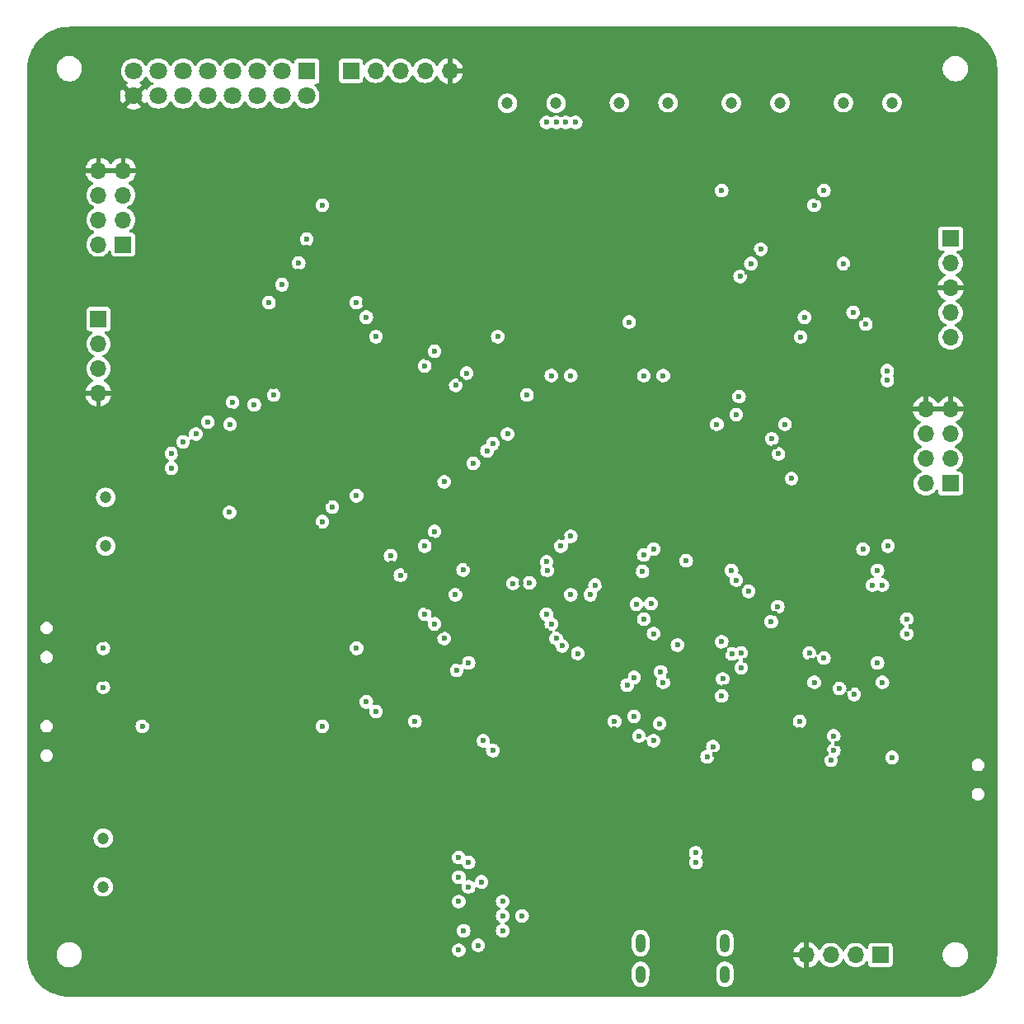
<source format=gbr>
%TF.GenerationSoftware,KiCad,Pcbnew,8.0.5*%
%TF.CreationDate,2024-10-26T11:24:14-04:00*%
%TF.ProjectId,stm-midi-poc1,73746d2d-6d69-4646-992d-706f63312e6b,1*%
%TF.SameCoordinates,Original*%
%TF.FileFunction,Copper,L3,Inr*%
%TF.FilePolarity,Positive*%
%FSLAX46Y46*%
G04 Gerber Fmt 4.6, Leading zero omitted, Abs format (unit mm)*
G04 Created by KiCad (PCBNEW 8.0.5) date 2024-10-26 11:24:14*
%MOMM*%
%LPD*%
G01*
G04 APERTURE LIST*
%TA.AperFunction,ComponentPad*%
%ADD10R,1.700000X1.700000*%
%TD*%
%TA.AperFunction,ComponentPad*%
%ADD11O,1.700000X1.700000*%
%TD*%
%TA.AperFunction,ComponentPad*%
%ADD12C,1.200000*%
%TD*%
%TA.AperFunction,ComponentPad*%
%ADD13O,1.000000X1.900000*%
%TD*%
%TA.AperFunction,ComponentPad*%
%ADD14O,1.000000X1.800000*%
%TD*%
%TA.AperFunction,ComponentPad*%
%ADD15R,1.800000X1.800000*%
%TD*%
%TA.AperFunction,ComponentPad*%
%ADD16C,1.800000*%
%TD*%
%TA.AperFunction,ViaPad*%
%ADD17C,0.600000*%
%TD*%
%TA.AperFunction,ViaPad*%
%ADD18C,0.500000*%
%TD*%
G04 APERTURE END LIST*
D10*
%TO.N,+3V3*%
%TO.C,J9*%
X114500000Y-66700000D03*
D11*
%TO.N,USART2_TX*%
X114500000Y-69240000D03*
%TO.N,USART2_RX*%
X114500000Y-71780000D03*
%TO.N,GND*%
X114500000Y-74320000D03*
%TD*%
D12*
%TO.N,*%
%TO.C,CN4*%
X167991181Y-44478476D03*
X172991181Y-44478476D03*
%TD*%
D10*
%TO.N,+3V3*%
%TO.C,J2*%
X202000000Y-58420000D03*
D11*
%TO.N,SYS_JTCK-SWCLK*%
X202000000Y-60960000D03*
%TO.N,GND*%
X202000000Y-63500000D03*
%TO.N,SYS_JTMS-SWDIO*%
X202000000Y-66040000D03*
%TO.N,NRST*%
X202000000Y-68580000D03*
%TD*%
D12*
%TO.N,*%
%TO.C,CN5*%
X114991181Y-125000000D03*
X114991181Y-120000000D03*
%TD*%
D10*
%TO.N,+3V3*%
%TO.C,J5*%
X194800000Y-132000000D03*
D11*
%TO.N,UART5_TX*%
X192260000Y-132000000D03*
%TO.N,UART5_RX*%
X189720000Y-132000000D03*
%TO.N,GND*%
X187180000Y-132000000D03*
%TD*%
D12*
%TO.N,*%
%TO.C,CN6*%
X115241181Y-90000000D03*
X115241181Y-85000000D03*
%TD*%
D10*
%TO.N,+3V3*%
%TO.C,J3*%
X202000000Y-83580000D03*
D11*
X199460000Y-83580000D03*
%TO.N,I2C1_SCL*%
X202000000Y-81040000D03*
%TO.N,I2C2_SCL*%
X199460000Y-81040000D03*
%TO.N,I2C1_SDA*%
X202000000Y-78500000D03*
%TO.N,I2C2_SDA*%
X199460000Y-78500000D03*
%TO.N,GND*%
X202000000Y-75960000D03*
X199460000Y-75960000D03*
%TD*%
D13*
%TO.N,unconnected-(J1-EH-Pad1)*%
%TO.C,J1*%
X170170000Y-130783476D03*
%TO.N,unconnected-(J1-EH-Pad2)*%
X178830000Y-130783476D03*
D14*
%TO.N,unconnected-(J1-EH-Pad3)*%
X178830000Y-133973476D03*
%TO.N,unconnected-(J1-EH-Pad4)*%
X170170000Y-133973476D03*
%TD*%
D10*
%TO.N,+3V3*%
%TO.C,J6*%
X140425000Y-41198800D03*
D11*
%TO.N,SPI2_MOSI*%
X142965000Y-41198800D03*
%TO.N,SPI2_MISO*%
X145505000Y-41198800D03*
%TO.N,SPI2_SCK*%
X148045000Y-41198800D03*
%TO.N,GND*%
X150585000Y-41198800D03*
%TD*%
D12*
%TO.N,*%
%TO.C,CN1*%
X190991181Y-44478472D03*
X195991181Y-44478472D03*
%TD*%
D15*
%TO.N,GPIO_PA15*%
%TO.C,P1*%
X135890000Y-41230000D03*
D16*
%TO.N,GPIO_PB8*%
X135890000Y-43770000D03*
%TO.N,GPIO_PB9*%
X133350000Y-41230000D03*
%TO.N,GPIO_PB5*%
X133350000Y-43770000D03*
%TO.N,AUDIO_MUTE*%
X130810000Y-41230000D03*
%TO.N,GPIO_PB1*%
X130810000Y-43770000D03*
%TO.N,GPIO_PC0*%
X128270000Y-41230000D03*
%TO.N,GPIO_PC3*%
X128270000Y-43770000D03*
%TO.N,SYS_WKUP4*%
X125730000Y-41230000D03*
%TO.N,GPIO_PA6*%
X125730000Y-43770000D03*
%TO.N,GPIO_PC9*%
X123190000Y-41230000D03*
%TO.N,GPIO_PC8*%
X123190000Y-43770000D03*
%TO.N,GPIO_PB2*%
X120650000Y-41230000D03*
%TO.N,RCC_MCO_1*%
X120650000Y-43770000D03*
%TO.N,+3V3*%
X118110000Y-41230000D03*
%TO.N,GND*%
X118110000Y-43770000D03*
%TD*%
D10*
%TO.N,+3V3*%
%TO.C,J4*%
X117040000Y-59040000D03*
D11*
X114500000Y-59040000D03*
%TO.N,UART4_TX*%
X117040000Y-56500000D03*
%TO.N,UART4_RX*%
X114500000Y-56500000D03*
%TO.N,USART6_TX*%
X117040000Y-53960000D03*
%TO.N,USART6_RX*%
X114500000Y-53960000D03*
%TO.N,GND*%
X117040000Y-51420000D03*
X114500000Y-51420000D03*
%TD*%
D12*
%TO.N,*%
%TO.C,CN2*%
X156491181Y-44525976D03*
X161491181Y-44525976D03*
%TD*%
%TO.N,*%
%TO.C,CN3*%
X179491181Y-44493096D03*
X184491181Y-44493096D03*
%TD*%
D17*
%TO.N,GND*%
X167503315Y-108813535D03*
X170000000Y-87500000D03*
X114991375Y-99665677D03*
X153764933Y-80908945D03*
X135898223Y-94922877D03*
X164500000Y-130278476D03*
X138500000Y-106500000D03*
X132529210Y-114368551D03*
X140309183Y-85508091D03*
X177000000Y-82520000D03*
X121237038Y-82512410D03*
X179940635Y-75499274D03*
X180000000Y-96500000D03*
X194343638Y-104614022D03*
X125262889Y-91000000D03*
X129000000Y-86728476D03*
X162000000Y-133000000D03*
X170500000Y-125000000D03*
X125528914Y-78226024D03*
X163500000Y-133000000D03*
X199000000Y-67500000D03*
X177760262Y-111391796D03*
X131000000Y-131500000D03*
X174500000Y-109000000D03*
X132000000Y-99000000D03*
X148770521Y-89305542D03*
X186529924Y-108866268D03*
X161000000Y-132000000D03*
X194500000Y-41000000D03*
X158500000Y-73500000D03*
X162837126Y-101006513D03*
X137000000Y-127500000D03*
X174500000Y-82500000D03*
X142000000Y-107000000D03*
X181105165Y-61859653D03*
X179500000Y-84500000D03*
X111500000Y-122500000D03*
X149656475Y-98713412D03*
D18*
X169500000Y-92541528D03*
D17*
X123734303Y-120275000D03*
X166358610Y-93792316D03*
X164958709Y-86260416D03*
X197905583Y-98232313D03*
X176000000Y-40978476D03*
X118500000Y-122500000D03*
X178500000Y-54500000D03*
X188377695Y-54244384D03*
X148281806Y-70666642D03*
X144619144Y-91792044D03*
X148355585Y-96271066D03*
X122848914Y-80292530D03*
X147718721Y-124500000D03*
X153000000Y-41000000D03*
X166641047Y-117724943D03*
X183938565Y-96961086D03*
X186800539Y-67598380D03*
X157500000Y-78500000D03*
X204264245Y-105043074D03*
X172000000Y-135000000D03*
X171300000Y-134465441D03*
X142243804Y-115680684D03*
X172170306Y-99648865D03*
X121000000Y-127000000D03*
X169891225Y-108415006D03*
X174000000Y-135000000D03*
X187675869Y-101785653D03*
X112964707Y-107750000D03*
X132000000Y-106500000D03*
X129428461Y-95008569D03*
X135006044Y-61813941D03*
X146116663Y-92490361D03*
X179000000Y-88000000D03*
X132738811Y-64081174D03*
X146992776Y-108829036D03*
X170500000Y-48000000D03*
X181746060Y-60009523D03*
X151785840Y-94400000D03*
X180936498Y-101730466D03*
X179500000Y-82500000D03*
X113000000Y-97651199D03*
X176500000Y-135000000D03*
X196000000Y-125000000D03*
X111741181Y-86500000D03*
X155773647Y-80017411D03*
X190340524Y-110271027D03*
X179500000Y-87000000D03*
X154680950Y-67853159D03*
X125262889Y-89754915D03*
X170516997Y-96559343D03*
X170500000Y-90000000D03*
X201000000Y-125478476D03*
X111741181Y-87500000D03*
X133072230Y-87251416D03*
X196500000Y-80000000D03*
X132514029Y-73631502D03*
X162500000Y-131500000D03*
X197700070Y-91275176D03*
X173500000Y-96500000D03*
X151665108Y-101954496D03*
X135841340Y-59331918D03*
X162000000Y-104500000D03*
X177419240Y-88000000D03*
X169206230Y-117734237D03*
X185749155Y-78085664D03*
X118000000Y-63000000D03*
X164000000Y-131500000D03*
X191663208Y-61603595D03*
X204027723Y-91172812D03*
X177250000Y-66750000D03*
X201500000Y-116228476D03*
X162000000Y-96189799D03*
X134500000Y-99250000D03*
X136879103Y-88116031D03*
X142000000Y-113500000D03*
X159877071Y-96295441D03*
X111741181Y-88500000D03*
X176000000Y-107000000D03*
X138500000Y-118500000D03*
X111491181Y-123500000D03*
X134950000Y-127550000D03*
X127000000Y-77500000D03*
X129551498Y-75457228D03*
X179000000Y-91500000D03*
X177700000Y-132500000D03*
X138500000Y-108500000D03*
X172132368Y-109197016D03*
X192771846Y-66600000D03*
X178773913Y-104455677D03*
X168665246Y-103377380D03*
X160500000Y-98726456D03*
X184000000Y-79799266D03*
X173550574Y-99268477D03*
X174500000Y-87000000D03*
X174000000Y-83000000D03*
X168500000Y-80908607D03*
X189243731Y-111344970D03*
X151722539Y-72871550D03*
X111500000Y-121500000D03*
X178789521Y-100692755D03*
X152545240Y-91814118D03*
X137495339Y-55900574D03*
X187500000Y-40993096D03*
X197500000Y-105000000D03*
X142628266Y-67431009D03*
X124500000Y-116500000D03*
X132500000Y-110500000D03*
X163000000Y-130278476D03*
X178500000Y-125000000D03*
X157924203Y-93761973D03*
X141840493Y-64967394D03*
X140316650Y-101048506D03*
X173018330Y-103344863D03*
X154000000Y-111000000D03*
X119644821Y-107800000D03*
X185674239Y-81887626D03*
X160000000Y-133000000D03*
X162135158Y-89154605D03*
X129000000Y-110500000D03*
X178941704Y-77157364D03*
X137934313Y-85434313D03*
X191571846Y-104640767D03*
X157209829Y-121209829D03*
X164066291Y-94992530D03*
X118500000Y-70000000D03*
X158000000Y-121028476D03*
X193981972Y-90341396D03*
X128066197Y-76119156D03*
X177700000Y-134300000D03*
X124148552Y-79356144D03*
X189148899Y-102388325D03*
X160500000Y-104500000D03*
X114991375Y-103666051D03*
X150269128Y-82418525D03*
X171300000Y-132500000D03*
X167676174Y-67704783D03*
X174000000Y-86500000D03*
X164500000Y-41025976D03*
X141000000Y-109500000D03*
%TO.N,+3V3*%
X174844855Y-91503674D03*
X172500000Y-72500000D03*
X163000000Y-72500000D03*
X195576386Y-89998711D03*
X152500000Y-122500000D03*
X153500000Y-131000000D03*
X161000000Y-72500000D03*
X151500000Y-131500000D03*
X158000000Y-127978476D03*
X156000000Y-129500000D03*
X194500000Y-102000000D03*
X151500000Y-122000000D03*
X153841181Y-124500000D03*
X195000000Y-94000000D03*
X156000000Y-127978476D03*
X151500000Y-126500000D03*
X194000000Y-94000000D03*
X160500000Y-46500000D03*
X195500000Y-72000000D03*
X152500000Y-125000000D03*
X162500000Y-46500000D03*
X161500000Y-46500000D03*
X160521510Y-91618308D03*
X175832381Y-121500000D03*
X152000000Y-129500000D03*
X181257824Y-94657406D03*
X170500000Y-72500000D03*
X156000000Y-126500000D03*
X175860216Y-122506704D03*
X195500000Y-73000000D03*
X163500000Y-46500000D03*
X196000000Y-111716121D03*
X151500000Y-124000000D03*
X194500000Y-92500000D03*
%TO.N,/MCU/BOOT0*%
X195000000Y-104000000D03*
X173956554Y-100164967D03*
%TO.N,NRST*%
X193000000Y-90334065D03*
X193297379Y-67204125D03*
X171500000Y-90334065D03*
%TO.N,BTN1*%
X197500000Y-97500000D03*
X178496165Y-99834882D03*
%TO.N,BTN2*%
X197500000Y-99000000D03*
X179558793Y-101082140D03*
%TO.N,LINE_R*%
X119000000Y-108500000D03*
X137500000Y-108500000D03*
%TO.N,SYS_JTCK-SWCLK*%
X190591181Y-104640767D03*
X191000000Y-61000000D03*
X178500000Y-105400000D03*
%TO.N,SYS_JTMS-SWDIO*%
X192106518Y-105239666D03*
X192000000Y-66000000D03*
X172500000Y-104000000D03*
%TO.N,I2C1_SDA*%
X185000000Y-77500000D03*
%TO.N,I2C2_SCL*%
X184260368Y-96225536D03*
X184321803Y-80534816D03*
X170500000Y-97500000D03*
%TO.N,I2C2_SDA*%
X183587862Y-97760352D03*
X183649297Y-79000000D03*
X171500000Y-99000000D03*
%TO.N,I2C1_SCL*%
X185674168Y-83067185D03*
%TO.N,GPIO_PA15*%
X188000000Y-104000000D03*
X137500000Y-55000000D03*
X188000000Y-55000000D03*
X178598741Y-103642125D03*
%TO.N,GPIO_PC8*%
X154400000Y-80221855D03*
X154000000Y-110000000D03*
X169500000Y-107500000D03*
X123190000Y-79310000D03*
%TO.N,GPIO_PC0*%
X130500000Y-75500000D03*
X180280407Y-74656639D03*
X180000000Y-93500000D03*
X171246270Y-95909382D03*
%TO.N,GPIO_PB9*%
X135050000Y-60950000D03*
X181500000Y-61000000D03*
%TO.N,GPIO_PB1*%
X132500000Y-74500000D03*
X165500000Y-94000000D03*
X158500000Y-74500000D03*
X158761036Y-93777863D03*
%TO.N,GPIO_PA6*%
X156500000Y-78500000D03*
X165000000Y-95000000D03*
X157085465Y-93830622D03*
X125730000Y-77270000D03*
%TO.N,GPIO_PC3*%
X179500000Y-92500000D03*
X180000000Y-76500000D03*
X128270000Y-75230000D03*
X169741181Y-95966416D03*
%TO.N,AUDIO_MUTE*%
X141000000Y-84834313D03*
X141000000Y-65000000D03*
X127961497Y-86538503D03*
X141000000Y-100500000D03*
X162121616Y-100260673D03*
X132000000Y-65000000D03*
%TO.N,GPIO_PC9*%
X124500000Y-78500000D03*
X170000000Y-109500000D03*
X155000000Y-111000000D03*
X155000000Y-79500000D03*
%TO.N,GPIO_PB5*%
X133348898Y-63160125D03*
X180391716Y-62319162D03*
%TO.N,SYS_WKUP4*%
X128000000Y-77500000D03*
X178000000Y-77500000D03*
%TO.N,GPIO_PB2*%
X122000000Y-80500000D03*
X153000000Y-81500000D03*
X152500000Y-102000000D03*
X163711382Y-101036453D03*
%TO.N,GPIO_PB8*%
X182500000Y-59525829D03*
X135890000Y-58500000D03*
%TO.N,RCC_MCO_1*%
X172236454Y-102915862D03*
X122000000Y-82000000D03*
X151282801Y-102772529D03*
X150000000Y-83412229D03*
%TO.N,SPI2_MISO*%
X145500000Y-93000000D03*
X170361171Y-92607999D03*
%TO.N,SPI2_MOSI*%
X170495844Y-90912331D03*
X144500000Y-91000000D03*
%TO.N,SPI2_SCK*%
X147000000Y-108000000D03*
X167500000Y-108000000D03*
%TO.N,USART2_RX*%
X151185840Y-73500000D03*
X163000000Y-95000000D03*
X151160409Y-95000000D03*
%TO.N,USART2_TX*%
X152299697Y-72247001D03*
X151945240Y-92452969D03*
X160578872Y-92489492D03*
%TO.N,USART1_TX*%
X171500000Y-110000000D03*
X190000000Y-109500000D03*
%TO.N,USART1_RX*%
X172112619Y-108233025D03*
X186500000Y-108000000D03*
X155500000Y-68500000D03*
X186603944Y-68528383D03*
%TO.N,USART3_TX*%
X178500000Y-53500000D03*
X180500000Y-102500000D03*
X189000000Y-101500000D03*
X189000000Y-53500000D03*
%TO.N,USART3_RX*%
X187000000Y-66500000D03*
X169000000Y-67000000D03*
X187500000Y-101000000D03*
X180500000Y-101000000D03*
%TO.N,/Audio Output/Gain0*%
X115000000Y-104500000D03*
X138500000Y-86000000D03*
%TO.N,/Audio Output/Gain1*%
X115000000Y-100500000D03*
X137500000Y-87500000D03*
%TO.N,UART5_TX*%
X190000000Y-111000000D03*
X177600000Y-110600000D03*
%TO.N,USART6_RX*%
X169500000Y-103500000D03*
X143000000Y-107000000D03*
X143000000Y-68500000D03*
%TO.N,UART5_RX*%
X189720000Y-112000000D03*
X176996830Y-111633402D03*
%TO.N,USART6_TX*%
X168789836Y-104286887D03*
X142000000Y-66500000D03*
X142000000Y-106000000D03*
%TO.N,UART4_TX*%
X149000000Y-70000000D03*
X163000000Y-89000000D03*
X149000000Y-88500000D03*
%TO.N,I2S1_SD*%
X161500000Y-99500000D03*
X150000000Y-99500000D03*
%TO.N,UART4_RX*%
X148000000Y-90000000D03*
X162000000Y-90000000D03*
X148000000Y-71500000D03*
%TO.N,I2S1_WS*%
X148000000Y-97000000D03*
X160500000Y-97000000D03*
%TO.N,I2S1_CK*%
X161000000Y-98000000D03*
X149000000Y-98000000D03*
%TD*%
%TA.AperFunction,Conductor*%
%TO.N,GND*%
G36*
X201534075Y-75767007D02*
G01*
X201500000Y-75894174D01*
X201500000Y-76025826D01*
X201534075Y-76152993D01*
X201566988Y-76210000D01*
X199893012Y-76210000D01*
X199925925Y-76152993D01*
X199960000Y-76025826D01*
X199960000Y-75894174D01*
X199925925Y-75767007D01*
X199893012Y-75710000D01*
X201566988Y-75710000D01*
X201534075Y-75767007D01*
G37*
%TD.AperFunction*%
%TA.AperFunction,Conductor*%
G36*
X116574075Y-51227007D02*
G01*
X116540000Y-51354174D01*
X116540000Y-51485826D01*
X116574075Y-51612993D01*
X116606988Y-51670000D01*
X114933012Y-51670000D01*
X114965925Y-51612993D01*
X115000000Y-51485826D01*
X115000000Y-51354174D01*
X114965925Y-51227007D01*
X114933012Y-51170000D01*
X116606988Y-51170000D01*
X116574075Y-51227007D01*
G37*
%TD.AperFunction*%
%TA.AperFunction,Conductor*%
G36*
X119447865Y-41773348D02*
G01*
X119492381Y-41824724D01*
X119492834Y-41825695D01*
X119519429Y-41882728D01*
X119519432Y-41882734D01*
X119649954Y-42069141D01*
X119810858Y-42230045D01*
X119810861Y-42230047D01*
X119997266Y-42360568D01*
X120055275Y-42387618D01*
X120107714Y-42433791D01*
X120126866Y-42500984D01*
X120106650Y-42567865D01*
X120055275Y-42612382D01*
X119997267Y-42639431D01*
X119997265Y-42639432D01*
X119810858Y-42769954D01*
X119649953Y-42930859D01*
X119539943Y-43087972D01*
X119485366Y-43131597D01*
X119415868Y-43138791D01*
X119353513Y-43107268D01*
X119334559Y-43084671D01*
X119261186Y-42972365D01*
X118674611Y-43558940D01*
X118669110Y-43538409D01*
X118590118Y-43401592D01*
X118478408Y-43289882D01*
X118341591Y-43210890D01*
X118321058Y-43205388D01*
X118908797Y-42617647D01*
X118908797Y-42617645D01*
X118878360Y-42593955D01*
X118878345Y-42593945D01*
X118801636Y-42552432D01*
X118752046Y-42503213D01*
X118736938Y-42434996D01*
X118761109Y-42369440D01*
X118789524Y-42341809D01*
X118949139Y-42230047D01*
X119110047Y-42069139D01*
X119240568Y-41882734D01*
X119267618Y-41824724D01*
X119313790Y-41772285D01*
X119380983Y-41753133D01*
X119447865Y-41773348D01*
G37*
%TD.AperFunction*%
%TA.AperFunction,Conductor*%
G36*
X202494037Y-36679108D02*
G01*
X202882174Y-36697050D01*
X202893565Y-36698106D01*
X203275562Y-36751391D01*
X203286782Y-36753489D01*
X203662220Y-36841789D01*
X203673231Y-36844922D01*
X203861107Y-36907890D01*
X204038915Y-36967484D01*
X204049576Y-36971614D01*
X204402419Y-37127407D01*
X204412646Y-37132500D01*
X204749584Y-37320172D01*
X204759319Y-37326200D01*
X205027044Y-37509594D01*
X205077495Y-37544153D01*
X205086635Y-37551055D01*
X205383340Y-37797433D01*
X205391805Y-37805149D01*
X205664524Y-38077865D01*
X205672231Y-38086319D01*
X205918631Y-38383045D01*
X205925523Y-38392172D01*
X206143475Y-38710340D01*
X206149505Y-38720078D01*
X206337176Y-39057009D01*
X206342281Y-39067261D01*
X206498061Y-39420063D01*
X206502199Y-39430743D01*
X206624766Y-39796428D01*
X206627900Y-39807445D01*
X206716198Y-40182857D01*
X206718303Y-40194115D01*
X206771588Y-40576087D01*
X206772645Y-40587491D01*
X206790549Y-40974691D01*
X206790681Y-40980419D01*
X206790681Y-131975606D01*
X206790549Y-131981332D01*
X206772606Y-132369461D01*
X206771549Y-132380866D01*
X206718268Y-132762838D01*
X206716163Y-132774097D01*
X206627868Y-133149508D01*
X206624734Y-133160524D01*
X206502174Y-133526199D01*
X206498037Y-133536879D01*
X206342255Y-133889695D01*
X206337149Y-133899948D01*
X206149488Y-134236865D01*
X206143459Y-134246602D01*
X205925500Y-134564786D01*
X205918597Y-134573927D01*
X205672219Y-134870628D01*
X205664503Y-134879092D01*
X205391795Y-135151800D01*
X205383331Y-135159516D01*
X205086630Y-135405894D01*
X205077490Y-135412797D01*
X204759307Y-135630756D01*
X204749569Y-135636785D01*
X204412643Y-135824452D01*
X204402390Y-135829557D01*
X204049593Y-135985332D01*
X204038913Y-135989470D01*
X203673230Y-136112033D01*
X203662214Y-136115167D01*
X203286798Y-136203463D01*
X203275539Y-136205568D01*
X202893570Y-136258849D01*
X202882165Y-136259906D01*
X202494145Y-136277844D01*
X202488419Y-136277976D01*
X111494054Y-136277976D01*
X111488328Y-136277844D01*
X111458050Y-136276444D01*
X111100200Y-136259897D01*
X111088796Y-136258840D01*
X110706827Y-136205557D01*
X110695569Y-136203452D01*
X110320161Y-136115155D01*
X110309144Y-136112021D01*
X109943463Y-135989455D01*
X109932783Y-135985317D01*
X109579984Y-135829539D01*
X109569740Y-135824438D01*
X109330148Y-135690985D01*
X109232805Y-135636765D01*
X109223068Y-135630735D01*
X108904908Y-135412789D01*
X108895767Y-135405887D01*
X108599057Y-135159499D01*
X108590593Y-135151783D01*
X108317889Y-134879077D01*
X108310173Y-134870613D01*
X108063788Y-134573900D01*
X108056886Y-134564759D01*
X107838946Y-134246602D01*
X107838940Y-134246592D01*
X107832912Y-134236857D01*
X107645256Y-133899948D01*
X107645242Y-133899923D01*
X107640149Y-133889695D01*
X107484359Y-133536860D01*
X107480225Y-133526186D01*
X107466348Y-133484782D01*
X107466347Y-133484780D01*
X169269500Y-133484780D01*
X169269500Y-134462171D01*
X169304103Y-134636134D01*
X169304106Y-134636143D01*
X169371983Y-134800016D01*
X169371990Y-134800029D01*
X169470535Y-134947510D01*
X169470538Y-134947514D01*
X169595961Y-135072937D01*
X169595965Y-135072940D01*
X169743446Y-135171485D01*
X169743459Y-135171492D01*
X169866363Y-135222399D01*
X169907334Y-135239370D01*
X169907336Y-135239370D01*
X169907341Y-135239372D01*
X170081304Y-135273975D01*
X170081307Y-135273976D01*
X170081309Y-135273976D01*
X170258693Y-135273976D01*
X170258694Y-135273975D01*
X170316682Y-135262440D01*
X170432658Y-135239372D01*
X170432661Y-135239370D01*
X170432666Y-135239370D01*
X170596547Y-135171489D01*
X170744035Y-135072940D01*
X170869464Y-134947511D01*
X170968013Y-134800023D01*
X171035894Y-134636142D01*
X171048270Y-134573927D01*
X171058964Y-134520158D01*
X171070500Y-134462167D01*
X171070500Y-133484785D01*
X171070500Y-133484782D01*
X171070499Y-133484780D01*
X177929500Y-133484780D01*
X177929500Y-134462171D01*
X177964103Y-134636134D01*
X177964106Y-134636143D01*
X178031983Y-134800016D01*
X178031990Y-134800029D01*
X178130535Y-134947510D01*
X178130538Y-134947514D01*
X178255961Y-135072937D01*
X178255965Y-135072940D01*
X178403446Y-135171485D01*
X178403459Y-135171492D01*
X178526363Y-135222399D01*
X178567334Y-135239370D01*
X178567336Y-135239370D01*
X178567341Y-135239372D01*
X178741304Y-135273975D01*
X178741307Y-135273976D01*
X178741309Y-135273976D01*
X178918693Y-135273976D01*
X178918694Y-135273975D01*
X178976682Y-135262440D01*
X179092658Y-135239372D01*
X179092661Y-135239370D01*
X179092666Y-135239370D01*
X179256547Y-135171489D01*
X179404035Y-135072940D01*
X179529464Y-134947511D01*
X179628013Y-134800023D01*
X179695894Y-134636142D01*
X179708270Y-134573927D01*
X179718964Y-134520158D01*
X179730500Y-134462167D01*
X179730500Y-133484785D01*
X179730500Y-133484782D01*
X179730499Y-133484780D01*
X179695896Y-133310817D01*
X179695893Y-133310808D01*
X179628016Y-133146935D01*
X179628009Y-133146922D01*
X179529464Y-132999441D01*
X179529461Y-132999437D01*
X179404038Y-132874014D01*
X179404034Y-132874011D01*
X179256553Y-132775466D01*
X179256540Y-132775459D01*
X179092667Y-132707582D01*
X179092658Y-132707579D01*
X178918694Y-132672976D01*
X178918691Y-132672976D01*
X178741309Y-132672976D01*
X178741306Y-132672976D01*
X178567341Y-132707579D01*
X178567332Y-132707582D01*
X178403459Y-132775459D01*
X178403446Y-132775466D01*
X178255965Y-132874011D01*
X178255961Y-132874014D01*
X178130538Y-132999437D01*
X178130535Y-132999441D01*
X178031990Y-133146922D01*
X178031983Y-133146935D01*
X177964106Y-133310808D01*
X177964103Y-133310817D01*
X177929500Y-133484780D01*
X171070499Y-133484780D01*
X171035896Y-133310817D01*
X171035893Y-133310808D01*
X170968016Y-133146935D01*
X170968009Y-133146922D01*
X170869464Y-132999441D01*
X170869461Y-132999437D01*
X170744038Y-132874014D01*
X170744034Y-132874011D01*
X170596553Y-132775466D01*
X170596540Y-132775459D01*
X170432667Y-132707582D01*
X170432658Y-132707579D01*
X170258694Y-132672976D01*
X170258691Y-132672976D01*
X170081309Y-132672976D01*
X170081306Y-132672976D01*
X169907341Y-132707579D01*
X169907332Y-132707582D01*
X169743459Y-132775459D01*
X169743446Y-132775466D01*
X169595965Y-132874011D01*
X169595961Y-132874014D01*
X169470538Y-132999437D01*
X169470535Y-132999441D01*
X169371990Y-133146922D01*
X169371983Y-133146935D01*
X169304106Y-133310808D01*
X169304103Y-133310817D01*
X169269500Y-133484780D01*
X107466347Y-133484780D01*
X107357662Y-133160500D01*
X107354539Y-133149521D01*
X107266236Y-132774074D01*
X107264138Y-132762850D01*
X107210854Y-132380856D01*
X107209798Y-132369458D01*
X107202795Y-132217977D01*
X107191812Y-131980398D01*
X107191681Y-131974680D01*
X107191681Y-131876126D01*
X110190679Y-131876126D01*
X110190679Y-132080830D01*
X110193616Y-132099372D01*
X110222701Y-132283012D01*
X110285960Y-132477701D01*
X110345286Y-132594133D01*
X110362358Y-132627639D01*
X110378894Y-132660091D01*
X110499207Y-132825691D01*
X110643965Y-132970449D01*
X110798928Y-133083034D01*
X110809569Y-133090765D01*
X110919783Y-133146922D01*
X110991955Y-133183696D01*
X110991957Y-133183696D01*
X110991960Y-133183698D01*
X111096316Y-133217605D01*
X111186644Y-133246955D01*
X111239187Y-133255277D01*
X111388827Y-133278978D01*
X111388828Y-133278978D01*
X111593530Y-133278978D01*
X111593531Y-133278978D01*
X111795713Y-133246955D01*
X111990398Y-133183698D01*
X112172789Y-133090765D01*
X112298487Y-132999441D01*
X112338392Y-132970449D01*
X112338394Y-132970446D01*
X112338398Y-132970444D01*
X112483145Y-132825697D01*
X112483147Y-132825693D01*
X112483150Y-132825691D01*
X112551322Y-132731859D01*
X112603466Y-132660088D01*
X112696399Y-132477697D01*
X112759656Y-132283012D01*
X112791679Y-132080830D01*
X112791679Y-131876126D01*
X112780811Y-131807510D01*
X112759656Y-131673943D01*
X112703138Y-131500000D01*
X150794355Y-131500000D01*
X150814859Y-131668869D01*
X150814860Y-131668874D01*
X150875182Y-131827931D01*
X150937475Y-131918177D01*
X150971817Y-131967929D01*
X151043562Y-132031489D01*
X151099150Y-132080736D01*
X151249773Y-132159789D01*
X151249775Y-132159790D01*
X151414944Y-132200500D01*
X151585056Y-132200500D01*
X151750225Y-132159790D01*
X151865341Y-132099372D01*
X151900849Y-132080736D01*
X151900850Y-132080734D01*
X151900852Y-132080734D01*
X152028183Y-131967929D01*
X152124818Y-131827930D01*
X152185140Y-131668872D01*
X152205645Y-131500000D01*
X152185140Y-131331128D01*
X152124818Y-131172070D01*
X152122608Y-131168869D01*
X152087824Y-131118475D01*
X152028183Y-131032071D01*
X151991982Y-131000000D01*
X152794355Y-131000000D01*
X152814859Y-131168869D01*
X152814860Y-131168874D01*
X152875182Y-131327931D01*
X152905851Y-131372362D01*
X152971817Y-131467929D01*
X153034638Y-131523583D01*
X153099150Y-131580736D01*
X153249773Y-131659789D01*
X153249775Y-131659790D01*
X153414944Y-131700500D01*
X153585056Y-131700500D01*
X153750225Y-131659790D01*
X153864333Y-131599901D01*
X153900849Y-131580736D01*
X153900850Y-131580734D01*
X153900852Y-131580734D01*
X154028183Y-131467929D01*
X154124818Y-131327930D01*
X154185140Y-131168872D01*
X154205645Y-131000000D01*
X154185140Y-130831128D01*
X154124818Y-130672070D01*
X154122950Y-130669364D01*
X154090476Y-130622318D01*
X154028183Y-130532071D01*
X153900852Y-130419266D01*
X153900849Y-130419263D01*
X153750226Y-130340210D01*
X153585056Y-130299500D01*
X153414944Y-130299500D01*
X153249773Y-130340210D01*
X153099150Y-130419263D01*
X152971816Y-130532072D01*
X152875182Y-130672068D01*
X152814860Y-130831125D01*
X152814859Y-130831130D01*
X152794355Y-131000000D01*
X151991982Y-131000000D01*
X151900852Y-130919266D01*
X151900849Y-130919263D01*
X151750226Y-130840210D01*
X151585056Y-130799500D01*
X151414944Y-130799500D01*
X151249773Y-130840210D01*
X151099150Y-130919263D01*
X150971816Y-131032072D01*
X150875182Y-131172068D01*
X150814860Y-131331125D01*
X150814859Y-131331130D01*
X150794355Y-131500000D01*
X112703138Y-131500000D01*
X112701885Y-131496143D01*
X112696399Y-131479259D01*
X112696397Y-131479256D01*
X112696397Y-131479254D01*
X112659003Y-131405865D01*
X112603466Y-131296868D01*
X112582593Y-131268138D01*
X112483150Y-131131264D01*
X112338392Y-130986506D01*
X112172792Y-130866193D01*
X112172791Y-130866192D01*
X112172789Y-130866191D01*
X112094693Y-130826399D01*
X111990402Y-130773259D01*
X111795713Y-130710000D01*
X111621174Y-130682356D01*
X111593531Y-130677978D01*
X111388827Y-130677978D01*
X111364508Y-130681829D01*
X111186644Y-130710000D01*
X110991955Y-130773259D01*
X110809565Y-130866193D01*
X110643965Y-130986506D01*
X110499207Y-131131264D01*
X110378894Y-131296864D01*
X110285960Y-131479254D01*
X110222701Y-131673943D01*
X110198312Y-131827931D01*
X110190679Y-131876126D01*
X107191681Y-131876126D01*
X107191681Y-130244780D01*
X169269500Y-130244780D01*
X169269500Y-131322171D01*
X169304103Y-131496134D01*
X169304106Y-131496143D01*
X169371983Y-131660016D01*
X169371990Y-131660029D01*
X169470535Y-131807510D01*
X169470538Y-131807514D01*
X169595961Y-131932937D01*
X169595965Y-131932940D01*
X169743446Y-132031485D01*
X169743459Y-132031492D01*
X169862342Y-132080734D01*
X169907334Y-132099370D01*
X169907336Y-132099370D01*
X169907341Y-132099372D01*
X170081304Y-132133975D01*
X170081307Y-132133976D01*
X170081309Y-132133976D01*
X170258693Y-132133976D01*
X170258694Y-132133975D01*
X170316682Y-132122440D01*
X170432658Y-132099372D01*
X170432661Y-132099370D01*
X170432666Y-132099370D01*
X170596547Y-132031489D01*
X170744035Y-131932940D01*
X170869464Y-131807511D01*
X170968013Y-131660023D01*
X171035894Y-131496142D01*
X171039253Y-131479259D01*
X171060516Y-131372361D01*
X171070500Y-131322167D01*
X171070500Y-130244785D01*
X171070500Y-130244782D01*
X171070499Y-130244780D01*
X177929500Y-130244780D01*
X177929500Y-131322171D01*
X177964103Y-131496134D01*
X177964106Y-131496143D01*
X178031983Y-131660016D01*
X178031990Y-131660029D01*
X178130535Y-131807510D01*
X178130538Y-131807514D01*
X178255961Y-131932937D01*
X178255965Y-131932940D01*
X178403446Y-132031485D01*
X178403459Y-132031492D01*
X178522342Y-132080734D01*
X178567334Y-132099370D01*
X178567336Y-132099370D01*
X178567341Y-132099372D01*
X178741304Y-132133975D01*
X178741307Y-132133976D01*
X178741309Y-132133976D01*
X178918693Y-132133976D01*
X178918694Y-132133975D01*
X178976682Y-132122440D01*
X179092658Y-132099372D01*
X179092661Y-132099370D01*
X179092666Y-132099370D01*
X179256547Y-132031489D01*
X179404035Y-131932940D01*
X179529464Y-131807511D01*
X179567893Y-131749999D01*
X185849364Y-131749999D01*
X185849364Y-131750000D01*
X186746988Y-131750000D01*
X186714075Y-131807007D01*
X186680000Y-131934174D01*
X186680000Y-132065826D01*
X186714075Y-132192993D01*
X186746988Y-132250000D01*
X185849364Y-132250000D01*
X185906567Y-132463486D01*
X185906570Y-132463492D01*
X186006399Y-132677578D01*
X186141894Y-132871082D01*
X186308917Y-133038105D01*
X186502421Y-133173600D01*
X186716507Y-133273429D01*
X186716516Y-133273433D01*
X186930000Y-133330634D01*
X186930000Y-132433012D01*
X186987007Y-132465925D01*
X187114174Y-132500000D01*
X187245826Y-132500000D01*
X187372993Y-132465925D01*
X187430000Y-132433012D01*
X187430000Y-133330633D01*
X187643483Y-133273433D01*
X187643492Y-133273429D01*
X187857578Y-133173600D01*
X188051082Y-133038105D01*
X188218105Y-132871082D01*
X188353598Y-132677580D01*
X188392509Y-132594135D01*
X188438681Y-132541695D01*
X188505875Y-132522543D01*
X188572756Y-132542758D01*
X188617273Y-132594133D01*
X188627989Y-132617112D01*
X188632898Y-132627639D01*
X188758402Y-132806877D01*
X188913123Y-132961598D01*
X189092361Y-133087102D01*
X189290670Y-133179575D01*
X189502023Y-133236207D01*
X189684926Y-133252208D01*
X189719998Y-133255277D01*
X189720000Y-133255277D01*
X189720002Y-133255277D01*
X189748254Y-133252805D01*
X189937977Y-133236207D01*
X190149330Y-133179575D01*
X190347639Y-133087102D01*
X190526877Y-132961598D01*
X190681598Y-132806877D01*
X190807102Y-132627639D01*
X190877618Y-132476414D01*
X190923790Y-132423977D01*
X190990984Y-132404825D01*
X191057865Y-132425041D01*
X191102381Y-132476414D01*
X191172898Y-132627639D01*
X191298402Y-132806877D01*
X191453123Y-132961598D01*
X191632361Y-133087102D01*
X191830670Y-133179575D01*
X192042023Y-133236207D01*
X192224926Y-133252208D01*
X192259998Y-133255277D01*
X192260000Y-133255277D01*
X192260002Y-133255277D01*
X192288254Y-133252805D01*
X192477977Y-133236207D01*
X192689330Y-133179575D01*
X192887639Y-133087102D01*
X193066877Y-132961598D01*
X193221598Y-132806877D01*
X193323928Y-132660734D01*
X193378502Y-132617112D01*
X193448000Y-132609918D01*
X193510355Y-132641441D01*
X193545769Y-132701670D01*
X193549500Y-132731859D01*
X193549500Y-132881517D01*
X193560292Y-132949657D01*
X193564354Y-132975304D01*
X193621950Y-133088342D01*
X193621952Y-133088344D01*
X193621954Y-133088347D01*
X193711652Y-133178045D01*
X193711654Y-133178046D01*
X193711658Y-133178050D01*
X193824694Y-133235645D01*
X193824698Y-133235647D01*
X193918475Y-133250499D01*
X193918481Y-133250500D01*
X195681518Y-133250499D01*
X195775304Y-133235646D01*
X195888342Y-133178050D01*
X195978050Y-133088342D01*
X196035646Y-132975304D01*
X196035646Y-132975302D01*
X196035647Y-132975301D01*
X196050499Y-132881524D01*
X196050500Y-132881519D01*
X196050499Y-131876124D01*
X201190681Y-131876124D01*
X201190681Y-132080827D01*
X201222703Y-132283010D01*
X201285962Y-132477699D01*
X201344508Y-132592599D01*
X201362361Y-132627639D01*
X201378896Y-132660089D01*
X201499209Y-132825689D01*
X201643967Y-132970447D01*
X201798930Y-133083032D01*
X201809571Y-133090763D01*
X201919789Y-133146922D01*
X201991957Y-133183694D01*
X201991959Y-133183694D01*
X201991962Y-133183696D01*
X202096318Y-133217603D01*
X202186646Y-133246953D01*
X202287738Y-133262964D01*
X202388829Y-133278976D01*
X202388830Y-133278976D01*
X202593532Y-133278976D01*
X202593533Y-133278976D01*
X202795715Y-133246953D01*
X202990400Y-133183696D01*
X203172791Y-133090763D01*
X203298486Y-132999441D01*
X203338394Y-132970447D01*
X203338396Y-132970444D01*
X203338400Y-132970442D01*
X203483147Y-132825695D01*
X203483149Y-132825691D01*
X203483152Y-132825689D01*
X203568960Y-132707582D01*
X203603468Y-132660086D01*
X203696401Y-132477695D01*
X203759658Y-132283010D01*
X203791681Y-132080828D01*
X203791681Y-131876124D01*
X203771705Y-131750000D01*
X203759658Y-131673941D01*
X203726103Y-131570670D01*
X203696401Y-131479257D01*
X203696399Y-131479254D01*
X203696399Y-131479252D01*
X203659006Y-131405865D01*
X203603468Y-131296866D01*
X203528096Y-131193124D01*
X203483152Y-131131262D01*
X203338394Y-130986504D01*
X203172794Y-130866191D01*
X203172793Y-130866190D01*
X203172791Y-130866189D01*
X203094699Y-130826399D01*
X202990404Y-130773257D01*
X202795715Y-130709998D01*
X202621176Y-130682354D01*
X202593533Y-130677976D01*
X202388829Y-130677976D01*
X202364510Y-130681827D01*
X202186646Y-130709998D01*
X201991957Y-130773257D01*
X201809567Y-130866191D01*
X201643967Y-130986504D01*
X201499209Y-131131262D01*
X201378896Y-131296862D01*
X201285962Y-131479252D01*
X201222703Y-131673941D01*
X201190681Y-131876124D01*
X196050499Y-131876124D01*
X196050499Y-131118482D01*
X196035646Y-131024696D01*
X195978050Y-130911658D01*
X195978046Y-130911654D01*
X195978045Y-130911652D01*
X195888347Y-130821954D01*
X195888344Y-130821952D01*
X195888342Y-130821950D01*
X195792779Y-130773258D01*
X195775301Y-130764352D01*
X195681524Y-130749500D01*
X193918482Y-130749500D01*
X193837519Y-130762323D01*
X193824696Y-130764354D01*
X193711658Y-130821950D01*
X193711657Y-130821951D01*
X193711652Y-130821954D01*
X193621954Y-130911652D01*
X193621951Y-130911657D01*
X193621950Y-130911658D01*
X193618075Y-130919263D01*
X193564352Y-131024698D01*
X193549500Y-131118475D01*
X193549500Y-131268138D01*
X193529815Y-131335177D01*
X193477011Y-131380932D01*
X193407853Y-131390876D01*
X193344297Y-131361851D01*
X193323925Y-131339261D01*
X193221599Y-131193124D01*
X193146950Y-131118475D01*
X193066877Y-131038402D01*
X192928978Y-130941844D01*
X192887638Y-130912897D01*
X192787480Y-130866193D01*
X192689330Y-130820425D01*
X192689326Y-130820424D01*
X192689322Y-130820422D01*
X192477977Y-130763793D01*
X192260002Y-130744723D01*
X192259998Y-130744723D01*
X192114682Y-130757436D01*
X192042023Y-130763793D01*
X192042020Y-130763793D01*
X191830677Y-130820422D01*
X191830670Y-130820424D01*
X191830670Y-130820425D01*
X191827391Y-130821954D01*
X191632361Y-130912898D01*
X191632357Y-130912900D01*
X191453121Y-131038402D01*
X191298402Y-131193121D01*
X191172900Y-131372357D01*
X191172898Y-131372361D01*
X191102382Y-131523583D01*
X191056209Y-131576022D01*
X190989016Y-131595174D01*
X190922135Y-131574958D01*
X190877618Y-131523583D01*
X190822726Y-131405868D01*
X190807102Y-131372362D01*
X190807100Y-131372359D01*
X190807099Y-131372357D01*
X190681599Y-131193124D01*
X190606950Y-131118475D01*
X190526877Y-131038402D01*
X190388978Y-130941844D01*
X190347638Y-130912897D01*
X190247480Y-130866193D01*
X190149330Y-130820425D01*
X190149326Y-130820424D01*
X190149322Y-130820422D01*
X189937977Y-130763793D01*
X189720002Y-130744723D01*
X189719998Y-130744723D01*
X189574682Y-130757436D01*
X189502023Y-130763793D01*
X189502020Y-130763793D01*
X189290677Y-130820422D01*
X189290670Y-130820424D01*
X189290670Y-130820425D01*
X189287391Y-130821954D01*
X189092361Y-130912898D01*
X189092357Y-130912900D01*
X188913121Y-131038402D01*
X188758402Y-131193121D01*
X188632900Y-131372357D01*
X188632897Y-131372363D01*
X188617273Y-131405868D01*
X188571099Y-131458307D01*
X188503905Y-131477457D01*
X188437025Y-131457240D01*
X188392509Y-131405865D01*
X188353598Y-131322419D01*
X188218113Y-131128926D01*
X188218108Y-131128920D01*
X188051082Y-130961894D01*
X187857578Y-130826399D01*
X187643492Y-130726570D01*
X187643486Y-130726567D01*
X187430000Y-130669364D01*
X187430000Y-131566988D01*
X187372993Y-131534075D01*
X187245826Y-131500000D01*
X187114174Y-131500000D01*
X186987007Y-131534075D01*
X186930000Y-131566988D01*
X186930000Y-130669364D01*
X186929999Y-130669364D01*
X186716513Y-130726567D01*
X186716507Y-130726570D01*
X186502422Y-130826399D01*
X186502420Y-130826400D01*
X186308926Y-130961886D01*
X186308920Y-130961891D01*
X186141891Y-131128920D01*
X186141886Y-131128926D01*
X186006400Y-131322420D01*
X186006399Y-131322422D01*
X185906570Y-131536507D01*
X185906567Y-131536513D01*
X185849364Y-131749999D01*
X179567893Y-131749999D01*
X179628013Y-131660023D01*
X179695894Y-131496142D01*
X179699253Y-131479259D01*
X179720516Y-131372361D01*
X179730500Y-131322167D01*
X179730500Y-130244785D01*
X179730500Y-130244782D01*
X179730499Y-130244780D01*
X179695896Y-130070817D01*
X179695893Y-130070808D01*
X179628016Y-129906935D01*
X179628009Y-129906922D01*
X179529464Y-129759441D01*
X179529461Y-129759437D01*
X179404038Y-129634014D01*
X179404034Y-129634011D01*
X179256553Y-129535466D01*
X179256540Y-129535459D01*
X179092667Y-129467582D01*
X179092658Y-129467579D01*
X178918694Y-129432976D01*
X178918691Y-129432976D01*
X178741309Y-129432976D01*
X178741306Y-129432976D01*
X178567341Y-129467579D01*
X178567332Y-129467582D01*
X178403459Y-129535459D01*
X178403446Y-129535466D01*
X178255965Y-129634011D01*
X178255961Y-129634014D01*
X178130538Y-129759437D01*
X178130535Y-129759441D01*
X178031990Y-129906922D01*
X178031983Y-129906935D01*
X177964106Y-130070808D01*
X177964103Y-130070817D01*
X177929500Y-130244780D01*
X171070499Y-130244780D01*
X171035896Y-130070817D01*
X171035893Y-130070808D01*
X170968016Y-129906935D01*
X170968009Y-129906922D01*
X170869464Y-129759441D01*
X170869461Y-129759437D01*
X170744038Y-129634014D01*
X170744034Y-129634011D01*
X170596553Y-129535466D01*
X170596540Y-129535459D01*
X170432667Y-129467582D01*
X170432658Y-129467579D01*
X170258694Y-129432976D01*
X170258691Y-129432976D01*
X170081309Y-129432976D01*
X170081306Y-129432976D01*
X169907341Y-129467579D01*
X169907332Y-129467582D01*
X169743459Y-129535459D01*
X169743446Y-129535466D01*
X169595965Y-129634011D01*
X169595961Y-129634014D01*
X169470538Y-129759437D01*
X169470535Y-129759441D01*
X169371990Y-129906922D01*
X169371983Y-129906935D01*
X169304106Y-130070808D01*
X169304103Y-130070817D01*
X169269500Y-130244780D01*
X107191681Y-130244780D01*
X107191681Y-129500000D01*
X151294355Y-129500000D01*
X151314859Y-129668869D01*
X151314860Y-129668874D01*
X151375182Y-129827931D01*
X151429707Y-129906922D01*
X151471817Y-129967929D01*
X151577505Y-130061560D01*
X151599150Y-130080736D01*
X151749773Y-130159789D01*
X151749775Y-130159790D01*
X151914944Y-130200500D01*
X152085056Y-130200500D01*
X152250225Y-130159790D01*
X152329692Y-130118081D01*
X152400849Y-130080736D01*
X152400850Y-130080734D01*
X152400852Y-130080734D01*
X152528183Y-129967929D01*
X152624818Y-129827930D01*
X152685140Y-129668872D01*
X152705645Y-129500000D01*
X152685140Y-129331128D01*
X152624818Y-129172070D01*
X152528183Y-129032071D01*
X152400852Y-128919266D01*
X152400849Y-128919263D01*
X152250226Y-128840210D01*
X152085056Y-128799500D01*
X151914944Y-128799500D01*
X151749773Y-128840210D01*
X151599150Y-128919263D01*
X151471816Y-129032072D01*
X151375182Y-129172068D01*
X151314860Y-129331125D01*
X151314859Y-129331130D01*
X151294355Y-129500000D01*
X107191681Y-129500000D01*
X107191681Y-126500000D01*
X150794355Y-126500000D01*
X150814859Y-126668869D01*
X150814860Y-126668874D01*
X150875182Y-126827931D01*
X150937475Y-126918177D01*
X150971817Y-126967929D01*
X151077505Y-127061560D01*
X151099150Y-127080736D01*
X151191952Y-127129442D01*
X151249775Y-127159790D01*
X151414944Y-127200500D01*
X151585056Y-127200500D01*
X151750225Y-127159790D01*
X151829692Y-127118081D01*
X151900849Y-127080736D01*
X151900850Y-127080734D01*
X151900852Y-127080734D01*
X152028183Y-126967929D01*
X152124818Y-126827930D01*
X152185140Y-126668872D01*
X152205645Y-126500000D01*
X155294355Y-126500000D01*
X155314859Y-126668869D01*
X155314860Y-126668874D01*
X155375182Y-126827931D01*
X155437475Y-126918177D01*
X155471817Y-126967929D01*
X155577505Y-127061560D01*
X155599150Y-127080736D01*
X155691951Y-127129442D01*
X155742164Y-127178027D01*
X155758138Y-127246046D01*
X155734803Y-127311903D01*
X155691951Y-127349034D01*
X155599150Y-127397739D01*
X155471816Y-127510548D01*
X155375182Y-127650544D01*
X155314860Y-127809601D01*
X155314859Y-127809606D01*
X155294355Y-127978476D01*
X155314859Y-128147345D01*
X155314860Y-128147350D01*
X155375182Y-128306407D01*
X155437475Y-128396653D01*
X155471817Y-128446405D01*
X155577505Y-128540036D01*
X155599150Y-128559212D01*
X155732961Y-128629442D01*
X155783174Y-128678027D01*
X155799148Y-128746046D01*
X155775813Y-128811903D01*
X155732961Y-128849034D01*
X155599150Y-128919263D01*
X155471816Y-129032072D01*
X155375182Y-129172068D01*
X155314860Y-129331125D01*
X155314859Y-129331130D01*
X155294355Y-129500000D01*
X155314859Y-129668869D01*
X155314860Y-129668874D01*
X155375182Y-129827931D01*
X155429707Y-129906922D01*
X155471817Y-129967929D01*
X155577505Y-130061560D01*
X155599150Y-130080736D01*
X155749773Y-130159789D01*
X155749775Y-130159790D01*
X155914944Y-130200500D01*
X156085056Y-130200500D01*
X156250225Y-130159790D01*
X156329692Y-130118081D01*
X156400849Y-130080736D01*
X156400850Y-130080734D01*
X156400852Y-130080734D01*
X156528183Y-129967929D01*
X156624818Y-129827930D01*
X156685140Y-129668872D01*
X156705645Y-129500000D01*
X156685140Y-129331128D01*
X156624818Y-129172070D01*
X156528183Y-129032071D01*
X156400852Y-128919266D01*
X156400850Y-128919265D01*
X156400849Y-128919264D01*
X156267038Y-128849034D01*
X156216826Y-128800450D01*
X156200851Y-128732431D01*
X156224186Y-128666573D01*
X156267038Y-128629442D01*
X156306256Y-128608858D01*
X156400852Y-128559210D01*
X156528183Y-128446405D01*
X156624818Y-128306406D01*
X156685140Y-128147348D01*
X156705645Y-127978476D01*
X157294355Y-127978476D01*
X157314859Y-128147345D01*
X157314860Y-128147350D01*
X157375182Y-128306407D01*
X157437475Y-128396653D01*
X157471817Y-128446405D01*
X157577505Y-128540036D01*
X157599150Y-128559212D01*
X157732962Y-128629442D01*
X157749775Y-128638266D01*
X157914944Y-128678976D01*
X158085056Y-128678976D01*
X158250225Y-128638266D01*
X158329692Y-128596557D01*
X158400849Y-128559212D01*
X158400850Y-128559210D01*
X158400852Y-128559210D01*
X158528183Y-128446405D01*
X158624818Y-128306406D01*
X158685140Y-128147348D01*
X158705645Y-127978476D01*
X158685140Y-127809604D01*
X158624818Y-127650546D01*
X158528183Y-127510547D01*
X158400852Y-127397742D01*
X158400849Y-127397739D01*
X158250226Y-127318686D01*
X158085056Y-127277976D01*
X157914944Y-127277976D01*
X157749773Y-127318686D01*
X157599150Y-127397739D01*
X157471816Y-127510548D01*
X157375182Y-127650544D01*
X157314860Y-127809601D01*
X157314859Y-127809606D01*
X157294355Y-127978476D01*
X156705645Y-127978476D01*
X156685140Y-127809604D01*
X156624818Y-127650546D01*
X156528183Y-127510547D01*
X156400852Y-127397742D01*
X156400850Y-127397741D01*
X156400849Y-127397740D01*
X156308048Y-127349034D01*
X156257836Y-127300450D01*
X156241861Y-127232431D01*
X156265196Y-127166573D01*
X156308048Y-127129442D01*
X156330048Y-127117894D01*
X156400852Y-127080734D01*
X156528183Y-126967929D01*
X156624818Y-126827930D01*
X156685140Y-126668872D01*
X156705645Y-126500000D01*
X156685140Y-126331128D01*
X156624818Y-126172070D01*
X156528183Y-126032071D01*
X156411630Y-125928814D01*
X156400849Y-125919263D01*
X156250226Y-125840210D01*
X156085056Y-125799500D01*
X155914944Y-125799500D01*
X155749773Y-125840210D01*
X155599150Y-125919263D01*
X155471816Y-126032072D01*
X155375182Y-126172068D01*
X155314860Y-126331125D01*
X155314859Y-126331130D01*
X155294355Y-126500000D01*
X152205645Y-126500000D01*
X152185140Y-126331128D01*
X152124818Y-126172070D01*
X152028183Y-126032071D01*
X151911630Y-125928814D01*
X151900849Y-125919263D01*
X151750226Y-125840210D01*
X151585056Y-125799500D01*
X151414944Y-125799500D01*
X151249773Y-125840210D01*
X151099150Y-125919263D01*
X150971816Y-126032072D01*
X150875182Y-126172068D01*
X150814860Y-126331125D01*
X150814859Y-126331130D01*
X150794355Y-126500000D01*
X107191681Y-126500000D01*
X107191681Y-124999999D01*
X113985840Y-124999999D01*
X113990084Y-125043090D01*
X113990681Y-125055244D01*
X113990681Y-125098544D01*
X113999126Y-125141006D01*
X114000911Y-125153035D01*
X114005156Y-125196130D01*
X114005157Y-125196134D01*
X114017728Y-125237575D01*
X114020684Y-125249378D01*
X114029127Y-125291827D01*
X114029129Y-125291834D01*
X114045698Y-125331834D01*
X114049793Y-125343277D01*
X114062367Y-125384726D01*
X114062368Y-125384729D01*
X114082778Y-125422913D01*
X114087981Y-125433915D01*
X114104549Y-125473914D01*
X114104551Y-125473918D01*
X114128606Y-125509918D01*
X114134859Y-125520350D01*
X114146129Y-125541436D01*
X114155269Y-125558535D01*
X114155275Y-125558543D01*
X114182733Y-125592002D01*
X114189980Y-125601772D01*
X114214041Y-125637781D01*
X114214043Y-125637783D01*
X114214046Y-125637787D01*
X114244660Y-125668401D01*
X114252832Y-125677416D01*
X114280298Y-125710883D01*
X114313760Y-125738345D01*
X114313762Y-125738346D01*
X114322780Y-125746520D01*
X114353395Y-125777136D01*
X114353398Y-125777138D01*
X114353399Y-125777139D01*
X114389398Y-125801193D01*
X114389400Y-125801194D01*
X114399169Y-125808438D01*
X114432643Y-125835910D01*
X114470821Y-125856316D01*
X114481259Y-125862572D01*
X114489080Y-125867797D01*
X114517267Y-125886632D01*
X114557276Y-125903203D01*
X114568272Y-125908404D01*
X114606454Y-125928814D01*
X114647891Y-125941383D01*
X114659341Y-125945480D01*
X114699346Y-125962051D01*
X114741821Y-125970499D01*
X114753595Y-125973448D01*
X114795049Y-125986024D01*
X114838145Y-125990268D01*
X114850171Y-125992052D01*
X114880661Y-125998117D01*
X114892639Y-126000500D01*
X114892640Y-126000500D01*
X114935937Y-126000500D01*
X114948090Y-126001096D01*
X114991181Y-126005341D01*
X115034271Y-126001096D01*
X115046425Y-126000500D01*
X115089723Y-126000500D01*
X115105635Y-125997334D01*
X115132186Y-125992053D01*
X115144218Y-125990268D01*
X115187313Y-125986024D01*
X115228761Y-125973450D01*
X115240534Y-125970500D01*
X115283016Y-125962051D01*
X115323028Y-125945476D01*
X115334461Y-125941386D01*
X115375908Y-125928814D01*
X115414099Y-125908399D01*
X115425091Y-125903201D01*
X115465095Y-125886632D01*
X115501119Y-125862560D01*
X115511532Y-125856320D01*
X115541674Y-125840210D01*
X115549716Y-125835912D01*
X115549720Y-125835909D01*
X115583186Y-125808444D01*
X115592963Y-125801193D01*
X115628962Y-125777140D01*
X115628964Y-125777138D01*
X115628966Y-125777136D01*
X115659589Y-125746512D01*
X115668583Y-125738359D01*
X115702064Y-125710883D01*
X115729540Y-125677402D01*
X115737693Y-125668408D01*
X115768320Y-125637782D01*
X115792381Y-125601772D01*
X115799625Y-125592005D01*
X115827090Y-125558539D01*
X115827093Y-125558535D01*
X115833476Y-125546591D01*
X115847501Y-125520351D01*
X115853741Y-125509938D01*
X115877813Y-125473914D01*
X115894383Y-125433906D01*
X115899583Y-125422913D01*
X115919995Y-125384727D01*
X115932567Y-125343280D01*
X115936657Y-125331847D01*
X115953232Y-125291835D01*
X115961681Y-125249353D01*
X115964631Y-125237580D01*
X115977205Y-125196132D01*
X115981449Y-125153037D01*
X115983235Y-125140999D01*
X115991681Y-125098541D01*
X115991681Y-125055244D01*
X115992278Y-125043090D01*
X115992401Y-125041844D01*
X115996522Y-125000000D01*
X115992278Y-124956907D01*
X115991681Y-124944754D01*
X115991681Y-124901458D01*
X115989298Y-124889480D01*
X115983233Y-124858990D01*
X115981449Y-124846961D01*
X115979156Y-124823683D01*
X115977205Y-124803868D01*
X115964629Y-124762414D01*
X115961680Y-124750640D01*
X115953232Y-124708165D01*
X115936661Y-124668159D01*
X115932564Y-124656710D01*
X115919995Y-124615273D01*
X115899585Y-124577091D01*
X115894384Y-124566095D01*
X115877813Y-124526086D01*
X115853753Y-124490078D01*
X115847497Y-124479640D01*
X115827091Y-124441462D01*
X115799619Y-124407988D01*
X115792375Y-124398219D01*
X115768321Y-124362219D01*
X115768317Y-124362214D01*
X115737701Y-124331599D01*
X115729527Y-124322581D01*
X115702065Y-124289118D01*
X115668597Y-124261651D01*
X115659582Y-124253479D01*
X115628968Y-124222865D01*
X115628964Y-124222862D01*
X115628961Y-124222860D01*
X115611221Y-124211006D01*
X115592953Y-124198799D01*
X115583183Y-124191552D01*
X115549724Y-124164094D01*
X115549716Y-124164088D01*
X115532617Y-124154948D01*
X115511531Y-124143678D01*
X115501099Y-124137425D01*
X115465099Y-124113370D01*
X115465095Y-124113368D01*
X115425096Y-124096800D01*
X115414094Y-124091597D01*
X115375910Y-124071187D01*
X115375909Y-124071186D01*
X115375908Y-124071186D01*
X115334458Y-124058612D01*
X115323015Y-124054517D01*
X115283015Y-124037948D01*
X115283008Y-124037946D01*
X115240559Y-124029503D01*
X115228756Y-124026547D01*
X115187315Y-124013976D01*
X115187311Y-124013975D01*
X115144216Y-124009730D01*
X115132187Y-124007945D01*
X115092239Y-124000000D01*
X150794355Y-124000000D01*
X150814859Y-124168869D01*
X150814860Y-124168874D01*
X150875182Y-124327931D01*
X150898849Y-124362218D01*
X150971817Y-124467929D01*
X151037463Y-124526086D01*
X151099150Y-124580736D01*
X151243899Y-124656706D01*
X151249775Y-124659790D01*
X151414944Y-124700500D01*
X151585054Y-124700500D01*
X151585056Y-124700500D01*
X151664844Y-124680834D01*
X151734644Y-124683903D01*
X151791706Y-124724222D01*
X151817911Y-124788992D01*
X151815435Y-124823643D01*
X151815764Y-124823683D01*
X151814957Y-124830322D01*
X151814917Y-124830894D01*
X151814860Y-124831122D01*
X151794355Y-125000000D01*
X151814859Y-125168869D01*
X151814860Y-125168874D01*
X151875182Y-125327931D01*
X151914386Y-125384727D01*
X151971817Y-125467929D01*
X152074090Y-125558535D01*
X152099150Y-125580736D01*
X152207852Y-125637787D01*
X152249775Y-125659790D01*
X152414944Y-125700500D01*
X152585056Y-125700500D01*
X152750225Y-125659790D01*
X152870407Y-125596713D01*
X152900849Y-125580736D01*
X152900850Y-125580734D01*
X152900852Y-125580734D01*
X153028183Y-125467929D01*
X153124818Y-125327930D01*
X153185140Y-125168872D01*
X153191108Y-125119713D01*
X153218729Y-125055537D01*
X153276662Y-125016480D01*
X153346515Y-125014944D01*
X153396430Y-125041844D01*
X153440328Y-125080733D01*
X153440330Y-125080735D01*
X153578093Y-125153039D01*
X153590956Y-125159790D01*
X153756125Y-125200500D01*
X153926237Y-125200500D01*
X154091406Y-125159790D01*
X154170873Y-125118081D01*
X154242030Y-125080736D01*
X154242031Y-125080734D01*
X154242033Y-125080734D01*
X154369364Y-124967929D01*
X154465999Y-124827930D01*
X154526321Y-124668872D01*
X154546826Y-124500000D01*
X154526321Y-124331128D01*
X154465999Y-124172070D01*
X154463939Y-124169086D01*
X154425477Y-124113364D01*
X154369364Y-124032071D01*
X154242033Y-123919266D01*
X154242030Y-123919263D01*
X154091407Y-123840210D01*
X153926237Y-123799500D01*
X153756125Y-123799500D01*
X153590954Y-123840210D01*
X153440331Y-123919263D01*
X153338216Y-124009730D01*
X153319235Y-124026546D01*
X153312997Y-124032072D01*
X153216363Y-124172068D01*
X153156041Y-124331125D01*
X153156040Y-124331131D01*
X153150072Y-124380286D01*
X153122450Y-124444464D01*
X153064516Y-124483520D01*
X152994663Y-124485055D01*
X152944750Y-124458155D01*
X152900852Y-124419266D01*
X152900850Y-124419264D01*
X152750226Y-124340210D01*
X152585056Y-124299500D01*
X152414944Y-124299500D01*
X152414942Y-124299500D01*
X152335156Y-124319165D01*
X152265354Y-124316095D01*
X152208292Y-124275775D01*
X152182087Y-124211006D01*
X152184566Y-124176357D01*
X152184236Y-124176317D01*
X152185048Y-124169627D01*
X152185087Y-124169086D01*
X152185140Y-124168870D01*
X152185720Y-124164094D01*
X152205645Y-124000000D01*
X152185140Y-123831128D01*
X152124818Y-123672070D01*
X152028183Y-123532071D01*
X151900852Y-123419266D01*
X151900849Y-123419263D01*
X151750226Y-123340210D01*
X151585056Y-123299500D01*
X151414944Y-123299500D01*
X151249773Y-123340210D01*
X151099150Y-123419263D01*
X150971816Y-123532072D01*
X150875182Y-123672068D01*
X150814860Y-123831125D01*
X150814859Y-123831130D01*
X150794355Y-124000000D01*
X115092239Y-124000000D01*
X115089725Y-123999500D01*
X115089722Y-123999500D01*
X115046425Y-123999500D01*
X115034271Y-123998903D01*
X114991181Y-123994659D01*
X114948091Y-123998903D01*
X114935937Y-123999500D01*
X114892634Y-123999500D01*
X114850172Y-124007945D01*
X114838144Y-124009730D01*
X114795048Y-124013976D01*
X114753608Y-124026546D01*
X114741807Y-124029502D01*
X114699347Y-124037948D01*
X114699342Y-124037949D01*
X114659340Y-124054518D01*
X114647888Y-124058616D01*
X114606453Y-124071186D01*
X114568272Y-124091594D01*
X114557274Y-124096795D01*
X114517272Y-124113364D01*
X114481261Y-124137426D01*
X114470826Y-124143680D01*
X114432646Y-124164087D01*
X114432641Y-124164091D01*
X114399171Y-124191557D01*
X114389406Y-124198799D01*
X114353406Y-124222855D01*
X114353400Y-124222860D01*
X114322776Y-124253483D01*
X114313765Y-124261650D01*
X114280298Y-124289117D01*
X114252831Y-124322584D01*
X114244664Y-124331595D01*
X114214041Y-124362219D01*
X114214036Y-124362225D01*
X114189980Y-124398225D01*
X114182738Y-124407990D01*
X114155272Y-124441460D01*
X114155268Y-124441465D01*
X114134861Y-124479645D01*
X114128607Y-124490080D01*
X114104545Y-124526091D01*
X114087976Y-124566093D01*
X114082775Y-124577091D01*
X114062367Y-124615272D01*
X114049797Y-124656707D01*
X114045699Y-124668159D01*
X114029130Y-124708161D01*
X114029129Y-124708166D01*
X114020683Y-124750626D01*
X114017727Y-124762427D01*
X114005157Y-124803867D01*
X114000911Y-124846963D01*
X113999126Y-124858991D01*
X113990681Y-124901453D01*
X113990681Y-124944754D01*
X113990084Y-124956907D01*
X113985840Y-124999999D01*
X107191681Y-124999999D01*
X107191681Y-122000000D01*
X150794355Y-122000000D01*
X150814859Y-122168869D01*
X150814860Y-122168874D01*
X150875182Y-122327931D01*
X150882018Y-122337834D01*
X150971817Y-122467929D01*
X151077505Y-122561560D01*
X151099150Y-122580736D01*
X151249773Y-122659789D01*
X151249775Y-122659790D01*
X151414944Y-122700500D01*
X151585054Y-122700500D01*
X151585056Y-122700500D01*
X151699525Y-122672286D01*
X151769324Y-122675355D01*
X151826386Y-122715674D01*
X151845139Y-122748712D01*
X151875182Y-122827930D01*
X151875182Y-122827931D01*
X151879809Y-122834634D01*
X151971817Y-122967929D01*
X152077505Y-123061560D01*
X152099150Y-123080736D01*
X152249773Y-123159789D01*
X152249775Y-123159790D01*
X152414944Y-123200500D01*
X152585056Y-123200500D01*
X152750225Y-123159790D01*
X152829692Y-123118081D01*
X152900849Y-123080736D01*
X152900850Y-123080734D01*
X152900852Y-123080734D01*
X153028183Y-122967929D01*
X153124818Y-122827930D01*
X153185140Y-122668872D01*
X153205645Y-122500000D01*
X153185140Y-122331128D01*
X153124818Y-122172070D01*
X153122608Y-122168869D01*
X153066153Y-122087080D01*
X153028183Y-122032071D01*
X152900852Y-121919266D01*
X152900849Y-121919263D01*
X152750226Y-121840210D01*
X152585056Y-121799500D01*
X152414944Y-121799500D01*
X152300477Y-121827713D01*
X152230674Y-121824644D01*
X152173612Y-121784324D01*
X152154860Y-121751286D01*
X152124818Y-121672071D01*
X152124817Y-121672068D01*
X152090476Y-121622318D01*
X152028183Y-121532071D01*
X151991982Y-121500000D01*
X175126736Y-121500000D01*
X175147240Y-121668869D01*
X175147241Y-121668874D01*
X175207563Y-121827931D01*
X175293944Y-121953074D01*
X175315827Y-122019428D01*
X175298362Y-122087080D01*
X175293944Y-122093953D01*
X175235401Y-122178767D01*
X175235398Y-122178772D01*
X175175076Y-122337829D01*
X175175075Y-122337834D01*
X175154571Y-122506704D01*
X175175075Y-122675573D01*
X175175076Y-122675578D01*
X175235398Y-122834635D01*
X175297691Y-122924881D01*
X175332033Y-122974633D01*
X175437721Y-123068264D01*
X175459366Y-123087440D01*
X175609989Y-123166493D01*
X175609991Y-123166494D01*
X175775160Y-123207204D01*
X175945272Y-123207204D01*
X176110441Y-123166494D01*
X176189908Y-123124785D01*
X176261065Y-123087440D01*
X176261066Y-123087438D01*
X176261068Y-123087438D01*
X176388399Y-122974633D01*
X176485034Y-122834634D01*
X176545356Y-122675576D01*
X176565861Y-122506704D01*
X176545356Y-122337832D01*
X176542812Y-122331125D01*
X176485033Y-122178772D01*
X176398652Y-122053629D01*
X176376769Y-121987275D01*
X176394234Y-121919623D01*
X176398639Y-121912768D01*
X176457199Y-121827930D01*
X176517521Y-121668872D01*
X176538026Y-121500000D01*
X176517521Y-121331128D01*
X176457199Y-121172070D01*
X176360564Y-121032071D01*
X176244011Y-120928814D01*
X176233230Y-120919263D01*
X176082607Y-120840210D01*
X175917437Y-120799500D01*
X175747325Y-120799500D01*
X175582154Y-120840210D01*
X175431531Y-120919263D01*
X175304197Y-121032072D01*
X175207563Y-121172068D01*
X175147241Y-121331125D01*
X175147240Y-121331130D01*
X175126736Y-121500000D01*
X151991982Y-121500000D01*
X151900852Y-121419266D01*
X151900849Y-121419263D01*
X151750226Y-121340210D01*
X151585056Y-121299500D01*
X151414944Y-121299500D01*
X151249773Y-121340210D01*
X151099150Y-121419263D01*
X150971816Y-121532072D01*
X150875182Y-121672068D01*
X150814860Y-121831125D01*
X150814859Y-121831130D01*
X150794355Y-122000000D01*
X107191681Y-122000000D01*
X107191681Y-119999999D01*
X113985840Y-119999999D01*
X113990084Y-120043090D01*
X113990681Y-120055244D01*
X113990681Y-120098544D01*
X113999126Y-120141006D01*
X114000911Y-120153035D01*
X114005156Y-120196130D01*
X114005157Y-120196134D01*
X114017728Y-120237575D01*
X114020684Y-120249378D01*
X114029127Y-120291827D01*
X114029129Y-120291834D01*
X114045698Y-120331834D01*
X114049793Y-120343277D01*
X114062367Y-120384726D01*
X114062368Y-120384729D01*
X114082778Y-120422913D01*
X114087981Y-120433915D01*
X114104549Y-120473914D01*
X114104551Y-120473918D01*
X114128606Y-120509918D01*
X114134859Y-120520350D01*
X114146129Y-120541436D01*
X114155269Y-120558535D01*
X114155275Y-120558543D01*
X114182733Y-120592002D01*
X114189980Y-120601772D01*
X114214041Y-120637781D01*
X114214043Y-120637783D01*
X114214046Y-120637787D01*
X114244660Y-120668401D01*
X114252832Y-120677416D01*
X114280298Y-120710883D01*
X114313760Y-120738345D01*
X114313762Y-120738346D01*
X114322780Y-120746520D01*
X114353395Y-120777136D01*
X114353398Y-120777138D01*
X114353399Y-120777139D01*
X114389398Y-120801193D01*
X114389400Y-120801194D01*
X114399169Y-120808438D01*
X114432643Y-120835910D01*
X114470821Y-120856316D01*
X114481259Y-120862572D01*
X114489080Y-120867797D01*
X114517267Y-120886632D01*
X114557276Y-120903203D01*
X114568272Y-120908404D01*
X114606454Y-120928814D01*
X114647891Y-120941383D01*
X114659341Y-120945480D01*
X114699346Y-120962051D01*
X114741821Y-120970499D01*
X114753595Y-120973448D01*
X114795049Y-120986024D01*
X114838145Y-120990268D01*
X114850171Y-120992052D01*
X114880661Y-120998117D01*
X114892639Y-121000500D01*
X114892640Y-121000500D01*
X114935937Y-121000500D01*
X114948090Y-121001096D01*
X114991181Y-121005341D01*
X115034271Y-121001096D01*
X115046425Y-121000500D01*
X115089723Y-121000500D01*
X115105635Y-120997334D01*
X115132186Y-120992053D01*
X115144218Y-120990268D01*
X115187313Y-120986024D01*
X115228761Y-120973450D01*
X115240534Y-120970500D01*
X115283016Y-120962051D01*
X115323028Y-120945476D01*
X115334461Y-120941386D01*
X115375908Y-120928814D01*
X115414099Y-120908399D01*
X115425091Y-120903201D01*
X115465095Y-120886632D01*
X115501119Y-120862560D01*
X115511532Y-120856320D01*
X115541674Y-120840210D01*
X115549716Y-120835912D01*
X115549720Y-120835909D01*
X115583186Y-120808444D01*
X115592963Y-120801193D01*
X115628962Y-120777140D01*
X115628964Y-120777138D01*
X115628966Y-120777136D01*
X115659589Y-120746512D01*
X115668583Y-120738359D01*
X115702064Y-120710883D01*
X115729540Y-120677402D01*
X115737693Y-120668408D01*
X115768320Y-120637782D01*
X115792381Y-120601772D01*
X115799625Y-120592005D01*
X115827090Y-120558539D01*
X115827093Y-120558535D01*
X115833476Y-120546591D01*
X115847501Y-120520351D01*
X115853741Y-120509938D01*
X115877813Y-120473914D01*
X115894383Y-120433906D01*
X115899583Y-120422913D01*
X115919995Y-120384727D01*
X115932567Y-120343280D01*
X115936657Y-120331847D01*
X115953232Y-120291835D01*
X115961681Y-120249353D01*
X115964631Y-120237580D01*
X115977205Y-120196132D01*
X115981449Y-120153037D01*
X115983235Y-120140999D01*
X115991681Y-120098541D01*
X115991681Y-120055244D01*
X115992278Y-120043090D01*
X115996522Y-120000000D01*
X115992278Y-119956907D01*
X115991681Y-119944754D01*
X115991681Y-119901458D01*
X115989298Y-119889480D01*
X115983233Y-119858990D01*
X115981449Y-119846961D01*
X115977205Y-119803869D01*
X115977205Y-119803868D01*
X115964629Y-119762414D01*
X115961680Y-119750640D01*
X115953232Y-119708165D01*
X115936661Y-119668159D01*
X115932564Y-119656710D01*
X115919995Y-119615273D01*
X115899585Y-119577091D01*
X115894384Y-119566095D01*
X115877813Y-119526086D01*
X115853753Y-119490078D01*
X115847497Y-119479640D01*
X115827092Y-119441464D01*
X115827091Y-119441462D01*
X115799619Y-119407988D01*
X115792375Y-119398219D01*
X115768321Y-119362219D01*
X115768317Y-119362214D01*
X115737701Y-119331599D01*
X115729527Y-119322581D01*
X115702065Y-119289118D01*
X115668597Y-119261651D01*
X115659582Y-119253479D01*
X115628968Y-119222865D01*
X115628964Y-119222862D01*
X115628961Y-119222860D01*
X115612320Y-119211740D01*
X115592953Y-119198799D01*
X115583183Y-119191552D01*
X115549724Y-119164094D01*
X115549716Y-119164088D01*
X115532617Y-119154948D01*
X115511531Y-119143678D01*
X115501099Y-119137425D01*
X115465099Y-119113370D01*
X115465095Y-119113368D01*
X115425096Y-119096800D01*
X115414094Y-119091597D01*
X115375910Y-119071187D01*
X115375909Y-119071186D01*
X115375908Y-119071186D01*
X115334458Y-119058612D01*
X115323015Y-119054517D01*
X115283015Y-119037948D01*
X115283008Y-119037946D01*
X115240559Y-119029503D01*
X115228756Y-119026547D01*
X115187315Y-119013976D01*
X115187311Y-119013975D01*
X115144216Y-119009730D01*
X115132187Y-119007945D01*
X115089725Y-118999500D01*
X115089722Y-118999500D01*
X115046425Y-118999500D01*
X115034271Y-118998903D01*
X114991181Y-118994659D01*
X114948091Y-118998903D01*
X114935937Y-118999500D01*
X114892634Y-118999500D01*
X114850172Y-119007945D01*
X114838144Y-119009730D01*
X114795048Y-119013976D01*
X114753608Y-119026546D01*
X114741807Y-119029502D01*
X114699347Y-119037948D01*
X114699342Y-119037949D01*
X114659340Y-119054518D01*
X114647888Y-119058616D01*
X114606453Y-119071186D01*
X114568272Y-119091594D01*
X114557274Y-119096795D01*
X114517272Y-119113364D01*
X114481261Y-119137426D01*
X114470826Y-119143680D01*
X114432646Y-119164087D01*
X114432641Y-119164091D01*
X114399171Y-119191557D01*
X114389406Y-119198799D01*
X114353406Y-119222855D01*
X114353400Y-119222860D01*
X114322776Y-119253483D01*
X114313765Y-119261650D01*
X114280298Y-119289117D01*
X114252831Y-119322584D01*
X114244664Y-119331595D01*
X114214041Y-119362219D01*
X114214036Y-119362225D01*
X114189980Y-119398225D01*
X114182738Y-119407990D01*
X114155272Y-119441460D01*
X114155268Y-119441465D01*
X114134861Y-119479645D01*
X114128607Y-119490080D01*
X114104545Y-119526091D01*
X114087976Y-119566093D01*
X114082775Y-119577091D01*
X114062367Y-119615272D01*
X114049797Y-119656707D01*
X114045699Y-119668159D01*
X114029130Y-119708161D01*
X114029129Y-119708166D01*
X114020683Y-119750626D01*
X114017727Y-119762427D01*
X114005157Y-119803867D01*
X114000911Y-119846963D01*
X113999126Y-119858991D01*
X113990681Y-119901453D01*
X113990681Y-119944754D01*
X113990084Y-119956907D01*
X113985840Y-119999999D01*
X107191681Y-119999999D01*
X107191681Y-115542547D01*
X204170680Y-115542547D01*
X204195678Y-115668214D01*
X204195680Y-115668220D01*
X204244714Y-115786600D01*
X204244719Y-115786609D01*
X204315904Y-115893144D01*
X204315907Y-115893148D01*
X204406508Y-115983749D01*
X204406512Y-115983752D01*
X204513047Y-116054937D01*
X204513053Y-116054940D01*
X204513054Y-116054941D01*
X204631437Y-116103977D01*
X204631441Y-116103977D01*
X204631442Y-116103978D01*
X204757109Y-116128976D01*
X204757112Y-116128976D01*
X204885252Y-116128976D01*
X204969796Y-116112158D01*
X205010925Y-116103977D01*
X205129308Y-116054941D01*
X205235850Y-115983752D01*
X205326457Y-115893145D01*
X205397646Y-115786603D01*
X205446682Y-115668220D01*
X205471681Y-115542545D01*
X205471681Y-115414407D01*
X205471681Y-115414404D01*
X205446683Y-115288737D01*
X205446682Y-115288736D01*
X205446682Y-115288732D01*
X205397646Y-115170349D01*
X205397645Y-115170348D01*
X205397642Y-115170342D01*
X205326457Y-115063807D01*
X205326454Y-115063803D01*
X205235853Y-114973202D01*
X205235849Y-114973199D01*
X205129314Y-114902014D01*
X205129305Y-114902009D01*
X205010925Y-114852975D01*
X205010919Y-114852973D01*
X204885252Y-114827976D01*
X204885250Y-114827976D01*
X204757112Y-114827976D01*
X204757110Y-114827976D01*
X204631442Y-114852973D01*
X204631436Y-114852975D01*
X204513056Y-114902009D01*
X204513047Y-114902014D01*
X204406512Y-114973199D01*
X204406508Y-114973202D01*
X204315907Y-115063803D01*
X204315904Y-115063807D01*
X204244719Y-115170342D01*
X204244714Y-115170351D01*
X204195680Y-115288731D01*
X204195678Y-115288737D01*
X204170681Y-115414404D01*
X204170681Y-115414407D01*
X204170681Y-115542545D01*
X204170681Y-115542547D01*
X204170680Y-115542547D01*
X107191681Y-115542547D01*
X107191681Y-111564071D01*
X108519499Y-111564071D01*
X108544497Y-111689738D01*
X108544499Y-111689744D01*
X108593533Y-111808124D01*
X108593538Y-111808133D01*
X108664723Y-111914668D01*
X108664726Y-111914672D01*
X108755327Y-112005273D01*
X108755331Y-112005276D01*
X108861866Y-112076461D01*
X108861872Y-112076464D01*
X108861873Y-112076465D01*
X108980256Y-112125501D01*
X108980260Y-112125501D01*
X108980261Y-112125502D01*
X109105928Y-112150500D01*
X109105931Y-112150500D01*
X109234071Y-112150500D01*
X109318615Y-112133682D01*
X109359744Y-112125501D01*
X109478127Y-112076465D01*
X109584669Y-112005276D01*
X109675276Y-111914669D01*
X109746465Y-111808127D01*
X109795501Y-111689744D01*
X109803682Y-111648615D01*
X109820500Y-111564071D01*
X109820500Y-111435928D01*
X109795502Y-111310261D01*
X109795501Y-111310260D01*
X109795501Y-111310256D01*
X109746465Y-111191873D01*
X109746464Y-111191872D01*
X109746461Y-111191866D01*
X109675276Y-111085331D01*
X109675273Y-111085327D01*
X109584672Y-110994726D01*
X109584668Y-110994723D01*
X109478133Y-110923538D01*
X109478124Y-110923533D01*
X109359744Y-110874499D01*
X109359738Y-110874497D01*
X109234071Y-110849500D01*
X109234069Y-110849500D01*
X109105931Y-110849500D01*
X109105929Y-110849500D01*
X108980261Y-110874497D01*
X108980255Y-110874499D01*
X108861875Y-110923533D01*
X108861866Y-110923538D01*
X108755331Y-110994723D01*
X108755327Y-110994726D01*
X108664726Y-111085327D01*
X108664723Y-111085331D01*
X108593538Y-111191866D01*
X108593533Y-111191875D01*
X108544499Y-111310255D01*
X108544497Y-111310261D01*
X108519500Y-111435928D01*
X108519500Y-111435931D01*
X108519500Y-111564069D01*
X108519500Y-111564071D01*
X108519499Y-111564071D01*
X107191681Y-111564071D01*
X107191681Y-110000000D01*
X153294355Y-110000000D01*
X153314859Y-110168869D01*
X153314860Y-110168874D01*
X153375182Y-110327931D01*
X153437475Y-110418177D01*
X153471817Y-110467929D01*
X153544219Y-110532071D01*
X153599150Y-110580736D01*
X153749773Y-110659789D01*
X153749775Y-110659790D01*
X153914944Y-110700500D01*
X154085054Y-110700500D01*
X154085056Y-110700500D01*
X154164844Y-110680834D01*
X154234644Y-110683903D01*
X154291706Y-110724222D01*
X154317911Y-110788992D01*
X154315435Y-110823643D01*
X154315764Y-110823683D01*
X154314957Y-110830322D01*
X154314917Y-110830894D01*
X154314860Y-110831122D01*
X154294355Y-111000000D01*
X154314859Y-111168869D01*
X154314860Y-111168874D01*
X154375182Y-111327931D01*
X154408657Y-111376427D01*
X154471817Y-111467929D01*
X154577505Y-111561560D01*
X154599150Y-111580736D01*
X154749773Y-111659789D01*
X154749775Y-111659790D01*
X154914944Y-111700500D01*
X155085056Y-111700500D01*
X155250225Y-111659790D01*
X155300501Y-111633402D01*
X176291185Y-111633402D01*
X176311689Y-111802271D01*
X176311690Y-111802276D01*
X176372012Y-111961333D01*
X176429109Y-112044051D01*
X176468647Y-112101331D01*
X176544888Y-112168874D01*
X176595980Y-112214138D01*
X176738105Y-112288731D01*
X176746605Y-112293192D01*
X176911774Y-112333902D01*
X177081886Y-112333902D01*
X177247055Y-112293192D01*
X177326522Y-112251483D01*
X177397679Y-112214138D01*
X177397680Y-112214136D01*
X177397682Y-112214136D01*
X177525013Y-112101331D01*
X177594957Y-112000000D01*
X189014355Y-112000000D01*
X189034859Y-112168869D01*
X189034860Y-112168874D01*
X189095182Y-112327931D01*
X189099304Y-112333902D01*
X189191817Y-112467929D01*
X189276044Y-112542547D01*
X189319150Y-112580736D01*
X189469773Y-112659789D01*
X189469775Y-112659790D01*
X189634944Y-112700500D01*
X189805056Y-112700500D01*
X189970225Y-112659790D01*
X190049692Y-112618081D01*
X190120849Y-112580736D01*
X190120850Y-112580734D01*
X190120852Y-112580734D01*
X190163956Y-112542547D01*
X204170680Y-112542547D01*
X204195678Y-112668214D01*
X204195680Y-112668220D01*
X204244714Y-112786600D01*
X204244719Y-112786609D01*
X204315904Y-112893144D01*
X204315907Y-112893148D01*
X204406508Y-112983749D01*
X204406512Y-112983752D01*
X204513047Y-113054937D01*
X204513053Y-113054940D01*
X204513054Y-113054941D01*
X204631437Y-113103977D01*
X204631441Y-113103977D01*
X204631442Y-113103978D01*
X204757109Y-113128976D01*
X204757112Y-113128976D01*
X204885252Y-113128976D01*
X204969796Y-113112158D01*
X205010925Y-113103977D01*
X205129308Y-113054941D01*
X205235850Y-112983752D01*
X205326457Y-112893145D01*
X205397646Y-112786603D01*
X205446682Y-112668220D01*
X205471681Y-112542545D01*
X205471681Y-112414407D01*
X205471681Y-112414404D01*
X205446683Y-112288737D01*
X205446682Y-112288736D01*
X205446682Y-112288732D01*
X205397646Y-112170349D01*
X205397645Y-112170348D01*
X205397642Y-112170342D01*
X205326457Y-112063807D01*
X205326454Y-112063803D01*
X205235853Y-111973202D01*
X205235849Y-111973199D01*
X205129314Y-111902014D01*
X205129305Y-111902009D01*
X205010925Y-111852975D01*
X205010919Y-111852973D01*
X204885252Y-111827976D01*
X204885250Y-111827976D01*
X204757112Y-111827976D01*
X204757110Y-111827976D01*
X204631442Y-111852973D01*
X204631436Y-111852975D01*
X204513056Y-111902009D01*
X204513047Y-111902014D01*
X204406512Y-111973199D01*
X204406508Y-111973202D01*
X204315907Y-112063803D01*
X204315904Y-112063807D01*
X204244719Y-112170342D01*
X204244714Y-112170351D01*
X204195680Y-112288731D01*
X204195678Y-112288737D01*
X204170681Y-112414404D01*
X204170681Y-112414407D01*
X204170681Y-112542545D01*
X204170681Y-112542547D01*
X204170680Y-112542547D01*
X190163956Y-112542547D01*
X190248183Y-112467929D01*
X190344818Y-112327930D01*
X190405140Y-112168872D01*
X190425645Y-112000000D01*
X190405140Y-111831128D01*
X190363331Y-111720887D01*
X190362964Y-111716121D01*
X195294355Y-111716121D01*
X195314859Y-111884990D01*
X195314860Y-111884995D01*
X195375182Y-112044052D01*
X195414718Y-112101329D01*
X195471817Y-112184050D01*
X195577505Y-112277681D01*
X195599150Y-112296857D01*
X195749773Y-112375910D01*
X195749775Y-112375911D01*
X195914944Y-112416621D01*
X196085056Y-112416621D01*
X196250225Y-112375911D01*
X196341644Y-112327930D01*
X196400849Y-112296857D01*
X196400850Y-112296855D01*
X196400852Y-112296855D01*
X196528183Y-112184050D01*
X196624818Y-112044051D01*
X196685140Y-111884993D01*
X196705645Y-111716121D01*
X196685140Y-111547249D01*
X196624818Y-111388191D01*
X196528183Y-111248192D01*
X196400852Y-111135387D01*
X196400849Y-111135384D01*
X196250226Y-111056331D01*
X196085056Y-111015621D01*
X195914944Y-111015621D01*
X195749773Y-111056331D01*
X195599150Y-111135384D01*
X195471816Y-111248193D01*
X195375182Y-111388189D01*
X195314860Y-111547246D01*
X195314859Y-111547251D01*
X195294355Y-111716121D01*
X190362964Y-111716121D01*
X190357965Y-111651227D01*
X190391112Y-111589721D01*
X190397048Y-111584103D01*
X190400849Y-111580735D01*
X190400852Y-111580734D01*
X190528183Y-111467929D01*
X190624818Y-111327930D01*
X190685140Y-111168872D01*
X190705645Y-111000000D01*
X190685140Y-110831128D01*
X190624818Y-110672070D01*
X190528183Y-110532071D01*
X190400852Y-110419266D01*
X190400850Y-110419265D01*
X190400849Y-110419264D01*
X190287543Y-110359796D01*
X190237331Y-110311212D01*
X190221356Y-110243193D01*
X190244691Y-110177335D01*
X190287543Y-110140204D01*
X190317699Y-110124376D01*
X190400852Y-110080734D01*
X190528183Y-109967929D01*
X190624818Y-109827930D01*
X190685140Y-109668872D01*
X190705645Y-109500000D01*
X190685140Y-109331128D01*
X190624818Y-109172070D01*
X190528183Y-109032071D01*
X190400852Y-108919266D01*
X190400849Y-108919263D01*
X190250226Y-108840210D01*
X190085056Y-108799500D01*
X189914944Y-108799500D01*
X189749773Y-108840210D01*
X189599150Y-108919263D01*
X189471816Y-109032072D01*
X189375182Y-109172068D01*
X189314860Y-109331125D01*
X189314859Y-109331130D01*
X189294355Y-109500000D01*
X189314859Y-109668869D01*
X189314860Y-109668874D01*
X189375182Y-109827931D01*
X189437475Y-109918177D01*
X189471817Y-109967929D01*
X189529765Y-110019266D01*
X189599150Y-110080736D01*
X189712456Y-110140204D01*
X189762669Y-110188789D01*
X189778643Y-110256808D01*
X189755308Y-110322665D01*
X189712456Y-110359796D01*
X189599150Y-110419263D01*
X189471816Y-110532072D01*
X189375182Y-110672068D01*
X189314860Y-110831125D01*
X189314859Y-110831130D01*
X189294355Y-111000000D01*
X189314859Y-111168869D01*
X189314860Y-111168874D01*
X189356667Y-111279109D01*
X189362034Y-111348773D01*
X189328886Y-111410279D01*
X189322952Y-111415895D01*
X189191818Y-111532069D01*
X189095182Y-111672068D01*
X189034860Y-111831125D01*
X189034859Y-111831130D01*
X189014355Y-112000000D01*
X177594957Y-112000000D01*
X177621648Y-111961332D01*
X177681970Y-111802274D01*
X177702475Y-111633402D01*
X177681970Y-111464530D01*
X177674975Y-111446087D01*
X177669609Y-111376427D01*
X177702756Y-111314920D01*
X177761242Y-111281722D01*
X177850225Y-111259790D01*
X177872323Y-111248192D01*
X178000849Y-111180736D01*
X178000850Y-111180734D01*
X178000852Y-111180734D01*
X178128183Y-111067929D01*
X178224818Y-110927930D01*
X178285140Y-110768872D01*
X178305645Y-110600000D01*
X178285140Y-110431128D01*
X178280641Y-110419266D01*
X178244006Y-110322665D01*
X178224818Y-110272070D01*
X178214283Y-110256808D01*
X178167333Y-110188789D01*
X178128183Y-110132071D01*
X178000852Y-110019266D01*
X178000849Y-110019263D01*
X177850226Y-109940210D01*
X177685056Y-109899500D01*
X177514944Y-109899500D01*
X177349773Y-109940210D01*
X177199150Y-110019263D01*
X177071816Y-110132072D01*
X176975182Y-110272068D01*
X176914860Y-110431125D01*
X176914859Y-110431130D01*
X176894355Y-110600000D01*
X176914859Y-110768869D01*
X176914860Y-110768873D01*
X176921854Y-110787314D01*
X176927220Y-110856977D01*
X176894071Y-110918483D01*
X176835586Y-110951680D01*
X176746603Y-110973612D01*
X176595980Y-111052665D01*
X176468646Y-111165474D01*
X176372012Y-111305470D01*
X176311690Y-111464527D01*
X176311689Y-111464532D01*
X176291185Y-111633402D01*
X155300501Y-111633402D01*
X155329692Y-111618081D01*
X155400849Y-111580736D01*
X155400850Y-111580734D01*
X155400852Y-111580734D01*
X155528183Y-111467929D01*
X155624818Y-111327930D01*
X155685140Y-111168872D01*
X155705645Y-111000000D01*
X155685140Y-110831128D01*
X155624818Y-110672070D01*
X155528183Y-110532071D01*
X155414244Y-110431130D01*
X155400849Y-110419263D01*
X155250226Y-110340210D01*
X155085056Y-110299500D01*
X154914944Y-110299500D01*
X154914942Y-110299500D01*
X154835156Y-110319165D01*
X154765354Y-110316095D01*
X154708292Y-110275775D01*
X154682087Y-110211006D01*
X154684566Y-110176357D01*
X154684236Y-110176317D01*
X154685048Y-110169627D01*
X154685087Y-110169086D01*
X154685140Y-110168870D01*
X154685140Y-110168869D01*
X154705645Y-110000000D01*
X154685140Y-109831128D01*
X154624818Y-109672070D01*
X154622608Y-109668869D01*
X154542883Y-109553368D01*
X154528183Y-109532071D01*
X154491982Y-109500000D01*
X169294355Y-109500000D01*
X169314859Y-109668869D01*
X169314860Y-109668874D01*
X169375182Y-109827931D01*
X169437475Y-109918177D01*
X169471817Y-109967929D01*
X169529765Y-110019266D01*
X169599150Y-110080736D01*
X169696961Y-110132071D01*
X169749775Y-110159790D01*
X169914944Y-110200500D01*
X170085056Y-110200500D01*
X170250225Y-110159790D01*
X170329692Y-110118081D01*
X170400849Y-110080736D01*
X170400850Y-110080734D01*
X170400852Y-110080734D01*
X170528183Y-109967929D01*
X170570112Y-109907184D01*
X170624392Y-109863196D01*
X170693840Y-109855536D01*
X170756406Y-109886639D01*
X170792223Y-109946629D01*
X170795257Y-109992565D01*
X170794355Y-109999997D01*
X170794355Y-109999999D01*
X170814859Y-110168869D01*
X170814860Y-110168874D01*
X170875182Y-110327931D01*
X170937475Y-110418177D01*
X170971817Y-110467929D01*
X171044219Y-110532071D01*
X171099150Y-110580736D01*
X171249773Y-110659789D01*
X171249775Y-110659790D01*
X171414944Y-110700500D01*
X171585056Y-110700500D01*
X171750225Y-110659790D01*
X171864144Y-110600000D01*
X171900849Y-110580736D01*
X171900850Y-110580734D01*
X171900852Y-110580734D01*
X172028183Y-110467929D01*
X172124818Y-110327930D01*
X172185140Y-110168872D01*
X172205645Y-110000000D01*
X172185140Y-109831128D01*
X172124818Y-109672070D01*
X172122608Y-109668869D01*
X172042883Y-109553368D01*
X172028183Y-109532071D01*
X171900852Y-109419266D01*
X171900849Y-109419263D01*
X171750226Y-109340210D01*
X171585056Y-109299500D01*
X171414944Y-109299500D01*
X171249773Y-109340210D01*
X171099150Y-109419263D01*
X170971815Y-109532072D01*
X170929888Y-109592814D01*
X170875605Y-109636804D01*
X170806156Y-109644463D01*
X170743592Y-109613359D01*
X170707775Y-109553368D01*
X170704743Y-109507425D01*
X170705645Y-109500000D01*
X170685140Y-109331128D01*
X170624818Y-109172070D01*
X170528183Y-109032071D01*
X170400852Y-108919266D01*
X170400849Y-108919263D01*
X170250226Y-108840210D01*
X170085056Y-108799500D01*
X169914944Y-108799500D01*
X169749773Y-108840210D01*
X169599150Y-108919263D01*
X169471816Y-109032072D01*
X169375182Y-109172068D01*
X169314860Y-109331125D01*
X169314859Y-109331130D01*
X169294355Y-109500000D01*
X154491982Y-109500000D01*
X154400852Y-109419266D01*
X154400849Y-109419263D01*
X154250226Y-109340210D01*
X154085056Y-109299500D01*
X153914944Y-109299500D01*
X153749773Y-109340210D01*
X153599150Y-109419263D01*
X153471816Y-109532072D01*
X153375182Y-109672068D01*
X153314860Y-109831125D01*
X153314859Y-109831130D01*
X153294355Y-110000000D01*
X107191681Y-110000000D01*
X107191681Y-108564071D01*
X108519499Y-108564071D01*
X108544497Y-108689738D01*
X108544499Y-108689744D01*
X108593533Y-108808124D01*
X108593538Y-108808133D01*
X108664723Y-108914668D01*
X108664726Y-108914672D01*
X108755327Y-109005273D01*
X108755331Y-109005276D01*
X108861866Y-109076461D01*
X108861872Y-109076464D01*
X108861873Y-109076465D01*
X108980256Y-109125501D01*
X108980260Y-109125501D01*
X108980261Y-109125502D01*
X109105928Y-109150500D01*
X109105931Y-109150500D01*
X109234071Y-109150500D01*
X109318615Y-109133682D01*
X109359744Y-109125501D01*
X109478127Y-109076465D01*
X109584669Y-109005276D01*
X109675276Y-108914669D01*
X109746465Y-108808127D01*
X109795501Y-108689744D01*
X109820500Y-108564069D01*
X109820500Y-108500000D01*
X118294355Y-108500000D01*
X118314859Y-108668869D01*
X118314860Y-108668874D01*
X118375182Y-108827931D01*
X118419969Y-108892815D01*
X118471817Y-108967929D01*
X118544219Y-109032071D01*
X118599150Y-109080736D01*
X118749773Y-109159789D01*
X118749775Y-109159790D01*
X118914944Y-109200500D01*
X119085056Y-109200500D01*
X119250225Y-109159790D01*
X119329692Y-109118081D01*
X119400849Y-109080736D01*
X119400850Y-109080734D01*
X119400852Y-109080734D01*
X119528183Y-108967929D01*
X119624818Y-108827930D01*
X119685140Y-108668872D01*
X119705645Y-108500000D01*
X136794355Y-108500000D01*
X136814859Y-108668869D01*
X136814860Y-108668874D01*
X136875182Y-108827931D01*
X136919969Y-108892815D01*
X136971817Y-108967929D01*
X137044219Y-109032071D01*
X137099150Y-109080736D01*
X137249773Y-109159789D01*
X137249775Y-109159790D01*
X137414944Y-109200500D01*
X137585056Y-109200500D01*
X137750225Y-109159790D01*
X137829692Y-109118081D01*
X137900849Y-109080736D01*
X137900850Y-109080734D01*
X137900852Y-109080734D01*
X138028183Y-108967929D01*
X138124818Y-108827930D01*
X138185140Y-108668872D01*
X138205645Y-108500000D01*
X138185140Y-108331128D01*
X138124818Y-108172070D01*
X138122608Y-108168869D01*
X138050329Y-108064155D01*
X138028183Y-108032071D01*
X137991982Y-108000000D01*
X146294355Y-108000000D01*
X146314859Y-108168869D01*
X146314860Y-108168874D01*
X146375182Y-108327931D01*
X146426236Y-108401894D01*
X146471817Y-108467929D01*
X146576822Y-108560955D01*
X146599150Y-108580736D01*
X146749773Y-108659789D01*
X146749775Y-108659790D01*
X146914944Y-108700500D01*
X147085056Y-108700500D01*
X147250225Y-108659790D01*
X147329692Y-108618081D01*
X147400849Y-108580736D01*
X147400850Y-108580734D01*
X147400852Y-108580734D01*
X147528183Y-108467929D01*
X147624818Y-108327930D01*
X147685140Y-108168872D01*
X147705645Y-108000000D01*
X166794355Y-108000000D01*
X166814859Y-108168869D01*
X166814860Y-108168874D01*
X166875182Y-108327931D01*
X166926236Y-108401894D01*
X166971817Y-108467929D01*
X167076822Y-108560955D01*
X167099150Y-108580736D01*
X167249773Y-108659789D01*
X167249775Y-108659790D01*
X167414944Y-108700500D01*
X167585056Y-108700500D01*
X167750225Y-108659790D01*
X167829692Y-108618081D01*
X167900849Y-108580736D01*
X167900850Y-108580734D01*
X167900852Y-108580734D01*
X168028183Y-108467929D01*
X168124818Y-108327930D01*
X168160810Y-108233025D01*
X171406974Y-108233025D01*
X171427478Y-108401894D01*
X171427479Y-108401899D01*
X171487801Y-108560956D01*
X171550094Y-108651202D01*
X171584436Y-108700954D01*
X171690124Y-108794585D01*
X171711769Y-108813761D01*
X171862392Y-108892814D01*
X171862394Y-108892815D01*
X172027563Y-108933525D01*
X172197675Y-108933525D01*
X172362844Y-108892815D01*
X172442311Y-108851106D01*
X172513468Y-108813761D01*
X172513469Y-108813759D01*
X172513471Y-108813759D01*
X172640802Y-108700954D01*
X172737437Y-108560955D01*
X172797759Y-108401897D01*
X172818264Y-108233025D01*
X172797759Y-108064153D01*
X172773429Y-108000000D01*
X185794355Y-108000000D01*
X185814859Y-108168869D01*
X185814860Y-108168874D01*
X185875182Y-108327931D01*
X185926236Y-108401894D01*
X185971817Y-108467929D01*
X186076822Y-108560955D01*
X186099150Y-108580736D01*
X186249773Y-108659789D01*
X186249775Y-108659790D01*
X186414944Y-108700500D01*
X186585056Y-108700500D01*
X186750225Y-108659790D01*
X186829692Y-108618081D01*
X186900849Y-108580736D01*
X186900850Y-108580734D01*
X186900852Y-108580734D01*
X187028183Y-108467929D01*
X187124818Y-108327930D01*
X187185140Y-108168872D01*
X187205645Y-108000000D01*
X187185140Y-107831128D01*
X187124818Y-107672070D01*
X187122608Y-107668869D01*
X187061773Y-107580734D01*
X187028183Y-107532071D01*
X186900852Y-107419266D01*
X186900849Y-107419263D01*
X186750226Y-107340210D01*
X186585056Y-107299500D01*
X186414944Y-107299500D01*
X186249773Y-107340210D01*
X186099150Y-107419263D01*
X185971816Y-107532072D01*
X185875182Y-107672068D01*
X185814860Y-107831125D01*
X185814859Y-107831130D01*
X185794355Y-108000000D01*
X172773429Y-108000000D01*
X172737437Y-107905095D01*
X172640802Y-107765096D01*
X172535795Y-107672068D01*
X172513468Y-107652288D01*
X172362845Y-107573235D01*
X172197675Y-107532525D01*
X172027563Y-107532525D01*
X171862392Y-107573235D01*
X171711769Y-107652288D01*
X171584435Y-107765097D01*
X171487801Y-107905093D01*
X171427479Y-108064150D01*
X171427478Y-108064155D01*
X171406974Y-108233025D01*
X168160810Y-108233025D01*
X168185140Y-108168872D01*
X168205645Y-108000000D01*
X168185140Y-107831128D01*
X168124818Y-107672070D01*
X168122608Y-107668869D01*
X168061773Y-107580734D01*
X168028183Y-107532071D01*
X167991982Y-107500000D01*
X168794355Y-107500000D01*
X168814859Y-107668869D01*
X168814860Y-107668874D01*
X168875182Y-107827931D01*
X168937475Y-107918177D01*
X168971817Y-107967929D01*
X169044219Y-108032071D01*
X169099150Y-108080736D01*
X169249773Y-108159789D01*
X169249775Y-108159790D01*
X169414944Y-108200500D01*
X169585056Y-108200500D01*
X169750225Y-108159790D01*
X169829692Y-108118081D01*
X169900849Y-108080736D01*
X169900850Y-108080734D01*
X169900852Y-108080734D01*
X170028183Y-107967929D01*
X170124818Y-107827930D01*
X170185140Y-107668872D01*
X170205645Y-107500000D01*
X170185140Y-107331128D01*
X170124818Y-107172070D01*
X170122608Y-107168869D01*
X170090476Y-107122318D01*
X170028183Y-107032071D01*
X169900852Y-106919266D01*
X169900849Y-106919263D01*
X169750226Y-106840210D01*
X169585056Y-106799500D01*
X169414944Y-106799500D01*
X169249773Y-106840210D01*
X169099150Y-106919263D01*
X168971816Y-107032072D01*
X168875182Y-107172068D01*
X168814860Y-107331125D01*
X168814859Y-107331130D01*
X168794355Y-107500000D01*
X167991982Y-107500000D01*
X167900852Y-107419266D01*
X167900849Y-107419263D01*
X167750226Y-107340210D01*
X167585056Y-107299500D01*
X167414944Y-107299500D01*
X167249773Y-107340210D01*
X167099150Y-107419263D01*
X166971816Y-107532072D01*
X166875182Y-107672068D01*
X166814860Y-107831125D01*
X166814859Y-107831130D01*
X166794355Y-108000000D01*
X147705645Y-108000000D01*
X147685140Y-107831128D01*
X147624818Y-107672070D01*
X147622608Y-107668869D01*
X147561773Y-107580734D01*
X147528183Y-107532071D01*
X147400852Y-107419266D01*
X147400849Y-107419263D01*
X147250226Y-107340210D01*
X147085056Y-107299500D01*
X146914944Y-107299500D01*
X146749773Y-107340210D01*
X146599150Y-107419263D01*
X146471816Y-107532072D01*
X146375182Y-107672068D01*
X146314860Y-107831125D01*
X146314859Y-107831130D01*
X146294355Y-108000000D01*
X137991982Y-108000000D01*
X137905671Y-107923535D01*
X137900849Y-107919263D01*
X137750226Y-107840210D01*
X137585056Y-107799500D01*
X137414944Y-107799500D01*
X137249773Y-107840210D01*
X137099150Y-107919263D01*
X136971816Y-108032072D01*
X136875182Y-108172068D01*
X136814860Y-108331125D01*
X136814859Y-108331130D01*
X136794355Y-108500000D01*
X119705645Y-108500000D01*
X119685140Y-108331128D01*
X119624818Y-108172070D01*
X119622608Y-108168869D01*
X119550329Y-108064155D01*
X119528183Y-108032071D01*
X119405671Y-107923535D01*
X119400849Y-107919263D01*
X119250226Y-107840210D01*
X119085056Y-107799500D01*
X118914944Y-107799500D01*
X118749773Y-107840210D01*
X118599150Y-107919263D01*
X118471816Y-108032072D01*
X118375182Y-108172068D01*
X118314860Y-108331125D01*
X118314859Y-108331130D01*
X118294355Y-108500000D01*
X109820500Y-108500000D01*
X109820500Y-108435931D01*
X109820500Y-108435928D01*
X109795502Y-108310261D01*
X109795501Y-108310260D01*
X109795501Y-108310256D01*
X109757574Y-108218692D01*
X109746466Y-108191875D01*
X109746461Y-108191866D01*
X109675276Y-108085331D01*
X109675273Y-108085327D01*
X109584672Y-107994726D01*
X109584668Y-107994723D01*
X109478133Y-107923538D01*
X109478124Y-107923533D01*
X109359744Y-107874499D01*
X109359738Y-107874497D01*
X109234071Y-107849500D01*
X109234069Y-107849500D01*
X109105931Y-107849500D01*
X109105929Y-107849500D01*
X108980261Y-107874497D01*
X108980255Y-107874499D01*
X108861875Y-107923533D01*
X108861866Y-107923538D01*
X108755331Y-107994723D01*
X108755327Y-107994726D01*
X108664726Y-108085327D01*
X108664723Y-108085331D01*
X108593538Y-108191866D01*
X108593533Y-108191875D01*
X108544499Y-108310255D01*
X108544497Y-108310261D01*
X108519500Y-108435928D01*
X108519500Y-108435931D01*
X108519500Y-108564069D01*
X108519500Y-108564071D01*
X108519499Y-108564071D01*
X107191681Y-108564071D01*
X107191681Y-106000000D01*
X141294355Y-106000000D01*
X141314859Y-106168869D01*
X141314860Y-106168874D01*
X141375182Y-106327931D01*
X141383658Y-106340210D01*
X141471817Y-106467929D01*
X141544219Y-106532071D01*
X141599150Y-106580736D01*
X141749773Y-106659789D01*
X141749775Y-106659790D01*
X141914944Y-106700500D01*
X142085054Y-106700500D01*
X142085056Y-106700500D01*
X142164844Y-106680834D01*
X142234644Y-106683903D01*
X142291706Y-106724222D01*
X142317911Y-106788992D01*
X142315435Y-106823643D01*
X142315764Y-106823683D01*
X142314957Y-106830322D01*
X142314917Y-106830894D01*
X142314860Y-106831122D01*
X142294355Y-107000000D01*
X142314859Y-107168869D01*
X142314860Y-107168874D01*
X142375182Y-107327931D01*
X142383658Y-107340210D01*
X142471817Y-107467929D01*
X142544219Y-107532071D01*
X142599150Y-107580736D01*
X142735481Y-107652288D01*
X142749775Y-107659790D01*
X142914944Y-107700500D01*
X143085056Y-107700500D01*
X143250225Y-107659790D01*
X143329692Y-107618081D01*
X143400849Y-107580736D01*
X143400850Y-107580734D01*
X143400852Y-107580734D01*
X143528183Y-107467929D01*
X143624818Y-107327930D01*
X143685140Y-107168872D01*
X143705645Y-107000000D01*
X143685140Y-106831128D01*
X143624818Y-106672070D01*
X143528183Y-106532071D01*
X143400852Y-106419266D01*
X143400849Y-106419263D01*
X143250226Y-106340210D01*
X143085056Y-106299500D01*
X142914944Y-106299500D01*
X142914942Y-106299500D01*
X142835156Y-106319165D01*
X142765354Y-106316095D01*
X142708292Y-106275775D01*
X142682087Y-106211006D01*
X142684566Y-106176357D01*
X142684236Y-106176317D01*
X142685048Y-106169627D01*
X142685087Y-106169086D01*
X142685140Y-106168870D01*
X142685140Y-106168869D01*
X142705645Y-106000000D01*
X142685140Y-105831128D01*
X142681071Y-105820400D01*
X142624817Y-105672068D01*
X142552704Y-105567596D01*
X142528183Y-105532071D01*
X142400852Y-105419266D01*
X142400849Y-105419263D01*
X142364146Y-105400000D01*
X177794355Y-105400000D01*
X177814859Y-105568869D01*
X177814860Y-105568874D01*
X177875182Y-105727931D01*
X177937475Y-105818177D01*
X177971817Y-105867929D01*
X178053356Y-105940166D01*
X178099150Y-105980736D01*
X178249773Y-106059789D01*
X178249775Y-106059790D01*
X178414944Y-106100500D01*
X178585056Y-106100500D01*
X178750225Y-106059790D01*
X178864144Y-106000000D01*
X178900849Y-105980736D01*
X178900850Y-105980734D01*
X178900852Y-105980734D01*
X179028183Y-105867929D01*
X179124818Y-105727930D01*
X179185140Y-105568872D01*
X179205645Y-105400000D01*
X179185140Y-105231128D01*
X179173524Y-105200500D01*
X179138707Y-105108694D01*
X179124818Y-105072070D01*
X179123937Y-105070794D01*
X179066365Y-104987387D01*
X179028183Y-104932071D01*
X178933316Y-104848026D01*
X178900849Y-104819263D01*
X178750226Y-104740210D01*
X178585056Y-104699500D01*
X178414944Y-104699500D01*
X178249773Y-104740210D01*
X178099150Y-104819263D01*
X177971816Y-104932072D01*
X177875182Y-105072068D01*
X177814860Y-105231125D01*
X177814859Y-105231130D01*
X177794355Y-105400000D01*
X142364146Y-105400000D01*
X142250226Y-105340210D01*
X142085056Y-105299500D01*
X141914944Y-105299500D01*
X141749773Y-105340210D01*
X141599150Y-105419263D01*
X141471816Y-105532072D01*
X141375182Y-105672068D01*
X141314860Y-105831125D01*
X141314859Y-105831130D01*
X141294355Y-106000000D01*
X107191681Y-106000000D01*
X107191681Y-104500000D01*
X114294355Y-104500000D01*
X114314859Y-104668869D01*
X114314860Y-104668874D01*
X114375182Y-104827931D01*
X114437475Y-104918177D01*
X114471817Y-104967929D01*
X114552406Y-105039324D01*
X114599150Y-105080736D01*
X114749773Y-105159789D01*
X114749775Y-105159790D01*
X114914944Y-105200500D01*
X115085056Y-105200500D01*
X115250225Y-105159790D01*
X115329692Y-105118081D01*
X115400849Y-105080736D01*
X115400850Y-105080734D01*
X115400852Y-105080734D01*
X115528183Y-104967929D01*
X115624818Y-104827930D01*
X115685140Y-104668872D01*
X115705645Y-104500000D01*
X115685140Y-104331128D01*
X115678202Y-104312835D01*
X115668361Y-104286887D01*
X168084191Y-104286887D01*
X168104695Y-104455756D01*
X168104696Y-104455761D01*
X168165018Y-104614818D01*
X168202331Y-104668874D01*
X168261653Y-104754816D01*
X168344182Y-104827930D01*
X168388986Y-104867623D01*
X168512031Y-104932202D01*
X168539611Y-104946677D01*
X168704780Y-104987387D01*
X168874892Y-104987387D01*
X169040061Y-104946677D01*
X169126904Y-104901098D01*
X169190685Y-104867623D01*
X169190686Y-104867621D01*
X169190688Y-104867621D01*
X169318019Y-104754816D01*
X169414654Y-104614817D01*
X169474976Y-104455759D01*
X169493213Y-104305559D01*
X169520835Y-104241383D01*
X169578769Y-104202326D01*
X169586611Y-104200116D01*
X169750225Y-104159790D01*
X169829820Y-104118015D01*
X169900849Y-104080736D01*
X169900850Y-104080734D01*
X169900852Y-104080734D01*
X170028183Y-103967929D01*
X170124818Y-103827930D01*
X170185140Y-103668872D01*
X170205645Y-103500000D01*
X170185140Y-103331128D01*
X170178717Y-103314193D01*
X170135600Y-103200500D01*
X170124818Y-103172070D01*
X170028183Y-103032071D01*
X169900852Y-102919266D01*
X169900849Y-102919263D01*
X169894369Y-102915862D01*
X171530809Y-102915862D01*
X171551313Y-103084731D01*
X171551314Y-103084736D01*
X171611636Y-103243793D01*
X171660232Y-103314195D01*
X171708271Y-103383791D01*
X171835602Y-103496596D01*
X171835603Y-103496596D01*
X171835606Y-103496599D01*
X171841776Y-103500858D01*
X171839964Y-103503482D01*
X171879796Y-103541960D01*
X171895825Y-103609966D01*
X171877155Y-103664631D01*
X171878669Y-103665426D01*
X171875182Y-103672068D01*
X171814860Y-103831125D01*
X171814859Y-103831130D01*
X171794355Y-104000000D01*
X171814859Y-104168869D01*
X171814860Y-104168874D01*
X171875182Y-104327931D01*
X171885325Y-104342625D01*
X171971817Y-104467929D01*
X172077505Y-104561560D01*
X172099150Y-104580736D01*
X172248140Y-104658932D01*
X172249775Y-104659790D01*
X172414944Y-104700500D01*
X172585056Y-104700500D01*
X172750225Y-104659790D01*
X172835913Y-104614817D01*
X172900849Y-104580736D01*
X172900850Y-104580734D01*
X172900852Y-104580734D01*
X173028183Y-104467929D01*
X173124818Y-104327930D01*
X173185140Y-104168872D01*
X173205645Y-104000000D01*
X173185140Y-103831128D01*
X173177505Y-103810997D01*
X173124817Y-103672068D01*
X173104149Y-103642125D01*
X177893096Y-103642125D01*
X177913600Y-103810994D01*
X177913601Y-103810999D01*
X177973923Y-103970056D01*
X178036029Y-104060030D01*
X178070558Y-104110054D01*
X178140558Y-104172068D01*
X178197891Y-104222861D01*
X178348514Y-104301914D01*
X178348516Y-104301915D01*
X178513685Y-104342625D01*
X178683797Y-104342625D01*
X178848966Y-104301915D01*
X178964299Y-104241383D01*
X178999590Y-104222861D01*
X178999591Y-104222859D01*
X178999593Y-104222859D01*
X179126924Y-104110054D01*
X179202889Y-104000000D01*
X187294355Y-104000000D01*
X187314859Y-104168869D01*
X187314860Y-104168874D01*
X187375182Y-104327931D01*
X187385325Y-104342625D01*
X187471817Y-104467929D01*
X187577505Y-104561560D01*
X187599150Y-104580736D01*
X187748140Y-104658932D01*
X187749775Y-104659790D01*
X187914944Y-104700500D01*
X188085056Y-104700500D01*
X188250225Y-104659790D01*
X188286470Y-104640767D01*
X189885536Y-104640767D01*
X189906040Y-104809636D01*
X189906041Y-104809641D01*
X189966363Y-104968698D01*
X190028656Y-105058944D01*
X190062998Y-105108696D01*
X190166624Y-105200500D01*
X190190331Y-105221503D01*
X190338942Y-105299500D01*
X190340956Y-105300557D01*
X190506125Y-105341267D01*
X190676237Y-105341267D01*
X190841406Y-105300557D01*
X190973687Y-105231130D01*
X190992030Y-105221503D01*
X190992031Y-105221501D01*
X190992033Y-105221501D01*
X191119364Y-105108696D01*
X191194475Y-104999878D01*
X191248757Y-104955890D01*
X191318205Y-104948230D01*
X191380770Y-104979333D01*
X191416588Y-105039324D01*
X191419620Y-105085266D01*
X191400873Y-105239665D01*
X191421377Y-105408535D01*
X191421378Y-105408540D01*
X191481700Y-105567597D01*
X191543993Y-105657843D01*
X191578335Y-105707595D01*
X191684023Y-105801226D01*
X191705668Y-105820402D01*
X191856291Y-105899455D01*
X191856293Y-105899456D01*
X192021462Y-105940166D01*
X192191574Y-105940166D01*
X192356743Y-105899456D01*
X192486930Y-105831128D01*
X192507367Y-105820402D01*
X192507368Y-105820400D01*
X192507370Y-105820400D01*
X192634701Y-105707595D01*
X192731336Y-105567596D01*
X192791658Y-105408538D01*
X192812163Y-105239666D01*
X192791658Y-105070794D01*
X192731336Y-104911736D01*
X192634701Y-104771737D01*
X192518587Y-104668869D01*
X192507367Y-104658929D01*
X192356744Y-104579876D01*
X192191574Y-104539166D01*
X192021462Y-104539166D01*
X191856291Y-104579876D01*
X191705668Y-104658929D01*
X191578333Y-104771738D01*
X191503223Y-104880553D01*
X191448940Y-104924543D01*
X191379492Y-104932202D01*
X191316927Y-104901098D01*
X191281110Y-104841107D01*
X191278078Y-104795165D01*
X191296826Y-104640767D01*
X191276321Y-104471895D01*
X191270201Y-104455759D01*
X191227296Y-104342625D01*
X191215999Y-104312837D01*
X191208459Y-104301914D01*
X191181657Y-104263085D01*
X191119364Y-104172838D01*
X190992033Y-104060033D01*
X190992030Y-104060030D01*
X190877652Y-104000000D01*
X194294355Y-104000000D01*
X194314859Y-104168869D01*
X194314860Y-104168874D01*
X194375182Y-104327931D01*
X194385325Y-104342625D01*
X194471817Y-104467929D01*
X194577505Y-104561560D01*
X194599150Y-104580736D01*
X194748140Y-104658932D01*
X194749775Y-104659790D01*
X194914944Y-104700500D01*
X195085056Y-104700500D01*
X195250225Y-104659790D01*
X195335913Y-104614817D01*
X195400849Y-104580736D01*
X195400850Y-104580734D01*
X195400852Y-104580734D01*
X195528183Y-104467929D01*
X195624818Y-104327930D01*
X195685140Y-104168872D01*
X195705645Y-104000000D01*
X195685140Y-103831128D01*
X195677505Y-103810997D01*
X195624817Y-103672068D01*
X195564414Y-103584560D01*
X195528183Y-103532071D01*
X195400852Y-103419266D01*
X195400849Y-103419263D01*
X195250226Y-103340210D01*
X195085056Y-103299500D01*
X194914944Y-103299500D01*
X194749773Y-103340210D01*
X194599150Y-103419263D01*
X194471816Y-103532072D01*
X194375182Y-103672068D01*
X194314860Y-103831125D01*
X194314859Y-103831130D01*
X194294355Y-104000000D01*
X190877652Y-104000000D01*
X190841407Y-103980977D01*
X190676237Y-103940267D01*
X190506125Y-103940267D01*
X190340954Y-103980977D01*
X190190331Y-104060030D01*
X190124878Y-104118017D01*
X190067473Y-104168874D01*
X190062997Y-104172839D01*
X189966363Y-104312835D01*
X189906041Y-104471892D01*
X189906040Y-104471897D01*
X189885536Y-104640767D01*
X188286470Y-104640767D01*
X188335913Y-104614817D01*
X188400849Y-104580736D01*
X188400850Y-104580734D01*
X188400852Y-104580734D01*
X188528183Y-104467929D01*
X188624818Y-104327930D01*
X188685140Y-104168872D01*
X188705645Y-104000000D01*
X188685140Y-103831128D01*
X188677505Y-103810997D01*
X188624817Y-103672068D01*
X188564414Y-103584560D01*
X188528183Y-103532071D01*
X188400852Y-103419266D01*
X188400849Y-103419263D01*
X188250226Y-103340210D01*
X188085056Y-103299500D01*
X187914944Y-103299500D01*
X187749773Y-103340210D01*
X187599150Y-103419263D01*
X187471816Y-103532072D01*
X187375182Y-103672068D01*
X187314860Y-103831125D01*
X187314859Y-103831130D01*
X187294355Y-104000000D01*
X179202889Y-104000000D01*
X179223559Y-103970055D01*
X179283881Y-103810997D01*
X179304386Y-103642125D01*
X179283881Y-103473253D01*
X179223559Y-103314195D01*
X179217730Y-103305751D01*
X179174963Y-103243792D01*
X179126924Y-103174196D01*
X178999593Y-103061391D01*
X178999590Y-103061388D01*
X178848967Y-102982335D01*
X178683797Y-102941625D01*
X178513685Y-102941625D01*
X178348514Y-102982335D01*
X178197891Y-103061388D01*
X178070557Y-103174197D01*
X177973923Y-103314193D01*
X177913601Y-103473250D01*
X177913600Y-103473255D01*
X177893096Y-103642125D01*
X173104149Y-103642125D01*
X173064414Y-103584560D01*
X173028183Y-103532071D01*
X172900852Y-103419266D01*
X172900850Y-103419265D01*
X172900847Y-103419262D01*
X172894678Y-103415004D01*
X172896476Y-103412399D01*
X172856587Y-103373775D01*
X172840636Y-103305751D01*
X172859296Y-103251234D01*
X172857783Y-103250441D01*
X172861270Y-103243795D01*
X172861271Y-103243793D01*
X172861272Y-103243792D01*
X172921594Y-103084734D01*
X172942099Y-102915862D01*
X172921594Y-102746990D01*
X172861272Y-102587932D01*
X172764637Y-102447933D01*
X172637306Y-102335128D01*
X172637303Y-102335125D01*
X172486680Y-102256072D01*
X172321510Y-102215362D01*
X172151398Y-102215362D01*
X171986227Y-102256072D01*
X171835604Y-102335125D01*
X171708270Y-102447934D01*
X171611636Y-102587930D01*
X171551314Y-102746987D01*
X171551313Y-102746992D01*
X171530809Y-102915862D01*
X169894369Y-102915862D01*
X169750226Y-102840210D01*
X169585056Y-102799500D01*
X169414944Y-102799500D01*
X169249773Y-102840210D01*
X169099150Y-102919263D01*
X168971816Y-103032072D01*
X168875182Y-103172068D01*
X168814860Y-103331125D01*
X168814859Y-103331131D01*
X168796622Y-103481326D01*
X168769000Y-103545504D01*
X168711066Y-103584560D01*
X168703201Y-103586776D01*
X168539609Y-103627097D01*
X168388986Y-103706150D01*
X168261652Y-103818959D01*
X168165018Y-103958955D01*
X168104696Y-104118012D01*
X168104695Y-104118017D01*
X168084191Y-104286887D01*
X115668361Y-104286887D01*
X115635452Y-104200110D01*
X115624818Y-104172070D01*
X115622608Y-104168869D01*
X115561773Y-104080734D01*
X115528183Y-104032071D01*
X115400852Y-103919266D01*
X115400849Y-103919263D01*
X115250226Y-103840210D01*
X115085056Y-103799500D01*
X114914944Y-103799500D01*
X114749773Y-103840210D01*
X114599150Y-103919263D01*
X114471816Y-104032072D01*
X114375182Y-104172068D01*
X114314860Y-104331125D01*
X114314859Y-104331130D01*
X114294355Y-104500000D01*
X107191681Y-104500000D01*
X107191681Y-102772529D01*
X150577156Y-102772529D01*
X150597660Y-102941398D01*
X150597661Y-102941403D01*
X150657983Y-103100460D01*
X150707411Y-103172068D01*
X150754618Y-103240458D01*
X150821263Y-103299500D01*
X150881951Y-103353265D01*
X151032574Y-103432318D01*
X151032576Y-103432319D01*
X151197745Y-103473029D01*
X151367857Y-103473029D01*
X151533026Y-103432319D01*
X151612493Y-103390610D01*
X151683650Y-103353265D01*
X151683651Y-103353263D01*
X151683653Y-103353263D01*
X151810984Y-103240458D01*
X151907619Y-103100459D01*
X151967941Y-102941401D01*
X151988446Y-102772529D01*
X151984516Y-102740163D01*
X151995976Y-102671240D01*
X152042880Y-102619454D01*
X152110336Y-102601247D01*
X152165236Y-102615420D01*
X152249775Y-102659790D01*
X152414944Y-102700500D01*
X152585056Y-102700500D01*
X152750225Y-102659790D01*
X152857173Y-102603659D01*
X152900849Y-102580736D01*
X152900850Y-102580734D01*
X152900852Y-102580734D01*
X153028183Y-102467929D01*
X153124818Y-102327930D01*
X153185140Y-102168872D01*
X153205645Y-102000000D01*
X153185140Y-101831128D01*
X153124818Y-101672070D01*
X153122608Y-101668869D01*
X153069791Y-101592350D01*
X153028183Y-101532071D01*
X152900852Y-101419266D01*
X152900849Y-101419263D01*
X152750226Y-101340210D01*
X152585056Y-101299500D01*
X152414944Y-101299500D01*
X152249773Y-101340210D01*
X152099150Y-101419263D01*
X151971816Y-101532072D01*
X151875182Y-101672068D01*
X151814860Y-101831125D01*
X151814859Y-101831130D01*
X151794355Y-102000000D01*
X151794355Y-102000003D01*
X151798284Y-102032367D01*
X151786822Y-102101290D01*
X151739918Y-102153075D01*
X151672462Y-102171281D01*
X151617562Y-102157107D01*
X151533027Y-102112739D01*
X151367857Y-102072029D01*
X151197745Y-102072029D01*
X151032574Y-102112739D01*
X150881951Y-102191792D01*
X150754617Y-102304601D01*
X150657983Y-102444597D01*
X150597661Y-102603654D01*
X150597660Y-102603659D01*
X150577156Y-102772529D01*
X107191681Y-102772529D01*
X107191681Y-101465270D01*
X108519499Y-101465270D01*
X108544497Y-101590937D01*
X108544499Y-101590943D01*
X108593533Y-101709323D01*
X108593538Y-101709332D01*
X108664723Y-101815867D01*
X108664726Y-101815871D01*
X108755327Y-101906472D01*
X108755331Y-101906475D01*
X108861866Y-101977660D01*
X108861872Y-101977663D01*
X108861873Y-101977664D01*
X108980256Y-102026700D01*
X108980260Y-102026700D01*
X108980261Y-102026701D01*
X109105928Y-102051699D01*
X109105931Y-102051699D01*
X109234071Y-102051699D01*
X109332743Y-102032071D01*
X109359744Y-102026700D01*
X109478127Y-101977664D01*
X109584669Y-101906475D01*
X109675276Y-101815868D01*
X109746465Y-101709326D01*
X109795501Y-101590943D01*
X109803682Y-101549814D01*
X109820500Y-101465270D01*
X109820500Y-101337127D01*
X109795502Y-101211460D01*
X109795501Y-101211459D01*
X109795501Y-101211455D01*
X109746465Y-101093072D01*
X109746464Y-101093071D01*
X109746461Y-101093065D01*
X109675276Y-100986530D01*
X109675273Y-100986526D01*
X109584672Y-100895925D01*
X109584668Y-100895922D01*
X109478133Y-100824737D01*
X109478124Y-100824732D01*
X109359744Y-100775698D01*
X109359738Y-100775696D01*
X109234071Y-100750699D01*
X109234069Y-100750699D01*
X109105931Y-100750699D01*
X109105929Y-100750699D01*
X108980261Y-100775696D01*
X108980255Y-100775698D01*
X108861875Y-100824732D01*
X108861866Y-100824737D01*
X108755331Y-100895922D01*
X108755327Y-100895925D01*
X108664726Y-100986526D01*
X108664723Y-100986530D01*
X108593538Y-101093065D01*
X108593533Y-101093074D01*
X108544499Y-101211454D01*
X108544497Y-101211460D01*
X108519500Y-101337127D01*
X108519500Y-101337130D01*
X108519500Y-101465268D01*
X108519500Y-101465270D01*
X108519499Y-101465270D01*
X107191681Y-101465270D01*
X107191681Y-100500000D01*
X114294355Y-100500000D01*
X114314859Y-100668869D01*
X114314860Y-100668874D01*
X114375182Y-100827931D01*
X114422116Y-100895925D01*
X114471817Y-100967929D01*
X114544219Y-101032071D01*
X114599150Y-101080736D01*
X114705979Y-101136804D01*
X114749775Y-101159790D01*
X114914944Y-101200500D01*
X115085056Y-101200500D01*
X115250225Y-101159790D01*
X115338691Y-101113359D01*
X115400849Y-101080736D01*
X115400850Y-101080734D01*
X115400852Y-101080734D01*
X115528183Y-100967929D01*
X115624818Y-100827930D01*
X115685140Y-100668872D01*
X115705645Y-100500000D01*
X140294355Y-100500000D01*
X140314859Y-100668869D01*
X140314860Y-100668874D01*
X140375182Y-100827931D01*
X140422116Y-100895925D01*
X140471817Y-100967929D01*
X140544219Y-101032071D01*
X140599150Y-101080736D01*
X140705979Y-101136804D01*
X140749775Y-101159790D01*
X140914944Y-101200500D01*
X141085056Y-101200500D01*
X141250225Y-101159790D01*
X141338691Y-101113359D01*
X141400849Y-101080736D01*
X141400850Y-101080734D01*
X141400852Y-101080734D01*
X141450835Y-101036453D01*
X163005737Y-101036453D01*
X163026241Y-101205322D01*
X163026242Y-101205327D01*
X163086564Y-101364384D01*
X163118100Y-101410071D01*
X163183199Y-101504382D01*
X163269383Y-101580734D01*
X163310532Y-101617189D01*
X163425131Y-101677335D01*
X163461157Y-101696243D01*
X163626326Y-101736953D01*
X163796438Y-101736953D01*
X163961607Y-101696243D01*
X164041074Y-101654534D01*
X164112231Y-101617189D01*
X164112232Y-101617187D01*
X164112234Y-101617187D01*
X164239565Y-101504382D01*
X164336200Y-101364383D01*
X164396522Y-101205325D01*
X164417027Y-101036453D01*
X164396522Y-100867581D01*
X164380272Y-100824734D01*
X164361675Y-100775696D01*
X164336200Y-100708523D01*
X164239565Y-100568524D01*
X164136311Y-100477049D01*
X164112231Y-100455716D01*
X163961608Y-100376663D01*
X163796438Y-100335953D01*
X163626326Y-100335953D01*
X163461155Y-100376663D01*
X163310532Y-100455716D01*
X163183198Y-100568525D01*
X163086564Y-100708521D01*
X163026242Y-100867578D01*
X163026241Y-100867583D01*
X163005737Y-101036453D01*
X141450835Y-101036453D01*
X141528183Y-100967929D01*
X141624818Y-100827930D01*
X141685140Y-100668872D01*
X141705645Y-100500000D01*
X141685140Y-100331128D01*
X141624818Y-100172070D01*
X141618428Y-100162813D01*
X141561773Y-100080734D01*
X141528183Y-100032071D01*
X141433316Y-99948026D01*
X141400849Y-99919263D01*
X141250226Y-99840210D01*
X141085056Y-99799500D01*
X140914944Y-99799500D01*
X140749773Y-99840210D01*
X140599150Y-99919263D01*
X140471816Y-100032072D01*
X140375182Y-100172068D01*
X140314860Y-100331125D01*
X140314859Y-100331130D01*
X140294355Y-100500000D01*
X115705645Y-100500000D01*
X115685140Y-100331128D01*
X115624818Y-100172070D01*
X115618428Y-100162813D01*
X115561773Y-100080734D01*
X115528183Y-100032071D01*
X115433316Y-99948026D01*
X115400849Y-99919263D01*
X115250226Y-99840210D01*
X115085056Y-99799500D01*
X114914944Y-99799500D01*
X114749773Y-99840210D01*
X114599150Y-99919263D01*
X114471816Y-100032072D01*
X114375182Y-100172068D01*
X114314860Y-100331125D01*
X114314859Y-100331130D01*
X114294355Y-100500000D01*
X107191681Y-100500000D01*
X107191681Y-99500000D01*
X149294355Y-99500000D01*
X149314859Y-99668869D01*
X149314860Y-99668874D01*
X149375182Y-99827931D01*
X149381468Y-99837037D01*
X149471817Y-99967929D01*
X149544219Y-100032071D01*
X149599150Y-100080736D01*
X149749773Y-100159789D01*
X149749775Y-100159790D01*
X149914944Y-100200500D01*
X150085056Y-100200500D01*
X150250225Y-100159790D01*
X150329692Y-100118081D01*
X150400849Y-100080736D01*
X150400850Y-100080734D01*
X150400852Y-100080734D01*
X150528183Y-99967929D01*
X150624818Y-99827930D01*
X150685140Y-99668872D01*
X150705645Y-99500000D01*
X150685140Y-99331128D01*
X150624818Y-99172070D01*
X150622608Y-99168869D01*
X150541731Y-99051699D01*
X150528183Y-99032071D01*
X150400852Y-98919266D01*
X150400849Y-98919263D01*
X150250226Y-98840210D01*
X150085056Y-98799500D01*
X149914944Y-98799500D01*
X149749773Y-98840210D01*
X149599150Y-98919263D01*
X149508018Y-99000000D01*
X149477879Y-99026701D01*
X149471816Y-99032072D01*
X149375182Y-99172068D01*
X149314860Y-99331125D01*
X149314859Y-99331130D01*
X149294355Y-99500000D01*
X107191681Y-99500000D01*
X107191681Y-98465270D01*
X108519499Y-98465270D01*
X108544497Y-98590937D01*
X108544499Y-98590943D01*
X108593533Y-98709323D01*
X108593538Y-98709332D01*
X108664723Y-98815867D01*
X108664726Y-98815871D01*
X108755327Y-98906472D01*
X108755331Y-98906475D01*
X108861866Y-98977660D01*
X108861872Y-98977663D01*
X108861873Y-98977664D01*
X108980256Y-99026700D01*
X108980260Y-99026700D01*
X108980261Y-99026701D01*
X109105928Y-99051699D01*
X109105931Y-99051699D01*
X109234071Y-99051699D01*
X109332743Y-99032071D01*
X109359744Y-99026700D01*
X109478127Y-98977664D01*
X109584669Y-98906475D01*
X109675276Y-98815868D01*
X109746465Y-98709326D01*
X109795501Y-98590943D01*
X109803682Y-98549814D01*
X109820500Y-98465270D01*
X109820500Y-98337127D01*
X109795502Y-98211460D01*
X109795501Y-98211459D01*
X109795501Y-98211455D01*
X109746465Y-98093072D01*
X109746464Y-98093071D01*
X109746461Y-98093065D01*
X109675276Y-97986530D01*
X109675273Y-97986526D01*
X109584672Y-97895925D01*
X109584668Y-97895922D01*
X109478133Y-97824737D01*
X109478124Y-97824732D01*
X109359744Y-97775698D01*
X109359738Y-97775696D01*
X109234071Y-97750699D01*
X109234069Y-97750699D01*
X109105931Y-97750699D01*
X109105929Y-97750699D01*
X108980261Y-97775696D01*
X108980255Y-97775698D01*
X108861875Y-97824732D01*
X108861866Y-97824737D01*
X108755331Y-97895922D01*
X108755327Y-97895925D01*
X108664726Y-97986526D01*
X108664723Y-97986530D01*
X108593538Y-98093065D01*
X108593533Y-98093074D01*
X108544499Y-98211454D01*
X108544497Y-98211460D01*
X108519500Y-98337127D01*
X108519500Y-98337130D01*
X108519500Y-98465268D01*
X108519500Y-98465270D01*
X108519499Y-98465270D01*
X107191681Y-98465270D01*
X107191681Y-97000000D01*
X147294355Y-97000000D01*
X147314859Y-97168869D01*
X147314860Y-97168874D01*
X147375182Y-97327931D01*
X147383658Y-97340210D01*
X147471817Y-97467929D01*
X147544219Y-97532071D01*
X147599150Y-97580736D01*
X147749773Y-97659789D01*
X147749775Y-97659790D01*
X147914944Y-97700500D01*
X148085054Y-97700500D01*
X148085056Y-97700500D01*
X148164844Y-97680834D01*
X148234644Y-97683903D01*
X148291706Y-97724222D01*
X148317911Y-97788992D01*
X148315435Y-97823643D01*
X148315764Y-97823683D01*
X148314957Y-97830322D01*
X148314917Y-97830894D01*
X148314860Y-97831122D01*
X148294355Y-98000000D01*
X148314859Y-98168869D01*
X148314860Y-98168874D01*
X148375182Y-98327931D01*
X148437475Y-98418177D01*
X148471817Y-98467929D01*
X148544219Y-98532071D01*
X148599150Y-98580736D01*
X148746084Y-98657853D01*
X148749775Y-98659790D01*
X148914944Y-98700500D01*
X149085056Y-98700500D01*
X149250225Y-98659790D01*
X149329692Y-98618081D01*
X149400849Y-98580736D01*
X149400850Y-98580734D01*
X149400852Y-98580734D01*
X149528183Y-98467929D01*
X149624818Y-98327930D01*
X149685140Y-98168872D01*
X149705645Y-98000000D01*
X149685140Y-97831128D01*
X149624818Y-97672070D01*
X149622608Y-97668869D01*
X149590476Y-97622318D01*
X149528183Y-97532071D01*
X149400852Y-97419266D01*
X149400849Y-97419263D01*
X149250226Y-97340210D01*
X149085056Y-97299500D01*
X148914944Y-97299500D01*
X148914942Y-97299500D01*
X148835156Y-97319165D01*
X148765354Y-97316095D01*
X148708292Y-97275775D01*
X148682087Y-97211006D01*
X148684566Y-97176357D01*
X148684236Y-97176317D01*
X148685048Y-97169627D01*
X148685087Y-97169086D01*
X148685140Y-97168870D01*
X148693434Y-97100562D01*
X148705645Y-97000000D01*
X159794355Y-97000000D01*
X159814859Y-97168869D01*
X159814860Y-97168874D01*
X159875182Y-97327931D01*
X159883658Y-97340210D01*
X159971817Y-97467929D01*
X160044219Y-97532071D01*
X160099150Y-97580736D01*
X160256416Y-97663276D01*
X160255519Y-97664984D01*
X160303242Y-97701117D01*
X160327301Y-97766714D01*
X160319515Y-97818850D01*
X160314862Y-97831120D01*
X160314859Y-97831130D01*
X160294355Y-98000000D01*
X160314859Y-98168869D01*
X160314860Y-98168874D01*
X160375182Y-98327931D01*
X160437475Y-98418177D01*
X160471817Y-98467929D01*
X160544219Y-98532071D01*
X160599150Y-98580736D01*
X160746084Y-98657853D01*
X160749775Y-98659790D01*
X160914944Y-98700500D01*
X161019123Y-98700500D01*
X161086162Y-98720185D01*
X161131917Y-98772989D01*
X161141861Y-98842147D01*
X161112836Y-98905703D01*
X161101350Y-98917316D01*
X161099150Y-98919264D01*
X161099148Y-98919266D01*
X160971817Y-99032071D01*
X160971816Y-99032072D01*
X160875182Y-99172068D01*
X160814860Y-99331125D01*
X160814859Y-99331130D01*
X160794355Y-99500000D01*
X160814859Y-99668869D01*
X160814860Y-99668874D01*
X160875182Y-99827931D01*
X160881468Y-99837037D01*
X160971817Y-99967929D01*
X161044219Y-100032071D01*
X161099150Y-100080736D01*
X161249774Y-100159790D01*
X161249773Y-100159790D01*
X161325365Y-100178421D01*
X161385746Y-100213577D01*
X161417535Y-100275796D01*
X161418787Y-100283871D01*
X161436475Y-100429541D01*
X161436476Y-100429547D01*
X161496798Y-100588604D01*
X161559091Y-100678850D01*
X161593433Y-100728602D01*
X161646594Y-100775698D01*
X161720766Y-100841409D01*
X161869110Y-100919266D01*
X161871391Y-100920463D01*
X162036560Y-100961173D01*
X162206672Y-100961173D01*
X162371841Y-100920463D01*
X162451308Y-100878754D01*
X162522465Y-100841409D01*
X162522466Y-100841407D01*
X162522468Y-100841407D01*
X162649799Y-100728602D01*
X162746434Y-100588603D01*
X162806756Y-100429545D01*
X162827261Y-100260673D01*
X162815640Y-100164967D01*
X173250909Y-100164967D01*
X173271413Y-100333836D01*
X173271414Y-100333841D01*
X173331736Y-100492898D01*
X173394029Y-100583144D01*
X173428371Y-100632896D01*
X173513737Y-100708523D01*
X173555704Y-100745703D01*
X173658206Y-100799500D01*
X173706329Y-100824757D01*
X173871498Y-100865467D01*
X174041610Y-100865467D01*
X174206779Y-100824757D01*
X174341194Y-100754210D01*
X174357403Y-100745703D01*
X174357404Y-100745701D01*
X174357406Y-100745701D01*
X174484737Y-100632896D01*
X174581372Y-100492897D01*
X174641694Y-100333839D01*
X174662199Y-100164967D01*
X174641694Y-99996095D01*
X174581372Y-99837037D01*
X174579885Y-99834882D01*
X177790520Y-99834882D01*
X177811024Y-100003751D01*
X177811025Y-100003756D01*
X177871347Y-100162813D01*
X177933640Y-100253059D01*
X177967982Y-100302811D01*
X178024003Y-100352441D01*
X178095315Y-100415618D01*
X178242558Y-100492897D01*
X178245940Y-100494672D01*
X178411109Y-100535382D01*
X178581221Y-100535382D01*
X178746390Y-100494672D01*
X178876407Y-100426432D01*
X178944915Y-100412707D01*
X179009968Y-100438199D01*
X179050913Y-100494815D01*
X179054749Y-100564579D01*
X179032941Y-100606706D01*
X179034871Y-100608038D01*
X178933975Y-100754208D01*
X178873653Y-100913265D01*
X178873652Y-100913270D01*
X178853148Y-101082140D01*
X178873652Y-101251009D01*
X178873653Y-101251014D01*
X178933975Y-101410071D01*
X178972077Y-101465270D01*
X179030610Y-101550069D01*
X179106371Y-101617187D01*
X179157943Y-101662876D01*
X179246458Y-101709332D01*
X179308568Y-101741930D01*
X179473737Y-101782640D01*
X179643849Y-101782640D01*
X179809018Y-101741930D01*
X179898340Y-101695049D01*
X179959638Y-101662878D01*
X179959643Y-101662875D01*
X179959642Y-101662875D01*
X179959645Y-101662874D01*
X180005702Y-101622070D01*
X180068932Y-101592350D01*
X180138196Y-101601532D01*
X180145553Y-101605089D01*
X180212456Y-101640203D01*
X180262668Y-101688787D01*
X180278643Y-101756806D01*
X180255308Y-101822664D01*
X180212457Y-101859795D01*
X180099149Y-101919265D01*
X180099148Y-101919266D01*
X179977879Y-102026701D01*
X179971816Y-102032072D01*
X179875182Y-102172068D01*
X179814860Y-102331125D01*
X179814859Y-102331130D01*
X179794355Y-102500000D01*
X179814859Y-102668869D01*
X179814860Y-102668874D01*
X179875182Y-102827931D01*
X179883658Y-102840210D01*
X179971817Y-102967929D01*
X180044219Y-103032071D01*
X180099150Y-103080736D01*
X180249773Y-103159789D01*
X180249775Y-103159790D01*
X180414944Y-103200500D01*
X180585056Y-103200500D01*
X180750225Y-103159790D01*
X180863270Y-103100459D01*
X180900849Y-103080736D01*
X180900850Y-103080734D01*
X180900852Y-103080734D01*
X181028183Y-102967929D01*
X181124818Y-102827930D01*
X181185140Y-102668872D01*
X181205645Y-102500000D01*
X181185140Y-102331128D01*
X181124818Y-102172070D01*
X181124273Y-102171281D01*
X181028387Y-102032367D01*
X181028183Y-102032071D01*
X180900852Y-101919266D01*
X180900850Y-101919265D01*
X180900849Y-101919264D01*
X180787543Y-101859796D01*
X180737331Y-101811212D01*
X180721356Y-101743193D01*
X180744691Y-101677335D01*
X180787543Y-101640204D01*
X180822090Y-101622072D01*
X180900852Y-101580734D01*
X181028183Y-101467929D01*
X181124818Y-101327930D01*
X181185140Y-101168872D01*
X181205645Y-101000000D01*
X186794355Y-101000000D01*
X186814859Y-101168869D01*
X186814860Y-101168874D01*
X186875182Y-101327931D01*
X186931880Y-101410071D01*
X186971817Y-101467929D01*
X187044219Y-101532071D01*
X187099150Y-101580736D01*
X187212455Y-101640203D01*
X187249775Y-101659790D01*
X187414944Y-101700500D01*
X187585056Y-101700500D01*
X187750225Y-101659790D01*
X187854446Y-101605090D01*
X187900849Y-101580736D01*
X187900850Y-101580734D01*
X187900852Y-101580734D01*
X188028183Y-101467929D01*
X188070112Y-101407184D01*
X188124392Y-101363196D01*
X188193840Y-101355536D01*
X188256406Y-101386639D01*
X188292223Y-101446629D01*
X188295257Y-101492565D01*
X188294355Y-101499997D01*
X188294355Y-101499999D01*
X188314859Y-101668869D01*
X188314860Y-101668874D01*
X188375182Y-101827931D01*
X188429396Y-101906472D01*
X188471817Y-101967929D01*
X188544219Y-102032071D01*
X188599150Y-102080736D01*
X188736981Y-102153075D01*
X188749775Y-102159790D01*
X188914944Y-102200500D01*
X189085056Y-102200500D01*
X189250225Y-102159790D01*
X189339872Y-102112739D01*
X189400849Y-102080736D01*
X189400850Y-102080734D01*
X189400852Y-102080734D01*
X189491982Y-102000000D01*
X193794355Y-102000000D01*
X193814859Y-102168869D01*
X193814860Y-102168874D01*
X193875182Y-102327931D01*
X193880148Y-102335125D01*
X193971817Y-102467929D01*
X194077505Y-102561560D01*
X194099150Y-102580736D01*
X194249773Y-102659789D01*
X194249775Y-102659790D01*
X194414944Y-102700500D01*
X194585056Y-102700500D01*
X194750225Y-102659790D01*
X194857173Y-102603659D01*
X194900849Y-102580736D01*
X194900850Y-102580734D01*
X194900852Y-102580734D01*
X195028183Y-102467929D01*
X195124818Y-102327930D01*
X195185140Y-102168872D01*
X195205645Y-102000000D01*
X195185140Y-101831128D01*
X195124818Y-101672070D01*
X195122608Y-101668869D01*
X195069791Y-101592350D01*
X195028183Y-101532071D01*
X194900852Y-101419266D01*
X194900849Y-101419263D01*
X194750226Y-101340210D01*
X194585056Y-101299500D01*
X194414944Y-101299500D01*
X194249773Y-101340210D01*
X194099150Y-101419263D01*
X193971816Y-101532072D01*
X193875182Y-101672068D01*
X193814860Y-101831125D01*
X193814859Y-101831130D01*
X193794355Y-102000000D01*
X189491982Y-102000000D01*
X189528183Y-101967929D01*
X189624818Y-101827930D01*
X189685140Y-101668872D01*
X189705645Y-101500000D01*
X189685140Y-101331128D01*
X189624818Y-101172070D01*
X189622608Y-101168869D01*
X189584292Y-101113359D01*
X189528183Y-101032071D01*
X189433316Y-100948026D01*
X189400849Y-100919263D01*
X189250226Y-100840210D01*
X189085056Y-100799500D01*
X188914944Y-100799500D01*
X188749773Y-100840210D01*
X188599150Y-100919263D01*
X188471815Y-101032072D01*
X188429888Y-101092814D01*
X188375605Y-101136804D01*
X188306156Y-101144463D01*
X188243592Y-101113359D01*
X188207775Y-101053368D01*
X188204743Y-101007425D01*
X188205645Y-101000000D01*
X188185140Y-100831128D01*
X188182723Y-100824756D01*
X188146257Y-100728600D01*
X188124818Y-100672070D01*
X188122608Y-100668869D01*
X188090476Y-100622318D01*
X188028183Y-100532071D01*
X187904332Y-100422349D01*
X187900849Y-100419263D01*
X187750226Y-100340210D01*
X187585056Y-100299500D01*
X187414944Y-100299500D01*
X187249773Y-100340210D01*
X187099150Y-100419263D01*
X186971816Y-100532072D01*
X186875182Y-100672068D01*
X186814860Y-100831125D01*
X186814859Y-100831130D01*
X186794355Y-101000000D01*
X181205645Y-101000000D01*
X181185140Y-100831128D01*
X181182723Y-100824756D01*
X181146257Y-100728600D01*
X181124818Y-100672070D01*
X181122608Y-100668869D01*
X181090476Y-100622318D01*
X181028183Y-100532071D01*
X180904332Y-100422349D01*
X180900849Y-100419263D01*
X180750226Y-100340210D01*
X180585056Y-100299500D01*
X180414944Y-100299500D01*
X180249773Y-100340210D01*
X180099150Y-100419263D01*
X180053089Y-100460070D01*
X179989855Y-100489790D01*
X179920592Y-100480606D01*
X179913250Y-100477055D01*
X179855742Y-100446873D01*
X179809017Y-100422349D01*
X179643849Y-100381640D01*
X179473737Y-100381640D01*
X179308569Y-100422349D01*
X179178550Y-100490589D01*
X179110041Y-100504314D01*
X179044988Y-100478821D01*
X179004044Y-100422205D01*
X179000209Y-100352441D01*
X179022030Y-100310325D01*
X179020087Y-100308984D01*
X179085942Y-100213577D01*
X179120983Y-100162812D01*
X179181305Y-100003754D01*
X179201810Y-99834882D01*
X179181305Y-99666010D01*
X179120983Y-99506952D01*
X179116184Y-99500000D01*
X179086641Y-99457200D01*
X179024348Y-99366953D01*
X178897017Y-99254148D01*
X178897014Y-99254145D01*
X178746391Y-99175092D01*
X178581221Y-99134382D01*
X178411109Y-99134382D01*
X178245938Y-99175092D01*
X178095315Y-99254145D01*
X177967981Y-99366954D01*
X177871347Y-99506950D01*
X177811025Y-99666007D01*
X177811024Y-99666012D01*
X177790520Y-99834882D01*
X174579885Y-99834882D01*
X174484737Y-99697038D01*
X174357406Y-99584233D01*
X174357403Y-99584230D01*
X174206780Y-99505177D01*
X174041610Y-99464467D01*
X173871498Y-99464467D01*
X173706327Y-99505177D01*
X173555704Y-99584230D01*
X173428370Y-99697039D01*
X173331736Y-99837035D01*
X173271414Y-99996092D01*
X173271413Y-99996097D01*
X173250909Y-100164967D01*
X162815640Y-100164967D01*
X162806756Y-100091801D01*
X162746434Y-99932743D01*
X162737131Y-99919266D01*
X162712092Y-99882991D01*
X162649799Y-99792744D01*
X162522468Y-99679939D01*
X162522465Y-99679936D01*
X162371842Y-99600883D01*
X162296249Y-99582251D01*
X162235868Y-99547094D01*
X162204080Y-99484875D01*
X162202828Y-99476801D01*
X162201751Y-99467929D01*
X162185140Y-99331128D01*
X162124818Y-99172070D01*
X162122608Y-99168869D01*
X162041731Y-99051699D01*
X162028183Y-99032071D01*
X161991982Y-99000000D01*
X170794355Y-99000000D01*
X170814859Y-99168869D01*
X170814860Y-99168874D01*
X170875182Y-99327931D01*
X170937475Y-99418177D01*
X170971817Y-99467929D01*
X171061176Y-99547094D01*
X171099150Y-99580736D01*
X171249773Y-99659789D01*
X171249775Y-99659790D01*
X171414944Y-99700500D01*
X171585056Y-99700500D01*
X171750225Y-99659790D01*
X171862462Y-99600883D01*
X171900849Y-99580736D01*
X171900850Y-99580734D01*
X171900852Y-99580734D01*
X172028183Y-99467929D01*
X172124818Y-99327930D01*
X172185140Y-99168872D01*
X172205645Y-99000000D01*
X172185140Y-98831128D01*
X172124818Y-98672070D01*
X172028183Y-98532071D01*
X171900852Y-98419266D01*
X171900849Y-98419263D01*
X171750226Y-98340210D01*
X171585056Y-98299500D01*
X171414944Y-98299500D01*
X171249773Y-98340210D01*
X171099150Y-98419263D01*
X170971816Y-98532072D01*
X170875182Y-98672068D01*
X170814860Y-98831125D01*
X170814859Y-98831130D01*
X170794355Y-99000000D01*
X161991982Y-99000000D01*
X161900852Y-98919266D01*
X161900849Y-98919263D01*
X161750226Y-98840210D01*
X161585056Y-98799500D01*
X161480877Y-98799500D01*
X161413838Y-98779815D01*
X161368083Y-98727011D01*
X161358139Y-98657853D01*
X161387164Y-98594297D01*
X161398650Y-98582684D01*
X161400849Y-98580735D01*
X161400852Y-98580734D01*
X161528183Y-98467929D01*
X161624818Y-98327930D01*
X161685140Y-98168872D01*
X161705645Y-98000000D01*
X161685140Y-97831128D01*
X161624818Y-97672070D01*
X161622608Y-97668869D01*
X161590476Y-97622318D01*
X161528183Y-97532071D01*
X161491982Y-97500000D01*
X169794355Y-97500000D01*
X169814859Y-97668869D01*
X169814860Y-97668874D01*
X169875182Y-97827931D01*
X169922116Y-97895925D01*
X169971817Y-97967929D01*
X170077505Y-98061560D01*
X170099150Y-98080736D01*
X170212457Y-98140204D01*
X170249775Y-98159790D01*
X170414944Y-98200500D01*
X170585056Y-98200500D01*
X170750225Y-98159790D01*
X170829692Y-98118081D01*
X170900849Y-98080736D01*
X170900850Y-98080734D01*
X170900852Y-98080734D01*
X171028183Y-97967929D01*
X171124818Y-97827930D01*
X171150447Y-97760352D01*
X182882217Y-97760352D01*
X182902721Y-97929221D01*
X182902722Y-97929226D01*
X182963044Y-98088283D01*
X182998883Y-98140204D01*
X183059679Y-98228281D01*
X183140069Y-98299500D01*
X183187012Y-98341088D01*
X183335962Y-98419263D01*
X183337637Y-98420142D01*
X183502806Y-98460852D01*
X183672918Y-98460852D01*
X183838087Y-98420142D01*
X183917554Y-98378433D01*
X183988711Y-98341088D01*
X183988712Y-98341086D01*
X183988714Y-98341086D01*
X184116045Y-98228281D01*
X184212680Y-98088282D01*
X184273002Y-97929224D01*
X184293507Y-97760352D01*
X184273002Y-97591480D01*
X184268927Y-97580736D01*
X184238308Y-97500000D01*
X196794355Y-97500000D01*
X196814859Y-97668869D01*
X196814860Y-97668874D01*
X196875182Y-97827931D01*
X196922116Y-97895925D01*
X196971817Y-97967929D01*
X197077505Y-98061560D01*
X197099150Y-98080736D01*
X197212456Y-98140204D01*
X197262669Y-98188789D01*
X197278643Y-98256808D01*
X197255308Y-98322665D01*
X197212456Y-98359796D01*
X197099150Y-98419263D01*
X196971816Y-98532072D01*
X196875182Y-98672068D01*
X196814860Y-98831125D01*
X196814859Y-98831130D01*
X196794355Y-99000000D01*
X196814859Y-99168869D01*
X196814860Y-99168874D01*
X196875182Y-99327931D01*
X196937475Y-99418177D01*
X196971817Y-99467929D01*
X197061176Y-99547094D01*
X197099150Y-99580736D01*
X197249773Y-99659789D01*
X197249775Y-99659790D01*
X197414944Y-99700500D01*
X197585056Y-99700500D01*
X197750225Y-99659790D01*
X197862462Y-99600883D01*
X197900849Y-99580736D01*
X197900850Y-99580734D01*
X197900852Y-99580734D01*
X198028183Y-99467929D01*
X198124818Y-99327930D01*
X198185140Y-99168872D01*
X198205645Y-99000000D01*
X198185140Y-98831128D01*
X198124818Y-98672070D01*
X198028183Y-98532071D01*
X197900852Y-98419266D01*
X197900850Y-98419265D01*
X197900849Y-98419264D01*
X197787543Y-98359796D01*
X197737331Y-98311212D01*
X197721356Y-98243193D01*
X197744691Y-98177335D01*
X197787543Y-98140204D01*
X197877340Y-98093074D01*
X197900852Y-98080734D01*
X198028183Y-97967929D01*
X198124818Y-97827930D01*
X198185140Y-97668872D01*
X198205645Y-97500000D01*
X198185140Y-97331128D01*
X198124818Y-97172070D01*
X198122758Y-97169086D01*
X198075459Y-97100562D01*
X198028183Y-97032071D01*
X197900852Y-96919266D01*
X197900849Y-96919263D01*
X197750226Y-96840210D01*
X197585056Y-96799500D01*
X197414944Y-96799500D01*
X197249773Y-96840210D01*
X197099150Y-96919263D01*
X196971816Y-97032072D01*
X196875182Y-97172068D01*
X196814860Y-97331125D01*
X196814859Y-97331130D01*
X196794355Y-97500000D01*
X184238308Y-97500000D01*
X184212679Y-97432420D01*
X184145446Y-97335018D01*
X184116045Y-97292423D01*
X183988714Y-97179618D01*
X183988711Y-97179615D01*
X183838088Y-97100562D01*
X183672918Y-97059852D01*
X183502806Y-97059852D01*
X183337635Y-97100562D01*
X183187012Y-97179615D01*
X183059678Y-97292424D01*
X182963044Y-97432420D01*
X182902722Y-97591477D01*
X182902721Y-97591482D01*
X182882217Y-97760352D01*
X171150447Y-97760352D01*
X171185140Y-97668872D01*
X171205645Y-97500000D01*
X171185140Y-97331128D01*
X171124818Y-97172070D01*
X171122758Y-97169086D01*
X171075459Y-97100562D01*
X171028183Y-97032071D01*
X170900852Y-96919266D01*
X170900849Y-96919263D01*
X170750226Y-96840210D01*
X170585056Y-96799500D01*
X170414944Y-96799500D01*
X170249773Y-96840210D01*
X170099150Y-96919263D01*
X169971816Y-97032072D01*
X169875182Y-97172068D01*
X169814860Y-97331125D01*
X169814859Y-97331130D01*
X169794355Y-97500000D01*
X161491982Y-97500000D01*
X161400852Y-97419266D01*
X161400849Y-97419263D01*
X161243584Y-97336724D01*
X161244479Y-97335018D01*
X161196748Y-97298870D01*
X161172697Y-97233271D01*
X161180487Y-97181140D01*
X161185140Y-97168872D01*
X161205645Y-97000000D01*
X161185140Y-96831128D01*
X161175713Y-96806272D01*
X161124817Y-96672068D01*
X161053791Y-96569171D01*
X161028183Y-96532071D01*
X160917873Y-96434345D01*
X160900849Y-96419263D01*
X160750226Y-96340210D01*
X160585056Y-96299500D01*
X160414944Y-96299500D01*
X160249773Y-96340210D01*
X160099150Y-96419263D01*
X159971816Y-96532072D01*
X159875182Y-96672068D01*
X159814860Y-96831125D01*
X159814859Y-96831130D01*
X159794355Y-97000000D01*
X148705645Y-97000000D01*
X148685140Y-96831128D01*
X148675713Y-96806272D01*
X148624817Y-96672068D01*
X148553791Y-96569171D01*
X148528183Y-96532071D01*
X148417873Y-96434345D01*
X148400849Y-96419263D01*
X148250226Y-96340210D01*
X148085056Y-96299500D01*
X147914944Y-96299500D01*
X147749773Y-96340210D01*
X147599150Y-96419263D01*
X147471816Y-96532072D01*
X147375182Y-96672068D01*
X147314860Y-96831125D01*
X147314859Y-96831130D01*
X147294355Y-97000000D01*
X107191681Y-97000000D01*
X107191681Y-95966416D01*
X169035536Y-95966416D01*
X169056040Y-96135285D01*
X169056041Y-96135290D01*
X169116363Y-96294347D01*
X169148021Y-96340210D01*
X169212998Y-96434345D01*
X169275951Y-96490116D01*
X169340331Y-96547152D01*
X169490954Y-96626205D01*
X169490956Y-96626206D01*
X169656125Y-96666916D01*
X169826237Y-96666916D01*
X169991406Y-96626206D01*
X170100076Y-96569171D01*
X170142030Y-96547152D01*
X170142031Y-96547150D01*
X170142033Y-96547150D01*
X170269364Y-96434345D01*
X170365999Y-96294346D01*
X170388600Y-96234750D01*
X170430775Y-96179052D01*
X170496372Y-96154994D01*
X170564562Y-96170220D01*
X170613696Y-96219895D01*
X170620481Y-96234752D01*
X170621451Y-96237310D01*
X170621452Y-96237313D01*
X170683745Y-96327559D01*
X170718087Y-96377311D01*
X170823775Y-96470942D01*
X170845420Y-96490118D01*
X170966120Y-96553466D01*
X170996045Y-96569172D01*
X171161214Y-96609882D01*
X171331326Y-96609882D01*
X171496495Y-96569172D01*
X171575962Y-96527463D01*
X171647119Y-96490118D01*
X171647120Y-96490116D01*
X171647122Y-96490116D01*
X171774453Y-96377311D01*
X171871088Y-96237312D01*
X171875554Y-96225536D01*
X183554723Y-96225536D01*
X183575227Y-96394405D01*
X183575228Y-96394410D01*
X183635550Y-96553467D01*
X183646390Y-96569171D01*
X183732185Y-96693465D01*
X183837873Y-96787096D01*
X183859518Y-96806272D01*
X184010141Y-96885325D01*
X184010143Y-96885326D01*
X184175312Y-96926036D01*
X184345424Y-96926036D01*
X184510593Y-96885326D01*
X184590060Y-96843617D01*
X184661217Y-96806272D01*
X184661218Y-96806270D01*
X184661220Y-96806270D01*
X184788551Y-96693465D01*
X184885186Y-96553466D01*
X184945508Y-96394408D01*
X184966013Y-96225536D01*
X184945508Y-96056664D01*
X184885186Y-95897606D01*
X184788551Y-95757607D01*
X184661220Y-95644802D01*
X184661217Y-95644799D01*
X184510594Y-95565746D01*
X184345424Y-95525036D01*
X184175312Y-95525036D01*
X184010141Y-95565746D01*
X183859518Y-95644799D01*
X183732184Y-95757608D01*
X183635550Y-95897604D01*
X183575228Y-96056661D01*
X183575227Y-96056666D01*
X183554723Y-96225536D01*
X171875554Y-96225536D01*
X171931410Y-96078254D01*
X171951915Y-95909382D01*
X171931410Y-95740510D01*
X171871088Y-95581452D01*
X171870592Y-95580734D01*
X171832147Y-95525036D01*
X171774453Y-95441453D01*
X171647122Y-95328648D01*
X171647119Y-95328645D01*
X171496496Y-95249592D01*
X171331326Y-95208882D01*
X171161214Y-95208882D01*
X170996043Y-95249592D01*
X170845420Y-95328645D01*
X170718086Y-95441454D01*
X170621453Y-95581449D01*
X170598852Y-95641044D01*
X170556674Y-95696746D01*
X170491076Y-95720803D01*
X170422886Y-95705576D01*
X170373753Y-95655900D01*
X170366973Y-95641054D01*
X170365999Y-95638486D01*
X170269364Y-95498487D01*
X170142033Y-95385682D01*
X170142030Y-95385679D01*
X169991407Y-95306626D01*
X169826237Y-95265916D01*
X169656125Y-95265916D01*
X169490954Y-95306626D01*
X169340331Y-95385679D01*
X169212997Y-95498488D01*
X169116363Y-95638484D01*
X169056041Y-95797541D01*
X169056040Y-95797546D01*
X169035536Y-95966416D01*
X107191681Y-95966416D01*
X107191681Y-95000000D01*
X150454764Y-95000000D01*
X150475268Y-95168869D01*
X150475269Y-95168874D01*
X150535591Y-95327931D01*
X150597884Y-95418177D01*
X150632226Y-95467929D01*
X150696687Y-95525036D01*
X150759559Y-95580736D01*
X150881621Y-95644799D01*
X150910184Y-95659790D01*
X151075353Y-95700500D01*
X151245465Y-95700500D01*
X151410634Y-95659790D01*
X151490101Y-95618081D01*
X151561258Y-95580736D01*
X151561259Y-95580734D01*
X151561261Y-95580734D01*
X151688592Y-95467929D01*
X151785227Y-95327930D01*
X151845549Y-95168872D01*
X151866054Y-95000000D01*
X162294355Y-95000000D01*
X162314859Y-95168869D01*
X162314860Y-95168874D01*
X162375182Y-95327931D01*
X162437475Y-95418177D01*
X162471817Y-95467929D01*
X162536278Y-95525036D01*
X162599150Y-95580736D01*
X162721212Y-95644799D01*
X162749775Y-95659790D01*
X162914944Y-95700500D01*
X163085056Y-95700500D01*
X163250225Y-95659790D01*
X163329692Y-95618081D01*
X163400849Y-95580736D01*
X163400850Y-95580734D01*
X163400852Y-95580734D01*
X163528183Y-95467929D01*
X163624818Y-95327930D01*
X163685140Y-95168872D01*
X163705645Y-95000000D01*
X164294355Y-95000000D01*
X164314859Y-95168869D01*
X164314860Y-95168874D01*
X164375182Y-95327931D01*
X164437475Y-95418177D01*
X164471817Y-95467929D01*
X164536278Y-95525036D01*
X164599150Y-95580736D01*
X164721212Y-95644799D01*
X164749775Y-95659790D01*
X164914944Y-95700500D01*
X165085056Y-95700500D01*
X165250225Y-95659790D01*
X165329692Y-95618081D01*
X165400849Y-95580736D01*
X165400850Y-95580734D01*
X165400852Y-95580734D01*
X165528183Y-95467929D01*
X165624818Y-95327930D01*
X165685140Y-95168872D01*
X165705645Y-95000000D01*
X165685140Y-94831128D01*
X165680485Y-94818856D01*
X165675119Y-94749194D01*
X165708266Y-94687687D01*
X165744146Y-94664349D01*
X165743583Y-94663276D01*
X165754767Y-94657406D01*
X180552179Y-94657406D01*
X180572683Y-94826275D01*
X180572684Y-94826280D01*
X180633006Y-94985337D01*
X180695299Y-95075583D01*
X180729641Y-95125335D01*
X180835329Y-95218966D01*
X180856974Y-95238142D01*
X181007597Y-95317195D01*
X181007599Y-95317196D01*
X181172768Y-95357906D01*
X181342880Y-95357906D01*
X181508049Y-95317196D01*
X181605754Y-95265916D01*
X181658673Y-95238142D01*
X181658674Y-95238140D01*
X181658676Y-95238140D01*
X181786007Y-95125335D01*
X181882642Y-94985336D01*
X181942964Y-94826278D01*
X181963469Y-94657406D01*
X181942964Y-94488534D01*
X181882642Y-94329476D01*
X181869814Y-94310892D01*
X181828343Y-94250811D01*
X181786007Y-94189477D01*
X181691140Y-94105432D01*
X181658673Y-94076669D01*
X181512592Y-94000000D01*
X193294355Y-94000000D01*
X193314859Y-94168869D01*
X193314860Y-94168874D01*
X193375182Y-94327931D01*
X193383658Y-94340210D01*
X193471817Y-94467929D01*
X193559043Y-94545204D01*
X193599150Y-94580736D01*
X193745233Y-94657406D01*
X193749775Y-94659790D01*
X193914944Y-94700500D01*
X194085056Y-94700500D01*
X194250225Y-94659790D01*
X194339547Y-94612909D01*
X194400845Y-94580738D01*
X194400846Y-94580736D01*
X194400852Y-94580734D01*
X194417773Y-94565742D01*
X194481004Y-94536022D01*
X194550267Y-94545204D01*
X194582224Y-94565741D01*
X194599148Y-94580734D01*
X194599150Y-94580735D01*
X194599154Y-94580738D01*
X194745233Y-94657406D01*
X194749775Y-94659790D01*
X194914944Y-94700500D01*
X195085056Y-94700500D01*
X195250225Y-94659790D01*
X195329692Y-94618081D01*
X195400849Y-94580736D01*
X195400850Y-94580734D01*
X195400852Y-94580734D01*
X195528183Y-94467929D01*
X195624818Y-94327930D01*
X195685140Y-94168872D01*
X195705645Y-94000000D01*
X195685140Y-93831128D01*
X195664939Y-93777863D01*
X195624817Y-93672068D01*
X195561773Y-93580734D01*
X195528183Y-93532071D01*
X195400852Y-93419266D01*
X195400849Y-93419263D01*
X195250226Y-93340210D01*
X195085056Y-93299500D01*
X194980877Y-93299500D01*
X194913838Y-93279815D01*
X194868083Y-93227011D01*
X194858139Y-93157853D01*
X194887164Y-93094297D01*
X194898650Y-93082684D01*
X194900849Y-93080735D01*
X194900852Y-93080734D01*
X195028183Y-92967929D01*
X195124818Y-92827930D01*
X195185140Y-92668872D01*
X195205645Y-92500000D01*
X195185140Y-92331128D01*
X195124818Y-92172070D01*
X195117563Y-92161560D01*
X195064309Y-92084408D01*
X195028183Y-92032071D01*
X194900852Y-91919266D01*
X194900849Y-91919263D01*
X194750226Y-91840210D01*
X194585056Y-91799500D01*
X194414944Y-91799500D01*
X194249773Y-91840210D01*
X194099150Y-91919263D01*
X193971816Y-92032072D01*
X193875182Y-92172068D01*
X193814860Y-92331125D01*
X193814859Y-92331130D01*
X193794355Y-92500000D01*
X193814859Y-92668869D01*
X193814860Y-92668874D01*
X193875182Y-92827931D01*
X193883658Y-92840210D01*
X193971817Y-92967929D01*
X194099148Y-93080734D01*
X194099150Y-93080735D01*
X194101350Y-93082684D01*
X194138477Y-93141874D01*
X194137709Y-93211739D01*
X194099292Y-93270099D01*
X194035421Y-93298424D01*
X194019123Y-93299500D01*
X193914944Y-93299500D01*
X193749773Y-93340210D01*
X193599150Y-93419263D01*
X193471816Y-93532072D01*
X193375182Y-93672068D01*
X193314860Y-93831125D01*
X193314859Y-93831130D01*
X193294355Y-94000000D01*
X181512592Y-94000000D01*
X181508050Y-93997616D01*
X181342880Y-93956906D01*
X181172768Y-93956906D01*
X181007597Y-93997616D01*
X180856974Y-94076669D01*
X180729640Y-94189478D01*
X180633006Y-94329474D01*
X180572684Y-94488531D01*
X180572683Y-94488536D01*
X180552179Y-94657406D01*
X165754767Y-94657406D01*
X165900852Y-94580734D01*
X166028183Y-94467929D01*
X166124818Y-94327930D01*
X166185140Y-94168872D01*
X166205645Y-94000000D01*
X166185140Y-93831128D01*
X166164939Y-93777863D01*
X166124817Y-93672068D01*
X166061773Y-93580734D01*
X166028183Y-93532071D01*
X165900852Y-93419266D01*
X165900849Y-93419263D01*
X165750226Y-93340210D01*
X165585056Y-93299500D01*
X165414944Y-93299500D01*
X165249773Y-93340210D01*
X165099150Y-93419263D01*
X164971816Y-93532072D01*
X164875182Y-93672068D01*
X164814860Y-93831125D01*
X164814859Y-93831130D01*
X164794355Y-94000000D01*
X164814859Y-94168869D01*
X164814860Y-94168872D01*
X164819515Y-94181147D01*
X164824879Y-94250811D01*
X164791729Y-94312316D01*
X164755854Y-94335653D01*
X164756416Y-94336724D01*
X164599150Y-94419263D01*
X164471816Y-94532072D01*
X164375182Y-94672068D01*
X164314860Y-94831125D01*
X164314859Y-94831130D01*
X164294355Y-95000000D01*
X163705645Y-95000000D01*
X163685140Y-94831128D01*
X163683301Y-94826280D01*
X163631279Y-94689107D01*
X163624818Y-94672070D01*
X163528183Y-94532071D01*
X163400852Y-94419266D01*
X163400849Y-94419263D01*
X163250226Y-94340210D01*
X163085056Y-94299500D01*
X162914944Y-94299500D01*
X162749773Y-94340210D01*
X162599150Y-94419263D01*
X162471816Y-94532072D01*
X162375182Y-94672068D01*
X162314860Y-94831125D01*
X162314859Y-94831130D01*
X162294355Y-95000000D01*
X151866054Y-95000000D01*
X151845549Y-94831128D01*
X151843710Y-94826280D01*
X151791688Y-94689107D01*
X151785227Y-94672070D01*
X151688592Y-94532071D01*
X151561261Y-94419266D01*
X151561258Y-94419263D01*
X151410635Y-94340210D01*
X151245465Y-94299500D01*
X151075353Y-94299500D01*
X150910182Y-94340210D01*
X150759559Y-94419263D01*
X150632225Y-94532072D01*
X150535591Y-94672068D01*
X150475269Y-94831125D01*
X150475268Y-94831130D01*
X150454764Y-95000000D01*
X107191681Y-95000000D01*
X107191681Y-93830622D01*
X156379820Y-93830622D01*
X156400324Y-93999491D01*
X156400325Y-93999496D01*
X156460647Y-94158553D01*
X156520863Y-94245790D01*
X156557282Y-94298551D01*
X156662970Y-94392182D01*
X156684615Y-94411358D01*
X156835238Y-94490411D01*
X156835240Y-94490412D01*
X157000409Y-94531122D01*
X157170521Y-94531122D01*
X157335690Y-94490412D01*
X157436215Y-94437652D01*
X157486314Y-94411358D01*
X157486315Y-94411356D01*
X157486317Y-94411356D01*
X157613648Y-94298551D01*
X157710283Y-94158552D01*
X157770605Y-93999494D01*
X157791110Y-93830622D01*
X157784704Y-93777863D01*
X158055391Y-93777863D01*
X158075895Y-93946732D01*
X158075896Y-93946737D01*
X158136218Y-94105794D01*
X158179760Y-94168874D01*
X158232853Y-94245792D01*
X158335494Y-94336724D01*
X158360186Y-94358599D01*
X158510809Y-94437652D01*
X158510811Y-94437653D01*
X158675980Y-94478363D01*
X158846092Y-94478363D01*
X159011261Y-94437653D01*
X159090728Y-94395944D01*
X159161885Y-94358599D01*
X159161886Y-94358597D01*
X159161888Y-94358597D01*
X159289219Y-94245792D01*
X159385854Y-94105793D01*
X159446176Y-93946735D01*
X159466681Y-93777863D01*
X159446176Y-93608991D01*
X159385854Y-93449933D01*
X159289219Y-93309934D01*
X159194352Y-93225889D01*
X159161885Y-93197126D01*
X159011262Y-93118073D01*
X158846092Y-93077363D01*
X158675980Y-93077363D01*
X158510809Y-93118073D01*
X158360186Y-93197126D01*
X158232852Y-93309935D01*
X158136218Y-93449931D01*
X158075896Y-93608988D01*
X158075895Y-93608993D01*
X158055391Y-93777863D01*
X157784704Y-93777863D01*
X157770605Y-93661750D01*
X157710283Y-93502692D01*
X157613648Y-93362693D01*
X157486317Y-93249888D01*
X157486314Y-93249885D01*
X157335691Y-93170832D01*
X157170521Y-93130122D01*
X157000409Y-93130122D01*
X156835238Y-93170832D01*
X156684615Y-93249885D01*
X156557281Y-93362694D01*
X156460647Y-93502690D01*
X156400325Y-93661747D01*
X156400324Y-93661752D01*
X156379820Y-93830622D01*
X107191681Y-93830622D01*
X107191681Y-93000000D01*
X144794355Y-93000000D01*
X144814859Y-93168869D01*
X144814860Y-93168874D01*
X144875182Y-93327931D01*
X144883658Y-93340210D01*
X144971817Y-93467929D01*
X145044219Y-93532071D01*
X145099150Y-93580736D01*
X145249773Y-93659789D01*
X145249775Y-93659790D01*
X145414944Y-93700500D01*
X145585056Y-93700500D01*
X145750225Y-93659790D01*
X145847010Y-93608993D01*
X145900849Y-93580736D01*
X145900850Y-93580734D01*
X145900852Y-93580734D01*
X146028183Y-93467929D01*
X146124818Y-93327930D01*
X146185140Y-93168872D01*
X146205645Y-93000000D01*
X146185140Y-92831128D01*
X146179942Y-92817423D01*
X146124817Y-92672068D01*
X146080593Y-92607999D01*
X146028183Y-92532071D01*
X145938895Y-92452969D01*
X151239595Y-92452969D01*
X151260099Y-92621838D01*
X151260100Y-92621843D01*
X151320422Y-92780900D01*
X151382715Y-92871146D01*
X151417057Y-92920898D01*
X151506345Y-93000000D01*
X151544390Y-93033705D01*
X151695013Y-93112758D01*
X151695015Y-93112759D01*
X151860184Y-93153469D01*
X152030296Y-93153469D01*
X152195465Y-93112759D01*
X152276504Y-93070226D01*
X152346089Y-93033705D01*
X152346090Y-93033703D01*
X152346092Y-93033703D01*
X152473423Y-92920898D01*
X152570058Y-92780899D01*
X152630380Y-92621841D01*
X152650885Y-92452969D01*
X152630380Y-92284097D01*
X152628852Y-92280069D01*
X152587894Y-92172070D01*
X152570058Y-92125039D01*
X152473423Y-91985040D01*
X152346092Y-91872235D01*
X152346089Y-91872232D01*
X152195466Y-91793179D01*
X152030296Y-91752469D01*
X151860184Y-91752469D01*
X151695013Y-91793179D01*
X151544390Y-91872232D01*
X151417056Y-91985041D01*
X151320422Y-92125037D01*
X151260100Y-92284094D01*
X151260099Y-92284099D01*
X151239595Y-92452969D01*
X145938895Y-92452969D01*
X145900852Y-92419266D01*
X145900849Y-92419263D01*
X145750226Y-92340210D01*
X145585056Y-92299500D01*
X145414944Y-92299500D01*
X145249773Y-92340210D01*
X145099150Y-92419263D01*
X144971816Y-92532072D01*
X144875182Y-92672068D01*
X144814860Y-92831125D01*
X144814859Y-92831130D01*
X144794355Y-93000000D01*
X107191681Y-93000000D01*
X107191681Y-89999999D01*
X114235840Y-89999999D01*
X114240084Y-90043090D01*
X114240681Y-90055244D01*
X114240681Y-90098544D01*
X114249126Y-90141006D01*
X114250911Y-90153035D01*
X114255156Y-90196130D01*
X114255157Y-90196134D01*
X114267728Y-90237575D01*
X114270684Y-90249378D01*
X114279127Y-90291827D01*
X114279129Y-90291834D01*
X114292245Y-90323499D01*
X114295598Y-90331594D01*
X114295698Y-90331834D01*
X114299793Y-90343277D01*
X114312367Y-90384726D01*
X114312368Y-90384729D01*
X114332778Y-90422913D01*
X114337981Y-90433915D01*
X114354549Y-90473914D01*
X114354551Y-90473918D01*
X114378606Y-90509918D01*
X114384859Y-90520350D01*
X114391124Y-90532071D01*
X114405269Y-90558535D01*
X114405275Y-90558543D01*
X114432733Y-90592002D01*
X114439980Y-90601772D01*
X114464041Y-90637781D01*
X114464043Y-90637783D01*
X114464046Y-90637787D01*
X114494660Y-90668401D01*
X114502832Y-90677416D01*
X114530298Y-90710883D01*
X114563760Y-90738345D01*
X114563762Y-90738346D01*
X114572780Y-90746520D01*
X114603395Y-90777136D01*
X114603398Y-90777138D01*
X114603399Y-90777139D01*
X114639398Y-90801193D01*
X114639400Y-90801194D01*
X114649169Y-90808438D01*
X114682643Y-90835910D01*
X114720821Y-90856316D01*
X114731259Y-90862572D01*
X114739080Y-90867797D01*
X114767267Y-90886632D01*
X114807276Y-90903203D01*
X114818272Y-90908404D01*
X114856454Y-90928814D01*
X114897891Y-90941383D01*
X114909341Y-90945480D01*
X114949346Y-90962051D01*
X114991821Y-90970499D01*
X115003595Y-90973448D01*
X115045049Y-90986024D01*
X115088145Y-90990268D01*
X115100171Y-90992052D01*
X115130661Y-90998117D01*
X115142639Y-91000500D01*
X115142640Y-91000500D01*
X115185937Y-91000500D01*
X115198090Y-91001096D01*
X115241181Y-91005341D01*
X115284271Y-91001096D01*
X115296425Y-91000500D01*
X115339723Y-91000500D01*
X115342236Y-91000000D01*
X143794355Y-91000000D01*
X143814859Y-91168869D01*
X143814860Y-91168874D01*
X143875182Y-91327931D01*
X143911303Y-91380260D01*
X143971817Y-91467929D01*
X144077505Y-91561560D01*
X144099150Y-91580736D01*
X144249773Y-91659789D01*
X144249775Y-91659790D01*
X144414944Y-91700500D01*
X144585056Y-91700500D01*
X144750225Y-91659790D01*
X144829262Y-91618308D01*
X159815865Y-91618308D01*
X159836369Y-91787177D01*
X159836370Y-91787182D01*
X159882000Y-91907499D01*
X159896692Y-91946238D01*
X159951065Y-92025011D01*
X159972948Y-92091364D01*
X159956660Y-92154455D01*
X159957541Y-92154918D01*
X159955572Y-92158668D01*
X159955483Y-92159016D01*
X159954976Y-92159804D01*
X159954054Y-92161560D01*
X159893732Y-92320617D01*
X159893731Y-92320622D01*
X159873227Y-92489492D01*
X159893731Y-92658361D01*
X159893732Y-92658366D01*
X159954054Y-92817423D01*
X160016347Y-92907669D01*
X160050689Y-92957421D01*
X160134952Y-93032071D01*
X160178022Y-93070228D01*
X160292141Y-93130122D01*
X160328647Y-93149282D01*
X160493816Y-93189992D01*
X160663928Y-93189992D01*
X160829097Y-93149282D01*
X160955988Y-93082684D01*
X160979721Y-93070228D01*
X160979722Y-93070226D01*
X160979724Y-93070226D01*
X161107055Y-92957421D01*
X161203690Y-92817422D01*
X161264012Y-92658364D01*
X161270127Y-92607999D01*
X169655526Y-92607999D01*
X169676030Y-92776868D01*
X169676031Y-92776873D01*
X169736353Y-92935930D01*
X169758441Y-92967929D01*
X169832988Y-93075928D01*
X169894161Y-93130122D01*
X169960321Y-93188735D01*
X170108898Y-93266714D01*
X170110946Y-93267789D01*
X170276115Y-93308499D01*
X170446227Y-93308499D01*
X170611396Y-93267789D01*
X170690863Y-93226080D01*
X170762020Y-93188735D01*
X170762021Y-93188733D01*
X170762023Y-93188733D01*
X170889354Y-93075928D01*
X170985989Y-92935929D01*
X171046311Y-92776871D01*
X171066816Y-92607999D01*
X171053702Y-92500000D01*
X178794355Y-92500000D01*
X178814859Y-92668869D01*
X178814860Y-92668874D01*
X178875182Y-92827931D01*
X178883658Y-92840210D01*
X178971817Y-92967929D01*
X179044219Y-93032071D01*
X179099150Y-93080736D01*
X179256416Y-93163276D01*
X179255519Y-93164984D01*
X179303242Y-93201117D01*
X179327301Y-93266714D01*
X179319515Y-93318850D01*
X179314862Y-93331120D01*
X179314859Y-93331130D01*
X179294355Y-93500000D01*
X179314859Y-93668869D01*
X179314860Y-93668874D01*
X179375182Y-93827931D01*
X179437475Y-93918177D01*
X179471817Y-93967929D01*
X179577505Y-94061560D01*
X179599150Y-94080736D01*
X179747416Y-94158552D01*
X179749775Y-94159790D01*
X179914944Y-94200500D01*
X180085056Y-94200500D01*
X180250225Y-94159790D01*
X180353107Y-94105793D01*
X180400849Y-94080736D01*
X180400850Y-94080734D01*
X180400852Y-94080734D01*
X180528183Y-93967929D01*
X180624818Y-93827930D01*
X180685140Y-93668872D01*
X180705645Y-93500000D01*
X180685140Y-93331128D01*
X180624818Y-93172070D01*
X180623963Y-93170832D01*
X180559446Y-93077363D01*
X180528183Y-93032071D01*
X180419661Y-92935929D01*
X180400849Y-92919263D01*
X180243584Y-92836724D01*
X180244479Y-92835018D01*
X180196748Y-92798870D01*
X180172697Y-92733271D01*
X180180487Y-92681140D01*
X180185140Y-92668872D01*
X180205645Y-92500000D01*
X180185140Y-92331128D01*
X180124818Y-92172070D01*
X180117563Y-92161560D01*
X180064309Y-92084408D01*
X180028183Y-92032071D01*
X179900852Y-91919266D01*
X179900849Y-91919263D01*
X179750226Y-91840210D01*
X179585056Y-91799500D01*
X179414944Y-91799500D01*
X179249773Y-91840210D01*
X179099150Y-91919263D01*
X178971816Y-92032072D01*
X178875182Y-92172068D01*
X178814860Y-92331125D01*
X178814859Y-92331130D01*
X178794355Y-92500000D01*
X171053702Y-92500000D01*
X171046311Y-92439127D01*
X170985989Y-92280069D01*
X170889354Y-92140070D01*
X170762023Y-92027265D01*
X170762020Y-92027262D01*
X170611397Y-91948209D01*
X170446227Y-91907499D01*
X170276115Y-91907499D01*
X170110944Y-91948209D01*
X169960321Y-92027262D01*
X169832987Y-92140071D01*
X169736353Y-92280067D01*
X169676031Y-92439124D01*
X169676030Y-92439129D01*
X169655526Y-92607999D01*
X161270127Y-92607999D01*
X161284517Y-92489492D01*
X161264012Y-92320620D01*
X161248632Y-92280067D01*
X161203689Y-92161560D01*
X161149316Y-92082788D01*
X161127433Y-92016434D01*
X161143720Y-91953341D01*
X161142842Y-91952880D01*
X161144806Y-91949137D01*
X161144898Y-91948782D01*
X161145414Y-91947978D01*
X161146324Y-91946243D01*
X161146328Y-91946238D01*
X161206650Y-91787180D01*
X161227155Y-91618308D01*
X161206650Y-91449436D01*
X161146328Y-91290378D01*
X161049693Y-91150379D01*
X160922362Y-91037574D01*
X160922359Y-91037571D01*
X160771736Y-90958518D01*
X160606566Y-90917808D01*
X160436454Y-90917808D01*
X160271283Y-90958518D01*
X160120660Y-91037571D01*
X159993326Y-91150380D01*
X159896692Y-91290376D01*
X159836370Y-91449433D01*
X159836369Y-91449438D01*
X159815865Y-91618308D01*
X144829262Y-91618308D01*
X144839697Y-91612831D01*
X144900849Y-91580736D01*
X144900850Y-91580734D01*
X144900852Y-91580734D01*
X145028183Y-91467929D01*
X145124818Y-91327930D01*
X145185140Y-91168872D01*
X145205645Y-91000000D01*
X145195000Y-90912331D01*
X169790199Y-90912331D01*
X169810703Y-91081200D01*
X169810704Y-91081205D01*
X169871026Y-91240262D01*
X169931540Y-91327930D01*
X169967661Y-91380260D01*
X170045745Y-91449436D01*
X170094994Y-91493067D01*
X170245617Y-91572120D01*
X170245619Y-91572121D01*
X170410788Y-91612831D01*
X170580900Y-91612831D01*
X170746069Y-91572121D01*
X170825536Y-91530412D01*
X170876482Y-91503674D01*
X174139210Y-91503674D01*
X174159714Y-91672543D01*
X174159715Y-91672548D01*
X174220037Y-91831605D01*
X174272424Y-91907499D01*
X174316672Y-91971603D01*
X174379502Y-92027265D01*
X174444005Y-92084410D01*
X174591002Y-92161560D01*
X174594630Y-92163464D01*
X174759799Y-92204174D01*
X174929911Y-92204174D01*
X175095080Y-92163464D01*
X175174547Y-92121755D01*
X175245704Y-92084410D01*
X175245705Y-92084408D01*
X175245707Y-92084408D01*
X175373038Y-91971603D01*
X175469673Y-91831604D01*
X175529995Y-91672546D01*
X175550500Y-91503674D01*
X175529995Y-91334802D01*
X175469673Y-91175744D01*
X175464927Y-91168869D01*
X175404417Y-91081205D01*
X175373038Y-91035745D01*
X175266524Y-90941382D01*
X175245704Y-90922937D01*
X175095081Y-90843884D01*
X174929911Y-90803174D01*
X174759799Y-90803174D01*
X174594628Y-90843884D01*
X174444005Y-90922937D01*
X174350992Y-91005340D01*
X174319964Y-91032829D01*
X174316671Y-91035746D01*
X174220037Y-91175742D01*
X174159715Y-91334799D01*
X174159714Y-91334804D01*
X174139210Y-91503674D01*
X170876482Y-91503674D01*
X170896693Y-91493067D01*
X170896694Y-91493065D01*
X170896696Y-91493065D01*
X171024027Y-91380260D01*
X171120662Y-91240261D01*
X171178205Y-91088530D01*
X171220381Y-91032829D01*
X171285979Y-91008771D01*
X171323818Y-91012104D01*
X171414944Y-91034565D01*
X171585056Y-91034565D01*
X171750225Y-90993855D01*
X171842391Y-90945482D01*
X171900849Y-90914801D01*
X171900850Y-90914799D01*
X171900852Y-90914799D01*
X172028183Y-90801994D01*
X172124818Y-90661995D01*
X172185140Y-90502937D01*
X172205645Y-90334065D01*
X192294355Y-90334065D01*
X192314859Y-90502934D01*
X192314860Y-90502939D01*
X192375182Y-90661996D01*
X192401760Y-90700500D01*
X192471817Y-90801994D01*
X192540196Y-90862572D01*
X192599150Y-90914801D01*
X192749773Y-90993854D01*
X192749775Y-90993855D01*
X192914944Y-91034565D01*
X193085056Y-91034565D01*
X193250225Y-90993855D01*
X193342391Y-90945482D01*
X193400849Y-90914801D01*
X193400850Y-90914799D01*
X193400852Y-90914799D01*
X193528183Y-90801994D01*
X193624818Y-90661995D01*
X193685140Y-90502937D01*
X193705645Y-90334065D01*
X193685140Y-90165193D01*
X193624818Y-90006135D01*
X193620583Y-90000000D01*
X193619693Y-89998711D01*
X194870741Y-89998711D01*
X194891245Y-90167580D01*
X194891246Y-90167585D01*
X194951568Y-90326642D01*
X194991664Y-90384730D01*
X195048203Y-90466640D01*
X195122060Y-90532071D01*
X195175536Y-90579447D01*
X195286694Y-90637787D01*
X195326161Y-90658501D01*
X195491330Y-90699211D01*
X195661442Y-90699211D01*
X195826611Y-90658501D01*
X195944337Y-90596713D01*
X195977235Y-90579447D01*
X195977236Y-90579445D01*
X195977238Y-90579445D01*
X196104569Y-90466640D01*
X196201204Y-90326641D01*
X196261526Y-90167583D01*
X196282031Y-89998711D01*
X196261526Y-89829839D01*
X196201204Y-89670781D01*
X196199398Y-89668165D01*
X196139050Y-89580736D01*
X196104569Y-89530782D01*
X196003751Y-89441465D01*
X195977235Y-89417974D01*
X195826612Y-89338921D01*
X195661442Y-89298211D01*
X195491330Y-89298211D01*
X195326159Y-89338921D01*
X195175536Y-89417974D01*
X195048202Y-89530783D01*
X194951568Y-89670779D01*
X194891246Y-89829836D01*
X194891245Y-89829841D01*
X194870741Y-89998711D01*
X193619693Y-89998711D01*
X193582449Y-89944754D01*
X193528183Y-89866136D01*
X193411133Y-89762439D01*
X193400849Y-89753328D01*
X193250226Y-89674275D01*
X193085056Y-89633565D01*
X192914944Y-89633565D01*
X192749773Y-89674275D01*
X192599150Y-89753328D01*
X192471816Y-89866137D01*
X192375182Y-90006133D01*
X192314860Y-90165190D01*
X192314859Y-90165195D01*
X192294355Y-90334065D01*
X172205645Y-90334065D01*
X172185140Y-90165193D01*
X172124818Y-90006135D01*
X172120583Y-90000000D01*
X172082449Y-89944754D01*
X172028183Y-89866136D01*
X171911133Y-89762439D01*
X171900849Y-89753328D01*
X171750226Y-89674275D01*
X171585056Y-89633565D01*
X171414944Y-89633565D01*
X171249773Y-89674275D01*
X171099150Y-89753328D01*
X170971816Y-89866137D01*
X170875182Y-90006133D01*
X170875182Y-90006134D01*
X170817639Y-90157864D01*
X170775461Y-90213567D01*
X170709864Y-90237624D01*
X170672023Y-90234290D01*
X170580901Y-90211831D01*
X170580900Y-90211831D01*
X170410788Y-90211831D01*
X170245617Y-90252541D01*
X170094994Y-90331594D01*
X169967660Y-90444403D01*
X169871026Y-90584399D01*
X169810704Y-90743456D01*
X169810703Y-90743461D01*
X169790199Y-90912331D01*
X145195000Y-90912331D01*
X145185140Y-90831128D01*
X145124818Y-90672070D01*
X145122285Y-90668401D01*
X145069553Y-90592005D01*
X145028183Y-90532071D01*
X144917391Y-90433918D01*
X144900849Y-90419263D01*
X144750226Y-90340210D01*
X144585056Y-90299500D01*
X144414944Y-90299500D01*
X144249773Y-90340210D01*
X144099150Y-90419263D01*
X143971816Y-90532072D01*
X143875182Y-90672068D01*
X143814860Y-90831125D01*
X143814859Y-90831130D01*
X143794355Y-91000000D01*
X115342236Y-91000000D01*
X115355635Y-90997334D01*
X115382186Y-90992053D01*
X115394218Y-90990268D01*
X115437313Y-90986024D01*
X115478761Y-90973450D01*
X115490534Y-90970500D01*
X115533016Y-90962051D01*
X115573028Y-90945476D01*
X115584461Y-90941386D01*
X115625908Y-90928814D01*
X115664099Y-90908399D01*
X115675091Y-90903201D01*
X115715095Y-90886632D01*
X115751119Y-90862560D01*
X115761532Y-90856320D01*
X115787772Y-90842295D01*
X115799716Y-90835912D01*
X115799720Y-90835909D01*
X115833186Y-90808444D01*
X115842963Y-90801193D01*
X115878962Y-90777140D01*
X115878964Y-90777138D01*
X115878966Y-90777136D01*
X115909589Y-90746512D01*
X115918583Y-90738359D01*
X115952064Y-90710883D01*
X115979540Y-90677402D01*
X115987693Y-90668408D01*
X116018320Y-90637782D01*
X116042381Y-90601772D01*
X116049625Y-90592005D01*
X116077090Y-90558539D01*
X116077093Y-90558535D01*
X116083476Y-90546591D01*
X116097501Y-90520351D01*
X116103741Y-90509938D01*
X116127813Y-90473914D01*
X116144383Y-90433906D01*
X116149583Y-90422913D01*
X116169995Y-90384727D01*
X116182567Y-90343280D01*
X116186657Y-90331847D01*
X116203232Y-90291835D01*
X116211681Y-90249353D01*
X116214631Y-90237580D01*
X116227205Y-90196132D01*
X116231449Y-90153037D01*
X116233235Y-90140999D01*
X116241681Y-90098541D01*
X116241681Y-90055244D01*
X116242278Y-90043090D01*
X116246522Y-90000000D01*
X147294355Y-90000000D01*
X147314859Y-90168869D01*
X147314860Y-90168874D01*
X147375182Y-90327931D01*
X147414386Y-90384727D01*
X147471817Y-90467929D01*
X147544219Y-90532071D01*
X147599150Y-90580736D01*
X147707852Y-90637787D01*
X147749775Y-90659790D01*
X147914944Y-90700500D01*
X148085056Y-90700500D01*
X148250225Y-90659790D01*
X148370407Y-90596713D01*
X148400849Y-90580736D01*
X148400850Y-90580734D01*
X148400852Y-90580734D01*
X148528183Y-90467929D01*
X148624818Y-90327930D01*
X148685140Y-90168872D01*
X148705645Y-90000000D01*
X161294355Y-90000000D01*
X161314859Y-90168869D01*
X161314860Y-90168874D01*
X161375182Y-90327931D01*
X161414386Y-90384727D01*
X161471817Y-90467929D01*
X161544219Y-90532071D01*
X161599150Y-90580736D01*
X161707852Y-90637787D01*
X161749775Y-90659790D01*
X161914944Y-90700500D01*
X162085056Y-90700500D01*
X162250225Y-90659790D01*
X162370407Y-90596713D01*
X162400849Y-90580736D01*
X162400850Y-90580734D01*
X162400852Y-90580734D01*
X162528183Y-90467929D01*
X162624818Y-90327930D01*
X162685140Y-90168872D01*
X162705645Y-90000000D01*
X162685140Y-89831128D01*
X162685137Y-89831120D01*
X162685086Y-89830909D01*
X162685093Y-89830743D01*
X162684236Y-89823683D01*
X162685409Y-89823540D01*
X162688153Y-89761107D01*
X162728472Y-89704044D01*
X162793240Y-89677837D01*
X162835154Y-89680833D01*
X162914944Y-89700500D01*
X163085056Y-89700500D01*
X163250225Y-89659790D01*
X163335046Y-89615272D01*
X163400849Y-89580736D01*
X163400850Y-89580734D01*
X163400852Y-89580734D01*
X163528183Y-89467929D01*
X163624818Y-89327930D01*
X163685140Y-89168872D01*
X163705645Y-89000000D01*
X163685140Y-88831128D01*
X163624818Y-88672070D01*
X163622608Y-88668869D01*
X163590476Y-88622318D01*
X163528183Y-88532071D01*
X163400852Y-88419266D01*
X163400849Y-88419263D01*
X163250226Y-88340210D01*
X163085056Y-88299500D01*
X162914944Y-88299500D01*
X162749773Y-88340210D01*
X162599150Y-88419263D01*
X162471816Y-88532072D01*
X162375182Y-88672068D01*
X162314860Y-88831125D01*
X162314859Y-88831130D01*
X162294355Y-89000000D01*
X162314860Y-89168875D01*
X162314916Y-89169101D01*
X162314908Y-89169271D01*
X162315764Y-89176317D01*
X162314591Y-89176459D01*
X162311842Y-89238903D01*
X162271518Y-89295963D01*
X162206747Y-89322163D01*
X162164843Y-89319165D01*
X162085057Y-89299500D01*
X162085056Y-89299500D01*
X161914944Y-89299500D01*
X161749773Y-89340210D01*
X161599150Y-89419263D01*
X161471816Y-89532072D01*
X161375182Y-89672068D01*
X161314860Y-89831125D01*
X161314859Y-89831130D01*
X161294355Y-90000000D01*
X148705645Y-90000000D01*
X148685140Y-89831128D01*
X148624818Y-89672070D01*
X148623928Y-89670781D01*
X148559258Y-89577091D01*
X148528183Y-89532071D01*
X148425910Y-89441465D01*
X148400849Y-89419263D01*
X148250226Y-89340210D01*
X148085056Y-89299500D01*
X147914944Y-89299500D01*
X147749773Y-89340210D01*
X147599150Y-89419263D01*
X147471816Y-89532072D01*
X147375182Y-89672068D01*
X147314860Y-89831125D01*
X147314859Y-89831130D01*
X147294355Y-90000000D01*
X116246522Y-90000000D01*
X116242278Y-89956907D01*
X116241681Y-89944754D01*
X116241681Y-89901458D01*
X116234655Y-89866137D01*
X116233233Y-89858990D01*
X116231449Y-89846961D01*
X116229762Y-89829836D01*
X116227205Y-89803868D01*
X116214629Y-89762414D01*
X116211680Y-89750640D01*
X116203232Y-89708165D01*
X116186661Y-89668159D01*
X116182564Y-89656710D01*
X116169995Y-89615273D01*
X116149585Y-89577091D01*
X116144384Y-89566095D01*
X116127813Y-89526086D01*
X116103753Y-89490078D01*
X116097497Y-89479640D01*
X116077091Y-89441462D01*
X116049619Y-89407988D01*
X116042375Y-89398219D01*
X116018321Y-89362219D01*
X116018317Y-89362214D01*
X115987701Y-89331599D01*
X115979527Y-89322581D01*
X115952065Y-89289118D01*
X115918597Y-89261651D01*
X115909582Y-89253479D01*
X115878968Y-89222865D01*
X115878964Y-89222862D01*
X115878961Y-89222860D01*
X115862320Y-89211740D01*
X115842953Y-89198799D01*
X115833183Y-89191552D01*
X115799724Y-89164094D01*
X115799716Y-89164088D01*
X115782617Y-89154948D01*
X115761531Y-89143678D01*
X115751099Y-89137425D01*
X115715099Y-89113370D01*
X115715095Y-89113368D01*
X115675096Y-89096800D01*
X115664094Y-89091597D01*
X115625910Y-89071187D01*
X115625909Y-89071186D01*
X115625908Y-89071186D01*
X115584458Y-89058612D01*
X115573015Y-89054517D01*
X115533015Y-89037948D01*
X115533008Y-89037946D01*
X115490559Y-89029503D01*
X115478756Y-89026547D01*
X115437315Y-89013976D01*
X115437311Y-89013975D01*
X115394216Y-89009730D01*
X115382187Y-89007945D01*
X115339725Y-88999500D01*
X115339722Y-88999500D01*
X115296425Y-88999500D01*
X115284271Y-88998903D01*
X115241181Y-88994659D01*
X115198091Y-88998903D01*
X115185937Y-88999500D01*
X115142634Y-88999500D01*
X115100172Y-89007945D01*
X115088144Y-89009730D01*
X115045048Y-89013976D01*
X115003608Y-89026546D01*
X114991807Y-89029502D01*
X114949347Y-89037948D01*
X114949342Y-89037949D01*
X114909340Y-89054518D01*
X114897888Y-89058616D01*
X114856453Y-89071186D01*
X114818272Y-89091594D01*
X114807274Y-89096795D01*
X114767272Y-89113364D01*
X114731261Y-89137426D01*
X114720826Y-89143680D01*
X114682646Y-89164087D01*
X114682641Y-89164091D01*
X114649171Y-89191557D01*
X114639406Y-89198799D01*
X114603406Y-89222855D01*
X114603400Y-89222860D01*
X114572776Y-89253483D01*
X114563765Y-89261650D01*
X114530298Y-89289117D01*
X114502831Y-89322584D01*
X114494664Y-89331595D01*
X114464041Y-89362219D01*
X114464036Y-89362225D01*
X114439980Y-89398225D01*
X114432738Y-89407990D01*
X114405272Y-89441460D01*
X114405268Y-89441465D01*
X114384861Y-89479645D01*
X114378607Y-89490080D01*
X114354545Y-89526091D01*
X114337976Y-89566093D01*
X114332775Y-89577091D01*
X114312367Y-89615272D01*
X114299797Y-89656707D01*
X114295699Y-89668159D01*
X114279130Y-89708161D01*
X114279129Y-89708166D01*
X114270683Y-89750626D01*
X114267727Y-89762427D01*
X114255157Y-89803867D01*
X114250911Y-89846963D01*
X114249126Y-89858991D01*
X114240681Y-89901453D01*
X114240681Y-89944754D01*
X114240084Y-89956907D01*
X114235840Y-89999999D01*
X107191681Y-89999999D01*
X107191681Y-88500000D01*
X148294355Y-88500000D01*
X148314859Y-88668869D01*
X148314860Y-88668874D01*
X148375182Y-88827931D01*
X148437475Y-88918177D01*
X148471817Y-88967929D01*
X148550854Y-89037949D01*
X148599150Y-89080736D01*
X148707164Y-89137426D01*
X148749775Y-89159790D01*
X148914944Y-89200500D01*
X149085056Y-89200500D01*
X149250225Y-89159790D01*
X149338674Y-89113368D01*
X149400849Y-89080736D01*
X149400850Y-89080734D01*
X149400852Y-89080734D01*
X149528183Y-88967929D01*
X149624818Y-88827930D01*
X149685140Y-88668872D01*
X149705645Y-88500000D01*
X149685140Y-88331128D01*
X149624818Y-88172070D01*
X149528183Y-88032071D01*
X149400852Y-87919266D01*
X149400849Y-87919263D01*
X149250226Y-87840210D01*
X149085056Y-87799500D01*
X148914944Y-87799500D01*
X148749773Y-87840210D01*
X148599150Y-87919263D01*
X148471816Y-88032072D01*
X148375182Y-88172068D01*
X148314860Y-88331125D01*
X148314859Y-88331130D01*
X148294355Y-88500000D01*
X107191681Y-88500000D01*
X107191681Y-87500000D01*
X136794355Y-87500000D01*
X136814859Y-87668869D01*
X136814860Y-87668874D01*
X136875182Y-87827931D01*
X136883658Y-87840210D01*
X136971817Y-87967929D01*
X137044219Y-88032071D01*
X137099150Y-88080736D01*
X137249773Y-88159789D01*
X137249775Y-88159790D01*
X137414944Y-88200500D01*
X137585056Y-88200500D01*
X137750225Y-88159790D01*
X137829692Y-88118081D01*
X137900849Y-88080736D01*
X137900850Y-88080734D01*
X137900852Y-88080734D01*
X138028183Y-87967929D01*
X138124818Y-87827930D01*
X138185140Y-87668872D01*
X138205645Y-87500000D01*
X138185140Y-87331128D01*
X138124818Y-87172070D01*
X138028183Y-87032071D01*
X137900852Y-86919266D01*
X137900849Y-86919263D01*
X137750226Y-86840210D01*
X137585056Y-86799500D01*
X137414944Y-86799500D01*
X137249773Y-86840210D01*
X137099150Y-86919263D01*
X136971816Y-87032072D01*
X136875182Y-87172068D01*
X136814860Y-87331125D01*
X136814859Y-87331130D01*
X136794355Y-87500000D01*
X107191681Y-87500000D01*
X107191681Y-86538503D01*
X127255852Y-86538503D01*
X127276356Y-86707372D01*
X127276357Y-86707377D01*
X127336679Y-86866434D01*
X127373145Y-86919263D01*
X127433314Y-87006432D01*
X127539002Y-87100063D01*
X127560647Y-87119239D01*
X127711270Y-87198292D01*
X127711272Y-87198293D01*
X127876441Y-87239003D01*
X128046553Y-87239003D01*
X128211722Y-87198293D01*
X128291189Y-87156584D01*
X128362346Y-87119239D01*
X128362347Y-87119237D01*
X128362349Y-87119237D01*
X128489680Y-87006432D01*
X128586315Y-86866433D01*
X128646637Y-86707375D01*
X128667142Y-86538503D01*
X128646637Y-86369631D01*
X128630822Y-86327931D01*
X128586314Y-86210571D01*
X128551973Y-86160821D01*
X128489680Y-86070574D01*
X128410018Y-86000000D01*
X137794355Y-86000000D01*
X137814859Y-86168869D01*
X137814860Y-86168874D01*
X137875182Y-86327931D01*
X137937475Y-86418177D01*
X137971817Y-86467929D01*
X138051479Y-86538503D01*
X138099150Y-86580736D01*
X138249773Y-86659789D01*
X138249775Y-86659790D01*
X138414944Y-86700500D01*
X138585056Y-86700500D01*
X138750225Y-86659790D01*
X138829692Y-86618081D01*
X138900849Y-86580736D01*
X138900850Y-86580734D01*
X138900852Y-86580734D01*
X139028183Y-86467929D01*
X139124818Y-86327930D01*
X139185140Y-86168872D01*
X139205645Y-86000000D01*
X139185140Y-85831128D01*
X139124818Y-85672070D01*
X139122285Y-85668401D01*
X139069553Y-85592005D01*
X139028183Y-85532071D01*
X138917391Y-85433918D01*
X138900849Y-85419263D01*
X138750226Y-85340210D01*
X138585056Y-85299500D01*
X138414944Y-85299500D01*
X138249773Y-85340210D01*
X138099150Y-85419263D01*
X137971816Y-85532072D01*
X137875182Y-85672068D01*
X137814860Y-85831125D01*
X137814859Y-85831130D01*
X137794355Y-86000000D01*
X128410018Y-86000000D01*
X128376715Y-85970496D01*
X128362346Y-85957766D01*
X128211723Y-85878713D01*
X128046553Y-85838003D01*
X127876441Y-85838003D01*
X127711270Y-85878713D01*
X127560647Y-85957766D01*
X127433313Y-86070575D01*
X127336679Y-86210571D01*
X127276357Y-86369628D01*
X127276356Y-86369633D01*
X127255852Y-86538503D01*
X107191681Y-86538503D01*
X107191681Y-84999999D01*
X114235840Y-84999999D01*
X114240084Y-85043090D01*
X114240681Y-85055244D01*
X114240681Y-85098544D01*
X114249126Y-85141006D01*
X114250911Y-85153035D01*
X114255156Y-85196130D01*
X114255157Y-85196134D01*
X114267728Y-85237575D01*
X114270684Y-85249378D01*
X114279127Y-85291827D01*
X114279129Y-85291834D01*
X114295698Y-85331834D01*
X114299793Y-85343277D01*
X114312367Y-85384726D01*
X114312368Y-85384729D01*
X114332778Y-85422913D01*
X114337981Y-85433915D01*
X114354549Y-85473914D01*
X114354551Y-85473918D01*
X114378606Y-85509918D01*
X114384859Y-85520350D01*
X114391124Y-85532071D01*
X114405269Y-85558535D01*
X114405275Y-85558543D01*
X114432733Y-85592002D01*
X114439980Y-85601772D01*
X114464041Y-85637781D01*
X114464043Y-85637783D01*
X114464046Y-85637787D01*
X114494660Y-85668401D01*
X114502832Y-85677416D01*
X114530298Y-85710883D01*
X114563760Y-85738345D01*
X114563762Y-85738346D01*
X114572780Y-85746520D01*
X114603395Y-85777136D01*
X114603398Y-85777138D01*
X114603399Y-85777139D01*
X114639398Y-85801193D01*
X114639400Y-85801194D01*
X114649169Y-85808438D01*
X114682643Y-85835910D01*
X114720821Y-85856316D01*
X114731259Y-85862572D01*
X114739080Y-85867797D01*
X114767267Y-85886632D01*
X114807276Y-85903203D01*
X114818272Y-85908404D01*
X114856454Y-85928814D01*
X114897891Y-85941383D01*
X114909341Y-85945480D01*
X114949346Y-85962051D01*
X114991821Y-85970499D01*
X115003595Y-85973448D01*
X115045049Y-85986024D01*
X115088145Y-85990268D01*
X115100171Y-85992052D01*
X115130661Y-85998117D01*
X115142639Y-86000500D01*
X115142640Y-86000500D01*
X115185937Y-86000500D01*
X115198090Y-86001096D01*
X115241181Y-86005341D01*
X115284271Y-86001096D01*
X115296425Y-86000500D01*
X115339723Y-86000500D01*
X115355635Y-85997334D01*
X115382186Y-85992053D01*
X115394218Y-85990268D01*
X115437313Y-85986024D01*
X115478761Y-85973450D01*
X115490534Y-85970500D01*
X115533016Y-85962051D01*
X115573028Y-85945476D01*
X115584461Y-85941386D01*
X115625908Y-85928814D01*
X115664099Y-85908399D01*
X115675091Y-85903201D01*
X115715095Y-85886632D01*
X115751119Y-85862560D01*
X115761532Y-85856320D01*
X115787772Y-85842295D01*
X115799716Y-85835912D01*
X115799720Y-85835909D01*
X115833186Y-85808444D01*
X115842963Y-85801193D01*
X115878962Y-85777140D01*
X115878964Y-85777138D01*
X115878966Y-85777136D01*
X115909589Y-85746512D01*
X115918583Y-85738359D01*
X115952064Y-85710883D01*
X115979540Y-85677402D01*
X115987693Y-85668408D01*
X116018320Y-85637782D01*
X116042381Y-85601772D01*
X116049625Y-85592005D01*
X116077090Y-85558539D01*
X116077093Y-85558535D01*
X116083476Y-85546591D01*
X116097501Y-85520351D01*
X116103741Y-85509938D01*
X116127813Y-85473914D01*
X116144383Y-85433906D01*
X116149583Y-85422913D01*
X116169995Y-85384727D01*
X116182567Y-85343280D01*
X116186657Y-85331847D01*
X116203232Y-85291835D01*
X116211681Y-85249353D01*
X116214631Y-85237580D01*
X116227205Y-85196132D01*
X116231449Y-85153037D01*
X116233235Y-85140999D01*
X116241681Y-85098541D01*
X116241681Y-85055244D01*
X116242278Y-85043090D01*
X116246522Y-85000000D01*
X116242278Y-84956907D01*
X116241681Y-84944754D01*
X116241681Y-84901458D01*
X116239298Y-84889480D01*
X116233233Y-84858990D01*
X116231449Y-84846961D01*
X116230203Y-84834313D01*
X140294355Y-84834313D01*
X140314859Y-85003182D01*
X140314860Y-85003187D01*
X140375182Y-85162244D01*
X140398574Y-85196132D01*
X140471817Y-85302242D01*
X140564923Y-85384726D01*
X140599150Y-85415049D01*
X140711308Y-85473914D01*
X140749775Y-85494103D01*
X140914944Y-85534813D01*
X141085056Y-85534813D01*
X141250225Y-85494103D01*
X141364897Y-85433918D01*
X141400849Y-85415049D01*
X141400850Y-85415047D01*
X141400852Y-85415047D01*
X141528183Y-85302242D01*
X141624818Y-85162243D01*
X141685140Y-85003185D01*
X141705645Y-84834313D01*
X141685140Y-84665441D01*
X141624818Y-84506383D01*
X141613563Y-84490078D01*
X141580005Y-84441461D01*
X141528183Y-84366384D01*
X141432560Y-84281670D01*
X141400849Y-84253576D01*
X141250226Y-84174523D01*
X141085056Y-84133813D01*
X140914944Y-84133813D01*
X140749773Y-84174523D01*
X140599150Y-84253576D01*
X140511081Y-84331599D01*
X140476520Y-84362218D01*
X140471816Y-84366385D01*
X140375182Y-84506381D01*
X140314860Y-84665438D01*
X140314859Y-84665443D01*
X140294355Y-84834313D01*
X116230203Y-84834313D01*
X116227205Y-84803869D01*
X116227205Y-84803868D01*
X116214629Y-84762414D01*
X116211680Y-84750640D01*
X116203232Y-84708165D01*
X116186661Y-84668159D01*
X116182564Y-84656710D01*
X116169995Y-84615273D01*
X116149585Y-84577091D01*
X116144384Y-84566095D01*
X116127813Y-84526086D01*
X116103753Y-84490078D01*
X116097497Y-84479640D01*
X116077092Y-84441464D01*
X116077091Y-84441462D01*
X116049619Y-84407988D01*
X116042375Y-84398219D01*
X116018321Y-84362219D01*
X116018317Y-84362214D01*
X115987701Y-84331599D01*
X115979527Y-84322581D01*
X115952065Y-84289118D01*
X115918597Y-84261651D01*
X115909582Y-84253479D01*
X115878968Y-84222865D01*
X115878964Y-84222862D01*
X115878961Y-84222860D01*
X115856181Y-84207638D01*
X115842953Y-84198799D01*
X115833183Y-84191552D01*
X115799724Y-84164094D01*
X115799716Y-84164088D01*
X115782617Y-84154948D01*
X115761531Y-84143678D01*
X115751099Y-84137425D01*
X115715099Y-84113370D01*
X115715095Y-84113368D01*
X115675096Y-84096800D01*
X115664094Y-84091597D01*
X115625910Y-84071187D01*
X115625909Y-84071186D01*
X115625908Y-84071186D01*
X115584458Y-84058612D01*
X115573015Y-84054517D01*
X115533015Y-84037948D01*
X115533008Y-84037946D01*
X115490559Y-84029503D01*
X115478756Y-84026547D01*
X115437315Y-84013976D01*
X115437311Y-84013975D01*
X115394216Y-84009730D01*
X115382187Y-84007945D01*
X115339725Y-83999500D01*
X115339722Y-83999500D01*
X115296425Y-83999500D01*
X115284271Y-83998903D01*
X115241181Y-83994659D01*
X115198091Y-83998903D01*
X115185937Y-83999500D01*
X115142634Y-83999500D01*
X115100172Y-84007945D01*
X115088144Y-84009730D01*
X115045048Y-84013976D01*
X115003608Y-84026546D01*
X114991807Y-84029502D01*
X114949347Y-84037948D01*
X114949342Y-84037949D01*
X114909340Y-84054518D01*
X114897888Y-84058616D01*
X114856453Y-84071186D01*
X114818272Y-84091594D01*
X114807274Y-84096795D01*
X114767272Y-84113364D01*
X114731261Y-84137426D01*
X114720826Y-84143680D01*
X114682646Y-84164087D01*
X114682641Y-84164091D01*
X114649171Y-84191557D01*
X114639406Y-84198799D01*
X114603406Y-84222855D01*
X114603400Y-84222860D01*
X114572776Y-84253483D01*
X114563765Y-84261650D01*
X114530298Y-84289117D01*
X114502831Y-84322584D01*
X114494664Y-84331595D01*
X114464041Y-84362219D01*
X114464036Y-84362225D01*
X114439980Y-84398225D01*
X114432738Y-84407990D01*
X114405272Y-84441460D01*
X114405268Y-84441465D01*
X114384861Y-84479645D01*
X114378607Y-84490080D01*
X114354545Y-84526091D01*
X114337976Y-84566093D01*
X114332775Y-84577091D01*
X114312367Y-84615272D01*
X114299797Y-84656707D01*
X114295699Y-84668159D01*
X114279130Y-84708161D01*
X114279129Y-84708166D01*
X114270683Y-84750626D01*
X114267727Y-84762427D01*
X114255157Y-84803867D01*
X114250911Y-84846963D01*
X114249126Y-84858991D01*
X114240681Y-84901453D01*
X114240681Y-84944754D01*
X114240084Y-84956907D01*
X114235840Y-84999999D01*
X107191681Y-84999999D01*
X107191681Y-83412229D01*
X149294355Y-83412229D01*
X149314859Y-83581098D01*
X149314860Y-83581103D01*
X149375182Y-83740160D01*
X149437475Y-83830406D01*
X149471817Y-83880158D01*
X149577505Y-83973789D01*
X149599150Y-83992965D01*
X149716428Y-84054517D01*
X149749775Y-84072019D01*
X149914944Y-84112729D01*
X150085056Y-84112729D01*
X150250225Y-84072019D01*
X150360816Y-84013976D01*
X150400849Y-83992965D01*
X150400850Y-83992963D01*
X150400852Y-83992963D01*
X150528183Y-83880158D01*
X150624818Y-83740159D01*
X150685140Y-83581101D01*
X150705645Y-83412229D01*
X150685140Y-83243357D01*
X150624818Y-83084299D01*
X150613005Y-83067185D01*
X184968523Y-83067185D01*
X184989027Y-83236054D01*
X184989028Y-83236059D01*
X185049350Y-83395116D01*
X185111643Y-83485362D01*
X185145985Y-83535114D01*
X185251673Y-83628745D01*
X185273318Y-83647921D01*
X185423941Y-83726974D01*
X185423943Y-83726975D01*
X185589112Y-83767685D01*
X185759224Y-83767685D01*
X185924393Y-83726975D01*
X186003860Y-83685266D01*
X186075017Y-83647921D01*
X186075018Y-83647919D01*
X186075020Y-83647919D01*
X186202351Y-83535114D01*
X186298986Y-83395115D01*
X186359308Y-83236057D01*
X186379813Y-83067185D01*
X186359308Y-82898313D01*
X186298986Y-82739255D01*
X186202351Y-82599256D01*
X186107484Y-82515211D01*
X186075017Y-82486448D01*
X185924394Y-82407395D01*
X185759224Y-82366685D01*
X185589112Y-82366685D01*
X185423941Y-82407395D01*
X185273318Y-82486448D01*
X185145984Y-82599257D01*
X185049350Y-82739253D01*
X184989028Y-82898310D01*
X184989027Y-82898315D01*
X184968523Y-83067185D01*
X150613005Y-83067185D01*
X150528183Y-82944300D01*
X150400852Y-82831495D01*
X150400849Y-82831492D01*
X150250226Y-82752439D01*
X150085056Y-82711729D01*
X149914944Y-82711729D01*
X149749773Y-82752439D01*
X149599150Y-82831492D01*
X149471816Y-82944301D01*
X149375182Y-83084297D01*
X149314860Y-83243354D01*
X149314859Y-83243359D01*
X149294355Y-83412229D01*
X107191681Y-83412229D01*
X107191681Y-80500000D01*
X121294355Y-80500000D01*
X121314859Y-80668869D01*
X121314860Y-80668874D01*
X121375182Y-80827931D01*
X121412258Y-80881644D01*
X121471817Y-80967929D01*
X121553169Y-81040000D01*
X121599150Y-81080736D01*
X121712456Y-81140204D01*
X121762669Y-81188789D01*
X121778643Y-81256808D01*
X121755308Y-81322665D01*
X121712456Y-81359796D01*
X121599150Y-81419263D01*
X121471816Y-81532072D01*
X121375182Y-81672068D01*
X121314860Y-81831125D01*
X121314859Y-81831130D01*
X121294355Y-82000000D01*
X121314859Y-82168869D01*
X121314860Y-82168874D01*
X121375182Y-82327931D01*
X121409650Y-82377865D01*
X121471817Y-82467929D01*
X121500004Y-82492900D01*
X121599150Y-82580736D01*
X121749773Y-82659789D01*
X121749775Y-82659790D01*
X121914944Y-82700500D01*
X122085056Y-82700500D01*
X122250225Y-82659790D01*
X122365562Y-82599256D01*
X122400849Y-82580736D01*
X122400850Y-82580734D01*
X122400852Y-82580734D01*
X122528183Y-82467929D01*
X122624818Y-82327930D01*
X122685140Y-82168872D01*
X122705645Y-82000000D01*
X122685140Y-81831128D01*
X122624818Y-81672070D01*
X122622608Y-81668869D01*
X122590476Y-81622318D01*
X122528183Y-81532071D01*
X122491982Y-81500000D01*
X152294355Y-81500000D01*
X152314859Y-81668869D01*
X152314860Y-81668874D01*
X152375182Y-81827931D01*
X152437475Y-81918177D01*
X152471817Y-81967929D01*
X152509822Y-82001598D01*
X152599150Y-82080736D01*
X152747321Y-82158502D01*
X152749775Y-82159790D01*
X152914944Y-82200500D01*
X153085056Y-82200500D01*
X153250225Y-82159790D01*
X153356666Y-82103925D01*
X153400849Y-82080736D01*
X153400850Y-82080734D01*
X153400852Y-82080734D01*
X153528183Y-81967929D01*
X153624818Y-81827930D01*
X153685140Y-81668872D01*
X153705645Y-81500000D01*
X153685140Y-81331128D01*
X153681930Y-81322665D01*
X153635600Y-81200500D01*
X153624818Y-81172070D01*
X153528183Y-81032071D01*
X153400852Y-80919266D01*
X153400849Y-80919263D01*
X153250226Y-80840210D01*
X153085056Y-80799500D01*
X152914944Y-80799500D01*
X152749773Y-80840210D01*
X152599150Y-80919263D01*
X152471816Y-81032072D01*
X152375182Y-81172068D01*
X152314860Y-81331125D01*
X152314859Y-81331130D01*
X152294355Y-81500000D01*
X122491982Y-81500000D01*
X122400852Y-81419266D01*
X122400850Y-81419265D01*
X122400849Y-81419264D01*
X122287543Y-81359796D01*
X122237331Y-81311212D01*
X122221356Y-81243193D01*
X122244691Y-81177335D01*
X122287543Y-81140204D01*
X122317699Y-81124376D01*
X122400852Y-81080734D01*
X122528183Y-80967929D01*
X122624818Y-80827930D01*
X122685140Y-80668872D01*
X122705645Y-80500000D01*
X122685140Y-80331128D01*
X122643699Y-80221855D01*
X153694355Y-80221855D01*
X153714859Y-80390724D01*
X153714860Y-80390729D01*
X153775182Y-80549786D01*
X153784706Y-80563583D01*
X153871817Y-80689784D01*
X153977505Y-80783415D01*
X153999150Y-80802591D01*
X154113766Y-80862746D01*
X154149775Y-80881645D01*
X154314944Y-80922355D01*
X154485056Y-80922355D01*
X154650225Y-80881645D01*
X154729692Y-80839936D01*
X154800849Y-80802591D01*
X154800850Y-80802589D01*
X154800852Y-80802589D01*
X154928183Y-80689784D01*
X155024818Y-80549785D01*
X155030495Y-80534816D01*
X183616158Y-80534816D01*
X183636662Y-80703685D01*
X183636663Y-80703690D01*
X183696985Y-80862747D01*
X183710029Y-80881644D01*
X183793620Y-81002745D01*
X183835675Y-81040002D01*
X183920953Y-81115552D01*
X184038671Y-81177335D01*
X184071578Y-81194606D01*
X184236747Y-81235316D01*
X184406859Y-81235316D01*
X184572028Y-81194606D01*
X184651495Y-81152897D01*
X184722652Y-81115552D01*
X184722653Y-81115550D01*
X184722655Y-81115550D01*
X184849986Y-81002745D01*
X184946621Y-80862746D01*
X185006943Y-80703688D01*
X185027448Y-80534816D01*
X185006943Y-80365944D01*
X184946621Y-80206886D01*
X184849986Y-80066887D01*
X184722655Y-79954082D01*
X184722652Y-79954079D01*
X184572029Y-79875026D01*
X184406859Y-79834316D01*
X184236747Y-79834316D01*
X184071576Y-79875026D01*
X183920953Y-79954079D01*
X183793619Y-80066888D01*
X183696985Y-80206884D01*
X183636663Y-80365941D01*
X183636662Y-80365946D01*
X183616158Y-80534816D01*
X155030495Y-80534816D01*
X155085140Y-80390727D01*
X155098636Y-80279576D01*
X155126258Y-80215399D01*
X155184192Y-80176342D01*
X155192049Y-80174128D01*
X155250225Y-80159790D01*
X155400852Y-80080734D01*
X155528183Y-79967929D01*
X155624818Y-79827930D01*
X155685140Y-79668872D01*
X155705645Y-79500000D01*
X155685140Y-79331128D01*
X155675944Y-79306881D01*
X155624817Y-79172068D01*
X155590476Y-79122318D01*
X155528183Y-79032071D01*
X155400852Y-78919266D01*
X155400849Y-78919263D01*
X155250226Y-78840210D01*
X155085056Y-78799500D01*
X154914944Y-78799500D01*
X154749773Y-78840210D01*
X154599150Y-78919263D01*
X154471816Y-79032072D01*
X154375182Y-79172068D01*
X154314860Y-79331125D01*
X154314859Y-79331130D01*
X154301363Y-79442278D01*
X154273740Y-79506455D01*
X154215806Y-79545511D01*
X154207944Y-79547726D01*
X154149777Y-79562063D01*
X154149774Y-79562064D01*
X153999150Y-79641118D01*
X153871816Y-79753927D01*
X153775182Y-79893923D01*
X153714860Y-80052980D01*
X153714859Y-80052985D01*
X153694355Y-80221855D01*
X122643699Y-80221855D01*
X122624818Y-80172070D01*
X122528183Y-80032071D01*
X122400852Y-79919266D01*
X122400849Y-79919263D01*
X122250226Y-79840210D01*
X122085056Y-79799500D01*
X121914944Y-79799500D01*
X121749773Y-79840210D01*
X121599150Y-79919263D01*
X121471816Y-80032072D01*
X121375182Y-80172068D01*
X121314860Y-80331125D01*
X121314859Y-80331130D01*
X121294355Y-80500000D01*
X107191681Y-80500000D01*
X107191681Y-79310000D01*
X122484355Y-79310000D01*
X122504859Y-79478869D01*
X122504860Y-79478874D01*
X122565182Y-79637931D01*
X122608371Y-79700500D01*
X122661817Y-79777929D01*
X122727603Y-79836210D01*
X122789150Y-79890736D01*
X122909846Y-79954082D01*
X122939775Y-79969790D01*
X123104944Y-80010500D01*
X123275056Y-80010500D01*
X123440225Y-79969790D01*
X123519692Y-79928081D01*
X123590849Y-79890736D01*
X123590850Y-79890734D01*
X123590852Y-79890734D01*
X123718183Y-79777929D01*
X123814818Y-79637930D01*
X123875140Y-79478872D01*
X123895645Y-79310000D01*
X123879332Y-79175654D01*
X123890792Y-79106734D01*
X123937696Y-79054947D01*
X124005151Y-79036740D01*
X124071742Y-79057892D01*
X124084651Y-79067891D01*
X124099148Y-79080734D01*
X124249775Y-79159790D01*
X124414944Y-79200500D01*
X124585056Y-79200500D01*
X124750225Y-79159790D01*
X124851314Y-79106734D01*
X124900849Y-79080736D01*
X124900850Y-79080734D01*
X124900852Y-79080734D01*
X125028183Y-78967929D01*
X125124818Y-78827930D01*
X125185140Y-78668872D01*
X125205645Y-78500000D01*
X155794355Y-78500000D01*
X155814859Y-78668869D01*
X155814860Y-78668874D01*
X155875182Y-78827931D01*
X155928259Y-78904825D01*
X155971817Y-78967929D01*
X156044219Y-79032071D01*
X156099150Y-79080736D01*
X156249773Y-79159789D01*
X156249775Y-79159790D01*
X156414944Y-79200500D01*
X156585056Y-79200500D01*
X156750225Y-79159790D01*
X156851314Y-79106734D01*
X156900849Y-79080736D01*
X156900850Y-79080734D01*
X156900852Y-79080734D01*
X156991982Y-79000000D01*
X182943652Y-79000000D01*
X182964156Y-79168869D01*
X182964157Y-79168874D01*
X183024479Y-79327931D01*
X183086772Y-79418177D01*
X183121114Y-79467929D01*
X183211187Y-79547726D01*
X183248447Y-79580736D01*
X183394934Y-79657618D01*
X183399072Y-79659790D01*
X183564241Y-79700500D01*
X183734353Y-79700500D01*
X183899522Y-79659790D01*
X183978989Y-79618081D01*
X184050146Y-79580736D01*
X184050147Y-79580734D01*
X184050149Y-79580734D01*
X184177480Y-79467929D01*
X184274115Y-79327930D01*
X184334437Y-79168872D01*
X184354942Y-79000000D01*
X184334437Y-78831128D01*
X184274115Y-78672070D01*
X184271905Y-78668869D01*
X184230926Y-78609500D01*
X184177480Y-78532071D01*
X184050149Y-78419266D01*
X184050146Y-78419263D01*
X183899523Y-78340210D01*
X183734353Y-78299500D01*
X183564241Y-78299500D01*
X183399070Y-78340210D01*
X183248447Y-78419263D01*
X183121113Y-78532072D01*
X183024479Y-78672068D01*
X182964157Y-78831125D01*
X182964156Y-78831130D01*
X182943652Y-79000000D01*
X156991982Y-79000000D01*
X157028183Y-78967929D01*
X157124818Y-78827930D01*
X157185140Y-78668872D01*
X157205645Y-78500000D01*
X157185140Y-78331128D01*
X157124818Y-78172070D01*
X157028183Y-78032071D01*
X156900852Y-77919266D01*
X156900849Y-77919263D01*
X156750226Y-77840210D01*
X156585056Y-77799500D01*
X156414944Y-77799500D01*
X156249773Y-77840210D01*
X156099150Y-77919263D01*
X155971816Y-78032072D01*
X155875182Y-78172068D01*
X155814860Y-78331125D01*
X155814859Y-78331130D01*
X155794355Y-78500000D01*
X125205645Y-78500000D01*
X125185140Y-78331128D01*
X125124818Y-78172070D01*
X125028183Y-78032071D01*
X124900852Y-77919266D01*
X124900849Y-77919263D01*
X124750226Y-77840210D01*
X124585056Y-77799500D01*
X124414944Y-77799500D01*
X124249773Y-77840210D01*
X124099150Y-77919263D01*
X123971816Y-78032072D01*
X123875182Y-78172068D01*
X123814860Y-78331125D01*
X123814859Y-78331130D01*
X123794355Y-78500000D01*
X123810667Y-78634343D01*
X123799207Y-78703266D01*
X123752303Y-78755052D01*
X123684847Y-78773259D01*
X123618256Y-78752106D01*
X123605345Y-78742105D01*
X123590852Y-78729266D01*
X123590850Y-78729264D01*
X123440226Y-78650210D01*
X123275056Y-78609500D01*
X123104944Y-78609500D01*
X122939773Y-78650210D01*
X122789150Y-78729263D01*
X122661816Y-78842072D01*
X122565182Y-78982068D01*
X122504860Y-79141125D01*
X122504859Y-79141130D01*
X122484355Y-79310000D01*
X107191681Y-79310000D01*
X107191681Y-77270000D01*
X125024355Y-77270000D01*
X125044859Y-77438869D01*
X125044860Y-77438874D01*
X125105182Y-77597931D01*
X125154148Y-77668869D01*
X125201817Y-77737929D01*
X125271317Y-77799500D01*
X125329150Y-77850736D01*
X125459723Y-77919266D01*
X125479775Y-77929790D01*
X125644944Y-77970500D01*
X125815056Y-77970500D01*
X125980225Y-77929790D01*
X126089646Y-77872361D01*
X126130849Y-77850736D01*
X126130850Y-77850734D01*
X126130852Y-77850734D01*
X126258183Y-77737929D01*
X126354818Y-77597930D01*
X126391957Y-77500000D01*
X127294355Y-77500000D01*
X127314859Y-77668869D01*
X127314860Y-77668874D01*
X127375182Y-77827931D01*
X127405851Y-77872362D01*
X127471817Y-77967929D01*
X127534638Y-78023583D01*
X127599150Y-78080736D01*
X127749773Y-78159789D01*
X127749775Y-78159790D01*
X127914944Y-78200500D01*
X128085056Y-78200500D01*
X128250225Y-78159790D01*
X128329692Y-78118081D01*
X128400849Y-78080736D01*
X128400850Y-78080734D01*
X128400852Y-78080734D01*
X128528183Y-77967929D01*
X128624818Y-77827930D01*
X128685140Y-77668872D01*
X128705645Y-77500000D01*
X177294355Y-77500000D01*
X177314859Y-77668869D01*
X177314860Y-77668874D01*
X177375182Y-77827931D01*
X177405851Y-77872362D01*
X177471817Y-77967929D01*
X177534638Y-78023583D01*
X177599150Y-78080736D01*
X177749773Y-78159789D01*
X177749775Y-78159790D01*
X177914944Y-78200500D01*
X178085056Y-78200500D01*
X178250225Y-78159790D01*
X178329692Y-78118081D01*
X178400849Y-78080736D01*
X178400850Y-78080734D01*
X178400852Y-78080734D01*
X178528183Y-77967929D01*
X178624818Y-77827930D01*
X178685140Y-77668872D01*
X178705645Y-77500000D01*
X184294355Y-77500000D01*
X184314859Y-77668869D01*
X184314860Y-77668874D01*
X184375182Y-77827931D01*
X184405851Y-77872362D01*
X184471817Y-77967929D01*
X184534638Y-78023583D01*
X184599150Y-78080736D01*
X184749773Y-78159789D01*
X184749775Y-78159790D01*
X184914944Y-78200500D01*
X185085056Y-78200500D01*
X185250225Y-78159790D01*
X185329692Y-78118081D01*
X185400849Y-78080736D01*
X185400850Y-78080734D01*
X185400852Y-78080734D01*
X185528183Y-77967929D01*
X185624818Y-77827930D01*
X185685140Y-77668872D01*
X185705645Y-77500000D01*
X185685140Y-77331128D01*
X185624818Y-77172070D01*
X185528183Y-77032071D01*
X185433316Y-76948026D01*
X185400849Y-76919263D01*
X185250226Y-76840210D01*
X185085056Y-76799500D01*
X184914944Y-76799500D01*
X184749773Y-76840210D01*
X184599150Y-76919263D01*
X184471816Y-77032072D01*
X184375182Y-77172068D01*
X184314860Y-77331125D01*
X184314859Y-77331130D01*
X184294355Y-77500000D01*
X178705645Y-77500000D01*
X178685140Y-77331128D01*
X178624818Y-77172070D01*
X178528183Y-77032071D01*
X178433316Y-76948026D01*
X178400849Y-76919263D01*
X178250226Y-76840210D01*
X178085056Y-76799500D01*
X177914944Y-76799500D01*
X177749773Y-76840210D01*
X177599150Y-76919263D01*
X177471816Y-77032072D01*
X177375182Y-77172068D01*
X177314860Y-77331125D01*
X177314859Y-77331130D01*
X177294355Y-77500000D01*
X128705645Y-77500000D01*
X128685140Y-77331128D01*
X128624818Y-77172070D01*
X128528183Y-77032071D01*
X128433316Y-76948026D01*
X128400849Y-76919263D01*
X128250226Y-76840210D01*
X128085056Y-76799500D01*
X127914944Y-76799500D01*
X127749773Y-76840210D01*
X127599150Y-76919263D01*
X127471816Y-77032072D01*
X127375182Y-77172068D01*
X127314860Y-77331125D01*
X127314859Y-77331130D01*
X127294355Y-77500000D01*
X126391957Y-77500000D01*
X126415140Y-77438872D01*
X126435645Y-77270000D01*
X126415140Y-77101128D01*
X126407406Y-77080736D01*
X126354817Y-76942068D01*
X126320476Y-76892318D01*
X126258183Y-76802071D01*
X126130852Y-76689266D01*
X126130849Y-76689263D01*
X125980226Y-76610210D01*
X125815056Y-76569500D01*
X125644944Y-76569500D01*
X125479773Y-76610210D01*
X125329150Y-76689263D01*
X125201816Y-76802072D01*
X125105182Y-76942068D01*
X125044860Y-77101125D01*
X125044859Y-77101130D01*
X125024355Y-77270000D01*
X107191681Y-77270000D01*
X107191681Y-76500000D01*
X179294355Y-76500000D01*
X179314859Y-76668869D01*
X179314860Y-76668874D01*
X179375182Y-76827931D01*
X179383658Y-76840210D01*
X179471817Y-76967929D01*
X179544219Y-77032071D01*
X179599150Y-77080736D01*
X179749773Y-77159789D01*
X179749775Y-77159790D01*
X179914944Y-77200500D01*
X180085056Y-77200500D01*
X180250225Y-77159790D01*
X180362001Y-77101125D01*
X180400849Y-77080736D01*
X180400850Y-77080734D01*
X180400852Y-77080734D01*
X180528183Y-76967929D01*
X180624818Y-76827930D01*
X180685140Y-76668872D01*
X180705645Y-76500000D01*
X180685140Y-76331128D01*
X180624818Y-76172070D01*
X180528183Y-76032071D01*
X180400852Y-75919266D01*
X180400849Y-75919263D01*
X180250226Y-75840210D01*
X180085056Y-75799500D01*
X179914944Y-75799500D01*
X179749773Y-75840210D01*
X179599150Y-75919263D01*
X179471816Y-76032072D01*
X179375182Y-76172068D01*
X179314860Y-76331125D01*
X179314859Y-76331130D01*
X179294355Y-76500000D01*
X107191681Y-76500000D01*
X107191681Y-74069999D01*
X113169364Y-74069999D01*
X113169364Y-74070000D01*
X114066988Y-74070000D01*
X114034075Y-74127007D01*
X114000000Y-74254174D01*
X114000000Y-74385826D01*
X114034075Y-74512993D01*
X114066988Y-74570000D01*
X113169364Y-74570000D01*
X113226567Y-74783486D01*
X113226570Y-74783492D01*
X113326399Y-74997578D01*
X113461894Y-75191082D01*
X113628917Y-75358105D01*
X113822421Y-75493600D01*
X114036507Y-75593429D01*
X114036516Y-75593433D01*
X114250000Y-75650634D01*
X114250000Y-74753012D01*
X114307007Y-74785925D01*
X114434174Y-74820000D01*
X114565826Y-74820000D01*
X114692993Y-74785925D01*
X114750000Y-74753012D01*
X114750000Y-75650633D01*
X114963483Y-75593433D01*
X114963492Y-75593429D01*
X115177578Y-75493600D01*
X115371082Y-75358105D01*
X115499187Y-75230000D01*
X127564355Y-75230000D01*
X127584859Y-75398869D01*
X127584860Y-75398874D01*
X127645182Y-75557931D01*
X127646542Y-75559901D01*
X127741817Y-75697929D01*
X127847505Y-75791560D01*
X127869150Y-75810736D01*
X128019773Y-75889789D01*
X128019775Y-75889790D01*
X128184944Y-75930500D01*
X128355056Y-75930500D01*
X128520225Y-75889790D01*
X128614691Y-75840210D01*
X128670849Y-75810736D01*
X128670850Y-75810734D01*
X128670852Y-75810734D01*
X128798183Y-75697929D01*
X128894818Y-75557930D01*
X128916788Y-75500000D01*
X129794355Y-75500000D01*
X129814859Y-75668869D01*
X129814860Y-75668874D01*
X129875182Y-75827931D01*
X129883658Y-75840210D01*
X129971817Y-75967929D01*
X130044219Y-76032071D01*
X130099150Y-76080736D01*
X130249773Y-76159789D01*
X130249775Y-76159790D01*
X130414944Y-76200500D01*
X130585056Y-76200500D01*
X130750225Y-76159790D01*
X130829692Y-76118081D01*
X130900849Y-76080736D01*
X130900850Y-76080734D01*
X130900852Y-76080734D01*
X131028183Y-75967929D01*
X131124818Y-75827930D01*
X131169543Y-75709999D01*
X198129364Y-75709999D01*
X198129364Y-75710000D01*
X199026988Y-75710000D01*
X198994075Y-75767007D01*
X198960000Y-75894174D01*
X198960000Y-76025826D01*
X198994075Y-76152993D01*
X199026988Y-76210000D01*
X198129364Y-76210000D01*
X198186567Y-76423486D01*
X198186570Y-76423492D01*
X198286399Y-76637578D01*
X198421894Y-76831082D01*
X198588917Y-76998105D01*
X198782419Y-77133598D01*
X198865865Y-77172509D01*
X198918305Y-77218681D01*
X198937457Y-77285875D01*
X198917242Y-77352756D01*
X198865868Y-77397273D01*
X198832363Y-77412897D01*
X198832357Y-77412900D01*
X198653121Y-77538402D01*
X198498402Y-77693121D01*
X198372900Y-77872357D01*
X198372898Y-77872361D01*
X198280426Y-78070668D01*
X198280422Y-78070677D01*
X198223793Y-78282020D01*
X198223793Y-78282024D01*
X198204723Y-78499997D01*
X198204723Y-78500002D01*
X198223793Y-78717975D01*
X198223793Y-78717979D01*
X198280422Y-78929322D01*
X198280424Y-78929326D01*
X198280425Y-78929330D01*
X198298423Y-78967927D01*
X198372897Y-79127638D01*
X198395410Y-79159789D01*
X198498402Y-79306877D01*
X198653123Y-79461598D01*
X198832360Y-79587101D01*
X198832361Y-79587102D01*
X198983583Y-79657618D01*
X199036022Y-79703790D01*
X199055174Y-79770984D01*
X199034958Y-79837865D01*
X198983583Y-79882382D01*
X198832361Y-79952898D01*
X198832357Y-79952900D01*
X198653121Y-80078402D01*
X198498402Y-80233121D01*
X198372900Y-80412357D01*
X198372898Y-80412361D01*
X198280426Y-80610668D01*
X198280422Y-80610677D01*
X198223793Y-80822020D01*
X198223793Y-80822024D01*
X198205417Y-81032072D01*
X198204723Y-81040000D01*
X198221810Y-81235316D01*
X198223793Y-81257975D01*
X198223793Y-81257979D01*
X198280422Y-81469322D01*
X198280424Y-81469326D01*
X198280425Y-81469330D01*
X198294727Y-81500000D01*
X198372897Y-81667638D01*
X198397998Y-81703486D01*
X198498402Y-81846877D01*
X198653123Y-82001598D01*
X198766144Y-82080736D01*
X198832361Y-82127102D01*
X198983583Y-82197618D01*
X199036022Y-82243790D01*
X199055174Y-82310984D01*
X199034958Y-82377865D01*
X198983583Y-82422382D01*
X198832361Y-82492898D01*
X198832357Y-82492900D01*
X198653121Y-82618402D01*
X198498402Y-82773121D01*
X198372900Y-82952357D01*
X198372898Y-82952361D01*
X198280426Y-83150668D01*
X198280422Y-83150677D01*
X198223793Y-83362020D01*
X198223793Y-83362024D01*
X198204723Y-83579997D01*
X198204723Y-83580002D01*
X198223793Y-83797975D01*
X198223793Y-83797979D01*
X198280422Y-84009322D01*
X198280424Y-84009326D01*
X198280425Y-84009330D01*
X198318785Y-84091594D01*
X198372897Y-84207638D01*
X198397998Y-84243486D01*
X198498402Y-84386877D01*
X198653123Y-84541598D01*
X198832361Y-84667102D01*
X199030670Y-84759575D01*
X199030676Y-84759576D01*
X199030677Y-84759577D01*
X199061364Y-84767799D01*
X199242023Y-84816207D01*
X199424926Y-84832208D01*
X199459998Y-84835277D01*
X199460000Y-84835277D01*
X199460002Y-84835277D01*
X199488254Y-84832805D01*
X199677977Y-84816207D01*
X199889330Y-84759575D01*
X200087639Y-84667102D01*
X200266877Y-84541598D01*
X200421598Y-84386877D01*
X200523928Y-84240734D01*
X200578502Y-84197112D01*
X200648000Y-84189918D01*
X200710355Y-84221441D01*
X200745769Y-84281670D01*
X200749500Y-84311859D01*
X200749500Y-84461517D01*
X200760292Y-84529657D01*
X200764354Y-84555304D01*
X200821950Y-84668342D01*
X200821952Y-84668344D01*
X200821954Y-84668347D01*
X200911652Y-84758045D01*
X200911654Y-84758046D01*
X200911658Y-84758050D01*
X201024694Y-84815645D01*
X201024698Y-84815647D01*
X201118475Y-84830499D01*
X201118481Y-84830500D01*
X202881518Y-84830499D01*
X202975304Y-84815646D01*
X203088342Y-84758050D01*
X203178050Y-84668342D01*
X203235646Y-84555304D01*
X203235646Y-84555302D01*
X203235647Y-84555301D01*
X203250499Y-84461524D01*
X203250500Y-84461519D01*
X203250499Y-82698482D01*
X203235646Y-82604696D01*
X203178050Y-82491658D01*
X203178046Y-82491654D01*
X203178045Y-82491652D01*
X203088347Y-82401954D01*
X203088344Y-82401952D01*
X203088342Y-82401950D01*
X203011517Y-82362805D01*
X202975301Y-82344352D01*
X202881524Y-82329500D01*
X202731862Y-82329500D01*
X202664823Y-82309815D01*
X202619068Y-82257011D01*
X202609124Y-82187853D01*
X202638149Y-82124297D01*
X202660734Y-82103928D01*
X202806877Y-82001598D01*
X202961598Y-81846877D01*
X203087102Y-81667639D01*
X203179575Y-81469330D01*
X203236207Y-81257977D01*
X203255277Y-81040000D01*
X203254583Y-81032072D01*
X203248972Y-80967929D01*
X203236207Y-80822023D01*
X203179575Y-80610670D01*
X203087102Y-80412362D01*
X203087100Y-80412359D01*
X203087099Y-80412357D01*
X202961599Y-80233124D01*
X202888265Y-80159790D01*
X202806877Y-80078402D01*
X202627639Y-79952898D01*
X202476414Y-79882381D01*
X202423977Y-79836210D01*
X202404825Y-79769016D01*
X202425041Y-79702135D01*
X202476414Y-79657618D01*
X202627639Y-79587102D01*
X202806877Y-79461598D01*
X202961598Y-79306877D01*
X203087102Y-79127639D01*
X203179575Y-78929330D01*
X203236207Y-78717977D01*
X203255277Y-78500000D01*
X203236207Y-78282023D01*
X203179575Y-78070670D01*
X203087102Y-77872362D01*
X203087100Y-77872359D01*
X203087099Y-77872357D01*
X202961599Y-77693124D01*
X202937344Y-77668869D01*
X202806877Y-77538402D01*
X202627639Y-77412898D01*
X202627633Y-77412895D01*
X202594133Y-77397273D01*
X202541694Y-77351100D01*
X202522543Y-77283907D01*
X202542760Y-77217026D01*
X202594135Y-77172509D01*
X202677580Y-77133598D01*
X202871082Y-76998105D01*
X203038105Y-76831082D01*
X203173600Y-76637578D01*
X203273429Y-76423492D01*
X203273432Y-76423486D01*
X203330636Y-76210000D01*
X202433012Y-76210000D01*
X202465925Y-76152993D01*
X202500000Y-76025826D01*
X202500000Y-75894174D01*
X202465925Y-75767007D01*
X202433012Y-75710000D01*
X203330636Y-75710000D01*
X203330635Y-75709999D01*
X203273432Y-75496513D01*
X203273429Y-75496507D01*
X203173600Y-75282422D01*
X203173599Y-75282420D01*
X203038113Y-75088926D01*
X203038108Y-75088920D01*
X202871082Y-74921894D01*
X202677578Y-74786399D01*
X202463492Y-74686570D01*
X202463486Y-74686567D01*
X202250000Y-74629364D01*
X202250000Y-75526988D01*
X202192993Y-75494075D01*
X202065826Y-75460000D01*
X201934174Y-75460000D01*
X201807007Y-75494075D01*
X201750000Y-75526988D01*
X201750000Y-74629364D01*
X201749999Y-74629364D01*
X201536513Y-74686567D01*
X201536507Y-74686570D01*
X201322422Y-74786399D01*
X201322420Y-74786400D01*
X201128926Y-74921886D01*
X201128920Y-74921891D01*
X200961891Y-75088920D01*
X200961890Y-75088922D01*
X200831575Y-75275031D01*
X200776998Y-75318655D01*
X200707499Y-75325848D01*
X200645145Y-75294326D01*
X200628425Y-75275031D01*
X200498109Y-75088922D01*
X200498108Y-75088920D01*
X200331082Y-74921894D01*
X200137578Y-74786399D01*
X199923492Y-74686570D01*
X199923486Y-74686567D01*
X199710000Y-74629364D01*
X199710000Y-75526988D01*
X199652993Y-75494075D01*
X199525826Y-75460000D01*
X199394174Y-75460000D01*
X199267007Y-75494075D01*
X199210000Y-75526988D01*
X199210000Y-74629364D01*
X199209999Y-74629364D01*
X198996513Y-74686567D01*
X198996507Y-74686570D01*
X198782422Y-74786399D01*
X198782420Y-74786400D01*
X198588926Y-74921886D01*
X198588920Y-74921891D01*
X198421891Y-75088920D01*
X198421886Y-75088926D01*
X198286400Y-75282420D01*
X198286399Y-75282422D01*
X198186570Y-75496507D01*
X198186567Y-75496513D01*
X198129364Y-75709999D01*
X131169543Y-75709999D01*
X131185140Y-75668872D01*
X131205645Y-75500000D01*
X131185140Y-75331128D01*
X131179565Y-75316429D01*
X131124817Y-75172068D01*
X131067427Y-75088926D01*
X131028183Y-75032071D01*
X130933316Y-74948026D01*
X130900849Y-74919263D01*
X130750226Y-74840210D01*
X130585056Y-74799500D01*
X130414944Y-74799500D01*
X130249773Y-74840210D01*
X130099150Y-74919263D01*
X129971816Y-75032072D01*
X129875182Y-75172068D01*
X129814860Y-75331125D01*
X129814859Y-75331130D01*
X129794355Y-75500000D01*
X128916788Y-75500000D01*
X128955140Y-75398872D01*
X128975645Y-75230000D01*
X128955140Y-75061128D01*
X128894818Y-74902070D01*
X128798183Y-74762071D01*
X128692979Y-74668869D01*
X128670849Y-74649263D01*
X128520226Y-74570210D01*
X128355056Y-74529500D01*
X128184944Y-74529500D01*
X128019773Y-74570210D01*
X127869150Y-74649263D01*
X127741816Y-74762072D01*
X127645182Y-74902068D01*
X127584860Y-75061125D01*
X127584859Y-75061130D01*
X127564355Y-75230000D01*
X115499187Y-75230000D01*
X115538105Y-75191082D01*
X115673600Y-74997578D01*
X115773429Y-74783492D01*
X115773432Y-74783486D01*
X115830636Y-74570000D01*
X114933012Y-74570000D01*
X114965925Y-74512993D01*
X114969407Y-74500000D01*
X131794355Y-74500000D01*
X131814859Y-74668869D01*
X131814860Y-74668874D01*
X131875182Y-74827931D01*
X131937475Y-74918177D01*
X131971817Y-74967929D01*
X132044219Y-75032071D01*
X132099150Y-75080736D01*
X132249773Y-75159789D01*
X132249775Y-75159790D01*
X132414944Y-75200500D01*
X132585056Y-75200500D01*
X132750225Y-75159790D01*
X132885244Y-75088926D01*
X132900849Y-75080736D01*
X132900850Y-75080734D01*
X132900852Y-75080734D01*
X133028183Y-74967929D01*
X133124818Y-74827930D01*
X133185140Y-74668872D01*
X133205645Y-74500000D01*
X157794355Y-74500000D01*
X157814859Y-74668869D01*
X157814860Y-74668874D01*
X157875182Y-74827931D01*
X157937475Y-74918177D01*
X157971817Y-74967929D01*
X158044219Y-75032071D01*
X158099150Y-75080736D01*
X158249773Y-75159789D01*
X158249775Y-75159790D01*
X158414944Y-75200500D01*
X158585056Y-75200500D01*
X158750225Y-75159790D01*
X158885244Y-75088926D01*
X158900849Y-75080736D01*
X158900850Y-75080734D01*
X158900852Y-75080734D01*
X159028183Y-74967929D01*
X159124818Y-74827930D01*
X159185140Y-74668872D01*
X159186625Y-74656639D01*
X179574762Y-74656639D01*
X179595266Y-74825508D01*
X179595267Y-74825513D01*
X179655589Y-74984570D01*
X179688377Y-75032071D01*
X179752224Y-75124568D01*
X179791982Y-75159790D01*
X179879557Y-75237375D01*
X180030180Y-75316428D01*
X180030182Y-75316429D01*
X180195351Y-75357139D01*
X180365463Y-75357139D01*
X180530632Y-75316429D01*
X180610099Y-75274720D01*
X180681256Y-75237375D01*
X180681257Y-75237373D01*
X180681259Y-75237373D01*
X180808590Y-75124568D01*
X180905225Y-74984569D01*
X180965547Y-74825511D01*
X180986052Y-74656639D01*
X180965547Y-74487767D01*
X180905225Y-74328709D01*
X180808590Y-74188710D01*
X180681259Y-74075905D01*
X180681256Y-74075902D01*
X180530633Y-73996849D01*
X180365463Y-73956139D01*
X180195351Y-73956139D01*
X180030180Y-73996849D01*
X179879557Y-74075902D01*
X179752223Y-74188711D01*
X179655589Y-74328707D01*
X179595267Y-74487764D01*
X179595266Y-74487769D01*
X179574762Y-74656639D01*
X159186625Y-74656639D01*
X159205645Y-74500000D01*
X159185140Y-74331128D01*
X159124818Y-74172070D01*
X159028183Y-74032071D01*
X158900852Y-73919266D01*
X158900849Y-73919263D01*
X158750226Y-73840210D01*
X158585056Y-73799500D01*
X158414944Y-73799500D01*
X158249773Y-73840210D01*
X158099150Y-73919263D01*
X157971816Y-74032072D01*
X157875182Y-74172068D01*
X157814860Y-74331125D01*
X157814859Y-74331130D01*
X157794355Y-74500000D01*
X133205645Y-74500000D01*
X133185140Y-74331128D01*
X133124818Y-74172070D01*
X133028183Y-74032071D01*
X132900852Y-73919266D01*
X132900849Y-73919263D01*
X132750226Y-73840210D01*
X132585056Y-73799500D01*
X132414944Y-73799500D01*
X132249773Y-73840210D01*
X132099150Y-73919263D01*
X131971816Y-74032072D01*
X131875182Y-74172068D01*
X131814860Y-74331125D01*
X131814859Y-74331130D01*
X131794355Y-74500000D01*
X114969407Y-74500000D01*
X115000000Y-74385826D01*
X115000000Y-74254174D01*
X114965925Y-74127007D01*
X114933012Y-74070000D01*
X115830636Y-74070000D01*
X115830635Y-74069999D01*
X115773432Y-73856513D01*
X115773429Y-73856507D01*
X115673600Y-73642422D01*
X115673599Y-73642420D01*
X115573875Y-73500000D01*
X150480195Y-73500000D01*
X150500699Y-73668869D01*
X150500700Y-73668874D01*
X150561022Y-73827931D01*
X150623315Y-73918177D01*
X150657657Y-73967929D01*
X150730059Y-74032071D01*
X150784990Y-74080736D01*
X150935613Y-74159789D01*
X150935615Y-74159790D01*
X151100784Y-74200500D01*
X151270896Y-74200500D01*
X151436065Y-74159790D01*
X151515532Y-74118081D01*
X151586689Y-74080736D01*
X151586690Y-74080734D01*
X151586692Y-74080734D01*
X151714023Y-73967929D01*
X151810658Y-73827930D01*
X151870980Y-73668872D01*
X151891485Y-73500000D01*
X151870980Y-73331128D01*
X151810658Y-73172070D01*
X151808448Y-73168869D01*
X151747613Y-73080734D01*
X151714023Y-73032071D01*
X151586692Y-72919266D01*
X151586689Y-72919263D01*
X151436066Y-72840210D01*
X151270896Y-72799500D01*
X151100784Y-72799500D01*
X150935613Y-72840210D01*
X150784990Y-72919263D01*
X150657656Y-73032072D01*
X150561022Y-73172068D01*
X150500700Y-73331125D01*
X150500699Y-73331130D01*
X150480195Y-73500000D01*
X115573875Y-73500000D01*
X115538113Y-73448926D01*
X115538108Y-73448920D01*
X115371082Y-73281894D01*
X115177578Y-73146399D01*
X115094134Y-73107489D01*
X115041695Y-73061317D01*
X115022543Y-72994123D01*
X115042759Y-72927242D01*
X115094132Y-72882726D01*
X115127639Y-72867102D01*
X115306877Y-72741598D01*
X115461598Y-72586877D01*
X115587102Y-72407639D01*
X115662009Y-72247001D01*
X151594052Y-72247001D01*
X151614556Y-72415870D01*
X151614557Y-724
... [124320 chars truncated]
</source>
